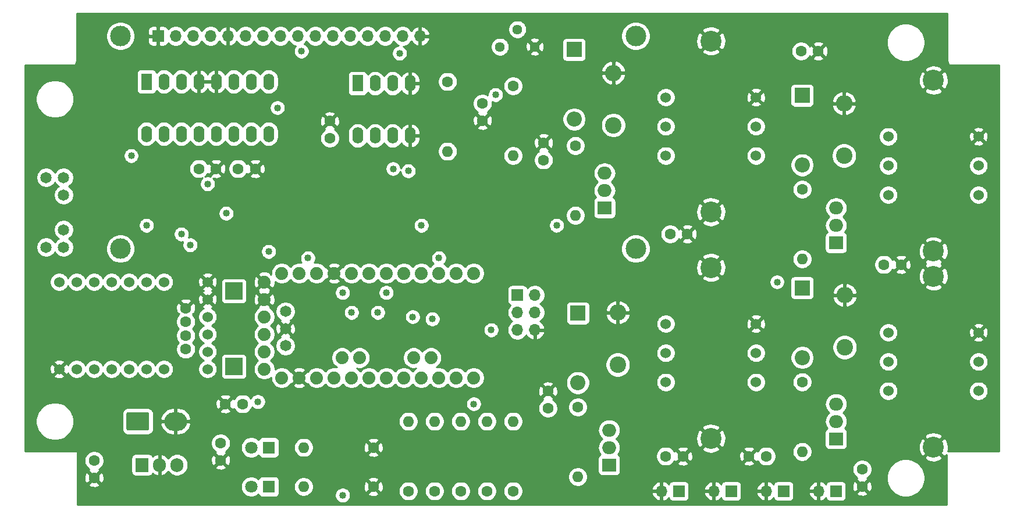
<source format=gbr>
%TF.GenerationSoftware,KiCad,Pcbnew,5.1.10-88a1d61d58~88~ubuntu18.04.1*%
%TF.CreationDate,2021-10-25T10:41:03-04:00*%
%TF.ProjectId,mctens,6d637465-6e73-42e6-9b69-6361645f7063,rev?*%
%TF.SameCoordinates,Original*%
%TF.FileFunction,Copper,L3,Inr*%
%TF.FilePolarity,Positive*%
%FSLAX46Y46*%
G04 Gerber Fmt 4.6, Leading zero omitted, Abs format (unit mm)*
G04 Created by KiCad (PCBNEW 5.1.10-88a1d61d58~88~ubuntu18.04.1) date 2021-10-25 10:41:03*
%MOMM*%
%LPD*%
G01*
G04 APERTURE LIST*
%TA.AperFunction,ComponentPad*%
%ADD10C,1.524000*%
%TD*%
%TA.AperFunction,ComponentPad*%
%ADD11C,3.048000*%
%TD*%
%TA.AperFunction,ComponentPad*%
%ADD12C,3.000000*%
%TD*%
%TA.AperFunction,ComponentPad*%
%ADD13R,1.700000X1.700000*%
%TD*%
%TA.AperFunction,ComponentPad*%
%ADD14O,1.700000X1.700000*%
%TD*%
%TA.AperFunction,ComponentPad*%
%ADD15C,1.651000*%
%TD*%
%TA.AperFunction,ComponentPad*%
%ADD16R,2.500000X2.500000*%
%TD*%
%TA.AperFunction,ComponentPad*%
%ADD17C,1.650000*%
%TD*%
%TA.AperFunction,ComponentPad*%
%ADD18C,1.600000*%
%TD*%
%TA.AperFunction,ComponentPad*%
%ADD19C,1.879600*%
%TD*%
%TA.AperFunction,ComponentPad*%
%ADD20O,2.400000X2.400000*%
%TD*%
%TA.AperFunction,ComponentPad*%
%ADD21C,2.400000*%
%TD*%
%TA.AperFunction,ComponentPad*%
%ADD22O,2.200000X2.200000*%
%TD*%
%TA.AperFunction,ComponentPad*%
%ADD23R,2.200000X2.200000*%
%TD*%
%TA.AperFunction,ComponentPad*%
%ADD24R,1.800000X1.800000*%
%TD*%
%TA.AperFunction,ComponentPad*%
%ADD25C,1.800000*%
%TD*%
%TA.AperFunction,ComponentPad*%
%ADD26O,3.300000X2.700000*%
%TD*%
%TA.AperFunction,ComponentPad*%
%ADD27O,2.000000X1.905000*%
%TD*%
%TA.AperFunction,ComponentPad*%
%ADD28R,2.000000X1.905000*%
%TD*%
%TA.AperFunction,ComponentPad*%
%ADD29O,1.600000X1.600000*%
%TD*%
%TA.AperFunction,ComponentPad*%
%ADD30C,1.440000*%
%TD*%
%TA.AperFunction,ComponentPad*%
%ADD31R,1.905000X2.000000*%
%TD*%
%TA.AperFunction,ComponentPad*%
%ADD32O,1.905000X2.000000*%
%TD*%
%TA.AperFunction,ComponentPad*%
%ADD33R,1.600000X2.400000*%
%TD*%
%TA.AperFunction,ComponentPad*%
%ADD34O,1.600000X2.400000*%
%TD*%
%TA.AperFunction,ViaPad*%
%ADD35C,1.016000*%
%TD*%
%TA.AperFunction,Conductor*%
%ADD36C,0.254000*%
%TD*%
%TA.AperFunction,Conductor*%
%ADD37C,0.100000*%
%TD*%
G04 APERTURE END LIST*
D10*
%TO.N,+12V*%
%TO.C,T1*%
X158750000Y-85725000D03*
%TO.N,N/C*%
X158750000Y-81470500D03*
%TO.N,Net-(D1-Pad2)*%
X158750000Y-77216000D03*
%TO.N,GND*%
X171881800Y-77216000D03*
%TO.N,N/C*%
X171881800Y-81470500D03*
%TO.N,Net-(J2-Pad1)*%
X171881800Y-85725000D03*
D11*
%TO.N,GND*%
X165328600Y-93929200D03*
X165328600Y-69011800D03*
%TD*%
D10*
%TO.N,+12V*%
%TO.C,T2*%
X126365000Y-84455000D03*
%TO.N,N/C*%
X126365000Y-80200500D03*
%TO.N,Net-(D2-Pad2)*%
X126365000Y-75946000D03*
%TO.N,GND*%
X139496800Y-75946000D03*
%TO.N,N/C*%
X139496800Y-80200500D03*
%TO.N,Net-(J3-Pad1)*%
X139496800Y-84455000D03*
D11*
%TO.N,GND*%
X132943600Y-92659200D03*
X132943600Y-67741800D03*
%TD*%
D10*
%TO.N,+12V*%
%TO.C,T3*%
X158750000Y-57150000D03*
%TO.N,N/C*%
X158750000Y-52895500D03*
%TO.N,Net-(D3-Pad2)*%
X158750000Y-48641000D03*
%TO.N,GND*%
X171881800Y-48641000D03*
%TO.N,N/C*%
X171881800Y-52895500D03*
%TO.N,Net-(J4-Pad1)*%
X171881800Y-57150000D03*
D11*
%TO.N,GND*%
X165328600Y-65354200D03*
X165328600Y-40436800D03*
%TD*%
D10*
%TO.N,+12V*%
%TO.C,T4*%
X126365000Y-51435000D03*
%TO.N,N/C*%
X126365000Y-47180500D03*
%TO.N,Net-(D4-Pad2)*%
X126365000Y-42926000D03*
%TO.N,GND*%
X139496800Y-42926000D03*
%TO.N,N/C*%
X139496800Y-47180500D03*
%TO.N,Net-(J5-Pad1)*%
X139496800Y-51435000D03*
D11*
%TO.N,GND*%
X132943600Y-59639200D03*
X132943600Y-34721800D03*
%TD*%
D12*
%TO.N,N/C*%
%TO.C,J6*%
X122000000Y-33995000D03*
X122000000Y-64995000D03*
X47000000Y-64995000D03*
X47000000Y-33995000D03*
D13*
%TO.N,GND*%
X52500000Y-33995000D03*
D14*
%TO.N,+3V3*%
X55040000Y-33995000D03*
%TO.N,Net-(J6-Pad3)*%
X57580000Y-33995000D03*
%TO.N,/LCD_RS*%
X60120000Y-33995000D03*
%TO.N,GND*%
X62660000Y-33995000D03*
%TO.N,/LCD_E*%
X65200000Y-33995000D03*
%TO.N,Net-(J6-Pad7)*%
X67740000Y-33995000D03*
%TO.N,Net-(J6-Pad8)*%
X70280000Y-33995000D03*
%TO.N,Net-(J6-Pad9)*%
X72820000Y-33995000D03*
%TO.N,Net-(J6-Pad10)*%
X75360000Y-33995000D03*
%TO.N,/LCD_D4*%
X77900000Y-33995000D03*
%TO.N,/LCD_D5*%
X80440000Y-33995000D03*
%TO.N,/LCD_D6*%
X82980000Y-33995000D03*
%TO.N,/LCD_D7*%
X85520000Y-33995000D03*
%TO.N,Net-(J6-Pad15)*%
X88060000Y-33995000D03*
%TO.N,GND*%
X90600000Y-33995000D03*
%TD*%
D15*
%TO.N,N/C*%
%TO.C,SW1*%
X36195000Y-54610000D03*
X38735000Y-54610000D03*
X36195000Y-64770000D03*
X38735000Y-64770000D03*
%TO.N,+12V*%
X38735000Y-57150000D03*
%TO.N,Net-(J1-Pad1)*%
X38735000Y-62230000D03*
%TD*%
D16*
%TO.N,N/C*%
%TO.C,SW2*%
X63515000Y-71160000D03*
X63515000Y-82160000D03*
D17*
%TO.N,/KNOB_B*%
X71015000Y-74160000D03*
%TO.N,/KNOB_A*%
X71015000Y-79160000D03*
%TO.N,GND*%
X71015000Y-76660000D03*
D18*
%TO.N,Net-(R15-Pad2)*%
X56515000Y-79660000D03*
%TO.N,Net-(R17-Pad2)*%
X56515000Y-77660000D03*
%TO.N,Net-(R16-Pad2)*%
X56515000Y-75660000D03*
%TO.N,GND*%
X56515000Y-73660000D03*
%TD*%
D19*
%TO.N,/DTR*%
%TO.C,U5*%
X67945000Y-82550000D03*
%TO.N,/TXO*%
X67945000Y-80010000D03*
%TO.N,/RXI*%
X67945000Y-77470000D03*
%TO.N,+3V3*%
X67945000Y-74930000D03*
%TO.N,GND*%
X67945000Y-72390000D03*
X67945000Y-69850000D03*
%TO.N,/KNOB_SW*%
X81788000Y-80899000D03*
%TO.N,/KNOB_R*%
X79248000Y-80899000D03*
%TO.N,/KNOB_B*%
X89662000Y-80899000D03*
%TO.N,/KNOB_A*%
X92202000Y-80899000D03*
%TO.N,Net-(U5-PadJP6_1)*%
X70485000Y-83820000D03*
%TO.N,GND*%
X73025000Y-83820000D03*
%TO.N,Net-(J7-Pad5)*%
X75565000Y-83820000D03*
%TO.N,Net-(U5-PadJP6_4)*%
X78105000Y-83820000D03*
%TO.N,/LCD_D7*%
X80645000Y-83820000D03*
%TO.N,/LCD_D6*%
X83185000Y-83820000D03*
%TO.N,/LCD_D4*%
X85725000Y-83820000D03*
%TO.N,/LCD_D5*%
X88265000Y-83820000D03*
%TO.N,Net-(J7-Pad3)*%
X90805000Y-83820000D03*
%TO.N,Net-(J7-Pad1)*%
X93345000Y-83820000D03*
%TO.N,Net-(J7-Pad4)*%
X95885000Y-83820000D03*
%TO.N,/DRV4*%
X98425000Y-83820000D03*
%TO.N,Net-(U4-Pad9)*%
X98425000Y-68580000D03*
%TO.N,/LCD_LIGHT*%
X95885000Y-68580000D03*
%TO.N,/KNOB_G*%
X93345000Y-68580000D03*
%TO.N,Net-(U4-Pad16)*%
X90805000Y-68580000D03*
%TO.N,Net-(U4-Pad1)*%
X88265000Y-68580000D03*
%TO.N,/LCD_RS*%
X85725000Y-68580000D03*
%TO.N,Net-(R1-Pad2)*%
X83185000Y-68580000D03*
%TO.N,/LCD_E*%
X80645000Y-68580000D03*
%TO.N,GND*%
X78105000Y-68580000D03*
%TO.N,Net-(U5-PadJP7_10)*%
X75565000Y-68580000D03*
%TO.N,Net-(U5-PadJP7_11)*%
X73025000Y-68580000D03*
%TO.N,Net-(U5-PadJP7_12)*%
X70485000Y-68580000D03*
%TD*%
D20*
%TO.N,GND*%
%TO.C,R4*%
X152400000Y-71755000D03*
D21*
%TO.N,Net-(Q1-Pad3)*%
X152400000Y-79375000D03*
%TD*%
D20*
%TO.N,GND*%
%TO.C,R5*%
X119380000Y-74295000D03*
D21*
%TO.N,Net-(Q2-Pad3)*%
X119380000Y-81915000D03*
%TD*%
D20*
%TO.N,GND*%
%TO.C,R8*%
X152309000Y-43815000D03*
D21*
%TO.N,Net-(Q3-Pad3)*%
X152309000Y-51435000D03*
%TD*%
D20*
%TO.N,GND*%
%TO.C,R9*%
X118745000Y-39370000D03*
D21*
%TO.N,Net-(Q4-Pad3)*%
X118745000Y-46990000D03*
%TD*%
D18*
%TO.N,+12V*%
%TO.C,C1*%
X43180000Y-95885000D03*
%TO.N,GND*%
X43180000Y-98385000D03*
%TD*%
%TO.N,+3V3*%
%TO.C,C2*%
X64770000Y-87630000D03*
%TO.N,GND*%
X62270000Y-87630000D03*
%TD*%
%TO.N,GND*%
%TO.C,C3*%
X99695000Y-46315000D03*
%TO.N,Net-(C3-Pad1)*%
X99695000Y-43815000D03*
%TD*%
%TO.N,+12V*%
%TO.C,C4*%
X77470000Y-48895000D03*
%TO.N,GND*%
X77470000Y-46395000D03*
%TD*%
%TO.N,GND*%
%TO.C,C5*%
X60920000Y-53340000D03*
%TO.N,+12V*%
X58420000Y-53340000D03*
%TD*%
%TO.N,+3V3*%
%TO.C,C6*%
X64135000Y-53340000D03*
%TO.N,GND*%
X66635000Y-53340000D03*
%TD*%
%TO.N,GND*%
%TO.C,C7*%
X138470000Y-95250000D03*
%TO.N,Net-(C7-Pad1)*%
X140970000Y-95250000D03*
%TD*%
%TO.N,GND*%
%TO.C,C8*%
X109220000Y-85765000D03*
%TO.N,Net-(C8-Pad1)*%
X109220000Y-88265000D03*
%TD*%
%TO.N,Net-(C9-Pad1)*%
%TO.C,C9*%
X146050000Y-36195000D03*
%TO.N,GND*%
X148550000Y-36195000D03*
%TD*%
%TO.N,Net-(C10-Pad1)*%
%TO.C,C10*%
X108585000Y-52070000D03*
%TO.N,GND*%
X108585000Y-49570000D03*
%TD*%
%TO.N,GND*%
%TO.C,C11*%
X61595000Y-95845000D03*
%TO.N,+3V3*%
X61595000Y-93345000D03*
%TD*%
D22*
%TO.N,Net-(D1-Pad2)*%
%TO.C,D1*%
X146213000Y-80867000D03*
D23*
%TO.N,+12V*%
X146213000Y-70707000D03*
%TD*%
%TO.N,+12V*%
%TO.C,D2*%
X113574000Y-74390000D03*
D22*
%TO.N,Net-(D2-Pad2)*%
X113574000Y-84550000D03*
%TD*%
%TO.N,Net-(D3-Pad2)*%
%TO.C,D3*%
X146213000Y-52800000D03*
D23*
%TO.N,+12V*%
X146213000Y-42640000D03*
%TD*%
%TO.N,+12V*%
%TO.C,D4*%
X113030000Y-35970000D03*
D22*
%TO.N,Net-(D4-Pad2)*%
X113030000Y-46130000D03*
%TD*%
D24*
%TO.N,Net-(D5-Pad1)*%
%TO.C,D5*%
X68580000Y-99695000D03*
D25*
%TO.N,+12V*%
X66040000Y-99695000D03*
%TD*%
%TO.N,+3V3*%
%TO.C,D6*%
X66040000Y-93980000D03*
D24*
%TO.N,Net-(D6-Pad1)*%
X68580000Y-93980000D03*
%TD*%
%TO.N,Net-(J1-Pad1)*%
%TO.C,J1*%
%TA.AperFunction,ComponentPad*%
G36*
G01*
X48130001Y-88820000D02*
X50929999Y-88820000D01*
G75*
G02*
X51180000Y-89070001I0J-250001D01*
G01*
X51180000Y-91269999D01*
G75*
G02*
X50929999Y-91520000I-250001J0D01*
G01*
X48130001Y-91520000D01*
G75*
G02*
X47880000Y-91269999I0J250001D01*
G01*
X47880000Y-89070001D01*
G75*
G02*
X48130001Y-88820000I250001J0D01*
G01*
G37*
%TD.AperFunction*%
D26*
%TO.N,GND*%
X55030000Y-90170000D03*
%TD*%
D13*
%TO.N,Net-(J2-Pad1)*%
%TO.C,J2*%
X151130000Y-100330000D03*
D14*
%TO.N,GND*%
X148590000Y-100330000D03*
%TD*%
D13*
%TO.N,Net-(J3-Pad1)*%
%TO.C,J3*%
X128270000Y-100330000D03*
D14*
%TO.N,GND*%
X125730000Y-100330000D03*
%TD*%
%TO.N,GND*%
%TO.C,J4*%
X140970000Y-100330000D03*
D13*
%TO.N,Net-(J4-Pad1)*%
X143510000Y-100330000D03*
%TD*%
D14*
%TO.N,GND*%
%TO.C,J5*%
X133350000Y-100330000D03*
D13*
%TO.N,Net-(J5-Pad1)*%
X135890000Y-100330000D03*
%TD*%
D27*
%TO.N,Net-(Q1-Pad3)*%
%TO.C,Q1*%
X151130000Y-87630000D03*
%TO.N,Net-(D1-Pad2)*%
X151130000Y-90170000D03*
D28*
%TO.N,Net-(C7-Pad1)*%
X151130000Y-92710000D03*
%TD*%
%TO.N,Net-(C8-Pad1)*%
%TO.C,Q2*%
X118110000Y-96520000D03*
D27*
%TO.N,Net-(D2-Pad2)*%
X118110000Y-93980000D03*
%TO.N,Net-(Q2-Pad3)*%
X118110000Y-91440000D03*
%TD*%
%TO.N,Net-(Q3-Pad3)*%
%TO.C,Q3*%
X151130000Y-59055000D03*
%TO.N,Net-(D3-Pad2)*%
X151130000Y-61595000D03*
D28*
%TO.N,Net-(C9-Pad1)*%
X151130000Y-64135000D03*
%TD*%
%TO.N,Net-(C10-Pad1)*%
%TO.C,Q4*%
X117475000Y-59055000D03*
D27*
%TO.N,Net-(D4-Pad2)*%
X117475000Y-56515000D03*
%TO.N,Net-(Q4-Pad3)*%
X117475000Y-53975000D03*
%TD*%
D18*
%TO.N,Net-(C3-Pad1)*%
%TO.C,R1*%
X94615000Y-40640000D03*
D29*
%TO.N,Net-(R1-Pad2)*%
X94615000Y-50800000D03*
%TD*%
D18*
%TO.N,Net-(C7-Pad1)*%
%TO.C,R2*%
X146213000Y-84423000D03*
D29*
%TO.N,Net-(R2-Pad2)*%
X146213000Y-94583000D03*
%TD*%
%TO.N,Net-(R3-Pad2)*%
%TO.C,R3*%
X113574000Y-98266000D03*
D18*
%TO.N,Net-(C8-Pad1)*%
X113574000Y-88106000D03*
%TD*%
%TO.N,Net-(C9-Pad1)*%
%TO.C,R6*%
X146213000Y-56356000D03*
D29*
%TO.N,Net-(R6-Pad2)*%
X146213000Y-66516000D03*
%TD*%
D18*
%TO.N,Net-(C10-Pad1)*%
%TO.C,R7*%
X113230000Y-49970000D03*
D29*
%TO.N,Net-(R7-Pad2)*%
X113230000Y-60130000D03*
%TD*%
%TO.N,Net-(D5-Pad1)*%
%TO.C,R10*%
X73660000Y-99695000D03*
D18*
%TO.N,GND*%
X83820000Y-99695000D03*
%TD*%
%TO.N,GND*%
%TO.C,R11*%
X83820000Y-93980000D03*
D29*
%TO.N,Net-(D6-Pad1)*%
X73660000Y-93980000D03*
%TD*%
%TO.N,/LCD_LIGHT*%
%TO.C,R12*%
X104140000Y-51435000D03*
D18*
%TO.N,Net-(J6-Pad15)*%
X104140000Y-41275000D03*
%TD*%
D29*
%TO.N,/KNOB_A*%
%TO.C,R13*%
X104140000Y-90170000D03*
D18*
%TO.N,+3V3*%
X104140000Y-100330000D03*
%TD*%
D29*
%TO.N,/KNOB_B*%
%TO.C,R14*%
X100330000Y-90170000D03*
D18*
%TO.N,+3V3*%
X100330000Y-100330000D03*
%TD*%
%TO.N,+3V3*%
%TO.C,R15*%
X88900000Y-100330000D03*
D29*
%TO.N,Net-(R15-Pad2)*%
X88900000Y-90170000D03*
%TD*%
%TO.N,Net-(R16-Pad2)*%
%TO.C,R16*%
X96520000Y-90170000D03*
D18*
%TO.N,/KNOB_R*%
X96520000Y-100330000D03*
%TD*%
%TO.N,/KNOB_G*%
%TO.C,R17*%
X92710000Y-100330000D03*
D29*
%TO.N,Net-(R17-Pad2)*%
X92710000Y-90170000D03*
%TD*%
D30*
%TO.N,+3V3*%
%TO.C,RV1*%
X102235000Y-35560000D03*
%TO.N,Net-(J6-Pad3)*%
X104775000Y-33020000D03*
%TO.N,GND*%
X107315000Y-35560000D03*
%TD*%
D31*
%TO.N,+12V*%
%TO.C,U2*%
X50165000Y-96520000D03*
D32*
%TO.N,GND*%
X52705000Y-96520000D03*
%TO.N,+3V3*%
X55245000Y-96520000D03*
%TD*%
D33*
%TO.N,Net-(U4-Pad1)*%
%TO.C,U4*%
X50800000Y-40640000D03*
D34*
%TO.N,Net-(U4-Pad9)*%
X68580000Y-48260000D03*
%TO.N,Net-(U3-Pad1)*%
X53340000Y-40640000D03*
X66040000Y-48260000D03*
%TO.N,Net-(R2-Pad2)*%
X55880000Y-40640000D03*
%TO.N,Net-(R7-Pad2)*%
X63500000Y-48260000D03*
%TO.N,GND*%
X58420000Y-40640000D03*
%TO.N,+3V3*%
X60960000Y-48260000D03*
%TO.N,GND*%
X60960000Y-40640000D03*
%TO.N,+12V*%
X58420000Y-48260000D03*
%TO.N,Net-(R3-Pad2)*%
X63500000Y-40640000D03*
%TO.N,Net-(R6-Pad2)*%
X55880000Y-48260000D03*
%TO.N,Net-(U3-Pad1)*%
X66040000Y-40640000D03*
X53340000Y-48260000D03*
%TO.N,/DRV4*%
X68580000Y-40640000D03*
%TO.N,Net-(U4-Pad16)*%
X50800000Y-48260000D03*
%TD*%
D33*
%TO.N,Net-(U3-Pad1)*%
%TO.C,U3*%
X81530000Y-40891000D03*
D34*
%TO.N,GND*%
X89150000Y-48511000D03*
%TO.N,Net-(U3-Pad1)*%
X84070000Y-40891000D03*
%TO.N,Net-(U3-Pad6)*%
X86610000Y-48511000D03*
%TO.N,Net-(C3-Pad1)*%
X86610000Y-40891000D03*
%TO.N,Net-(U3-Pad6)*%
X84070000Y-48511000D03*
%TO.N,GND*%
X89150000Y-40891000D03*
%TO.N,+12V*%
X81530000Y-48511000D03*
%TD*%
D10*
%TO.N,GND*%
%TO.C,U1*%
X59690000Y-69850000D03*
X59690000Y-72390000D03*
%TO.N,Net-(U1-PadC3)*%
X59690000Y-74930000D03*
%TO.N,/RXI*%
X59690000Y-77470000D03*
%TO.N,/TXO*%
X59690000Y-80010000D03*
%TO.N,/DTR*%
X59690000Y-82550000D03*
%TO.N,Net-(U1-PadA1)*%
X53340000Y-82550000D03*
%TO.N,Net-(U1-PadA2)*%
X50800000Y-82550000D03*
%TO.N,Net-(U1-PadA3)*%
X48260000Y-82550000D03*
%TO.N,Net-(U1-PadA4)*%
X45720000Y-82550000D03*
%TO.N,Net-(U1-PadA5)*%
X43180000Y-82550000D03*
%TO.N,Net-(U1-PadA6)*%
X40640000Y-82550000D03*
%TO.N,GND*%
X38100000Y-82550000D03*
%TO.N,Net-(U1-PadB1)*%
X53340000Y-69850000D03*
%TO.N,Net-(U1-PadB2)*%
X50800000Y-69850000D03*
%TO.N,Net-(U1-PadB3)*%
X48260000Y-69850000D03*
%TO.N,Net-(U1-PadB4)*%
X45720000Y-69850000D03*
%TO.N,Net-(U1-PadB5)*%
X43180000Y-69850000D03*
%TO.N,Net-(U1-PadB6)*%
X40640000Y-69850000D03*
%TO.N,Net-(U1-PadB7)*%
X38100000Y-69850000D03*
%TD*%
D13*
%TO.N,Net-(J7-Pad1)*%
%TO.C,J7*%
X104775000Y-71755000D03*
D14*
%TO.N,+3V3*%
X107315000Y-71755000D03*
%TO.N,Net-(J7-Pad3)*%
X104775000Y-74295000D03*
%TO.N,Net-(J7-Pad4)*%
X107315000Y-74295000D03*
%TO.N,Net-(J7-Pad5)*%
X104775000Y-76835000D03*
%TO.N,GND*%
X107315000Y-76835000D03*
%TD*%
D18*
%TO.N,GND*%
%TO.C,C12*%
X129500000Y-62865000D03*
%TO.N,+12V*%
X127000000Y-62865000D03*
%TD*%
%TO.N,+12V*%
%TO.C,C13*%
X126365000Y-95250000D03*
%TO.N,GND*%
X128865000Y-95250000D03*
%TD*%
%TO.N,+12V*%
%TO.C,C14*%
X158115000Y-67310000D03*
%TO.N,GND*%
X160615000Y-67310000D03*
%TD*%
%TO.N,GND*%
%TO.C,C15*%
X154940000Y-99655000D03*
%TO.N,+12V*%
X154940000Y-97155000D03*
%TD*%
D35*
%TO.N,+3V3*%
X101600000Y-42545000D03*
X69850000Y-44450000D03*
%TO.N,/LCD_RS*%
X86677500Y-53340000D03*
X59690000Y-55562500D03*
%TO.N,/LCD_E*%
X73342500Y-36195000D03*
X74295000Y-66357500D03*
%TO.N,/LCD_D4*%
X79349601Y-71412101D03*
X85699601Y-71412101D03*
%TO.N,/LCD_D5*%
X87630000Y-36512500D03*
%TO.N,/LCD_D7*%
X84455000Y-74295000D03*
X80645000Y-74295000D03*
%TO.N,Net-(R1-Pad2)*%
X93345000Y-66357500D03*
%TO.N,Net-(R2-Pad2)*%
X57150000Y-64452500D03*
X142557500Y-69850000D03*
%TO.N,Net-(R3-Pad2)*%
X62395190Y-59855190D03*
X110490000Y-61595000D03*
%TO.N,Net-(R6-Pad2)*%
X55880000Y-62865000D03*
%TO.N,/KNOB_A*%
X92392500Y-75247500D03*
%TO.N,/KNOB_B*%
X89535000Y-74930000D03*
%TO.N,/KNOB_R*%
X79349601Y-100939601D03*
%TO.N,Net-(U4-Pad1)*%
X48577500Y-51435000D03*
X88900000Y-53657500D03*
%TO.N,Net-(U4-Pad9)*%
X68580000Y-65405000D03*
%TO.N,/DRV4*%
X98425000Y-87630000D03*
X66992500Y-87312500D03*
%TO.N,Net-(U4-Pad16)*%
X50800000Y-61595000D03*
X90805000Y-61595000D03*
%TO.N,Net-(J7-Pad5)*%
X100965000Y-76835000D03*
%TD*%
D36*
%TO.N,GND*%
X167340001Y-37467571D02*
X167336807Y-37500000D01*
X167349550Y-37629383D01*
X167387290Y-37753793D01*
X167448575Y-37868450D01*
X167513000Y-37946952D01*
X167513000Y-38100000D01*
X167515440Y-38124776D01*
X167522667Y-38148601D01*
X167534403Y-38170557D01*
X167550197Y-38189803D01*
X167569443Y-38205597D01*
X167591399Y-38217333D01*
X167615224Y-38224560D01*
X167640000Y-38227000D01*
X174815500Y-38227000D01*
X174815500Y-94488000D01*
X167414233Y-94488000D01*
X167464134Y-94311287D01*
X167497642Y-93887324D01*
X167447794Y-93464970D01*
X167316508Y-93060456D01*
X167155358Y-92758964D01*
X166837340Y-92600065D01*
X165508205Y-93929200D01*
X166837340Y-95258335D01*
X167155358Y-95099436D01*
X167195500Y-95020717D01*
X167195500Y-102340000D01*
X40767000Y-102340000D01*
X40767000Y-99377702D01*
X42366903Y-99377702D01*
X42438486Y-99621671D01*
X42693996Y-99742571D01*
X42968184Y-99811300D01*
X43250512Y-99825217D01*
X43530130Y-99783787D01*
X43796292Y-99688603D01*
X43921514Y-99621671D01*
X43944357Y-99543816D01*
X64505000Y-99543816D01*
X64505000Y-99846184D01*
X64563989Y-100142743D01*
X64679701Y-100422095D01*
X64847688Y-100673505D01*
X65061495Y-100887312D01*
X65312905Y-101055299D01*
X65592257Y-101171011D01*
X65888816Y-101230000D01*
X66191184Y-101230000D01*
X66487743Y-101171011D01*
X66767095Y-101055299D01*
X67018505Y-100887312D01*
X67084944Y-100820873D01*
X67090498Y-100839180D01*
X67149463Y-100949494D01*
X67228815Y-101046185D01*
X67325506Y-101125537D01*
X67435820Y-101184502D01*
X67555518Y-101220812D01*
X67680000Y-101233072D01*
X69480000Y-101233072D01*
X69604482Y-101220812D01*
X69724180Y-101184502D01*
X69834494Y-101125537D01*
X69931185Y-101046185D01*
X70010537Y-100949494D01*
X70069502Y-100839180D01*
X70105812Y-100719482D01*
X70118072Y-100595000D01*
X70118072Y-99553665D01*
X72225000Y-99553665D01*
X72225000Y-99836335D01*
X72280147Y-100113574D01*
X72388320Y-100374727D01*
X72545363Y-100609759D01*
X72745241Y-100809637D01*
X72980273Y-100966680D01*
X73241426Y-101074853D01*
X73518665Y-101130000D01*
X73801335Y-101130000D01*
X74078574Y-101074853D01*
X74339727Y-100966680D01*
X74548735Y-100827025D01*
X78206601Y-100827025D01*
X78206601Y-101052177D01*
X78250526Y-101273002D01*
X78336688Y-101481014D01*
X78461775Y-101668221D01*
X78620981Y-101827427D01*
X78808188Y-101952514D01*
X79016200Y-102038676D01*
X79237025Y-102082601D01*
X79462177Y-102082601D01*
X79683002Y-102038676D01*
X79891014Y-101952514D01*
X80078221Y-101827427D01*
X80237427Y-101668221D01*
X80362514Y-101481014D01*
X80448676Y-101273002D01*
X80492601Y-101052177D01*
X80492601Y-100827025D01*
X80464888Y-100687702D01*
X83006903Y-100687702D01*
X83078486Y-100931671D01*
X83333996Y-101052571D01*
X83608184Y-101121300D01*
X83890512Y-101135217D01*
X84170130Y-101093787D01*
X84436292Y-100998603D01*
X84561514Y-100931671D01*
X84633097Y-100687702D01*
X83820000Y-99874605D01*
X83006903Y-100687702D01*
X80464888Y-100687702D01*
X80448676Y-100606200D01*
X80362514Y-100398188D01*
X80237427Y-100210981D01*
X80078221Y-100051775D01*
X79891014Y-99926688D01*
X79683002Y-99840526D01*
X79462177Y-99796601D01*
X79237025Y-99796601D01*
X79016200Y-99840526D01*
X78808188Y-99926688D01*
X78620981Y-100051775D01*
X78461775Y-100210981D01*
X78336688Y-100398188D01*
X78250526Y-100606200D01*
X78206601Y-100827025D01*
X74548735Y-100827025D01*
X74574759Y-100809637D01*
X74774637Y-100609759D01*
X74931680Y-100374727D01*
X75039853Y-100113574D01*
X75095000Y-99836335D01*
X75095000Y-99765512D01*
X82379783Y-99765512D01*
X82421213Y-100045130D01*
X82516397Y-100311292D01*
X82583329Y-100436514D01*
X82827298Y-100508097D01*
X83640395Y-99695000D01*
X83999605Y-99695000D01*
X84812702Y-100508097D01*
X85056671Y-100436514D01*
X85173946Y-100188665D01*
X87465000Y-100188665D01*
X87465000Y-100471335D01*
X87520147Y-100748574D01*
X87628320Y-101009727D01*
X87785363Y-101244759D01*
X87985241Y-101444637D01*
X88220273Y-101601680D01*
X88481426Y-101709853D01*
X88758665Y-101765000D01*
X89041335Y-101765000D01*
X89318574Y-101709853D01*
X89579727Y-101601680D01*
X89814759Y-101444637D01*
X90014637Y-101244759D01*
X90171680Y-101009727D01*
X90279853Y-100748574D01*
X90335000Y-100471335D01*
X90335000Y-100188665D01*
X91275000Y-100188665D01*
X91275000Y-100471335D01*
X91330147Y-100748574D01*
X91438320Y-101009727D01*
X91595363Y-101244759D01*
X91795241Y-101444637D01*
X92030273Y-101601680D01*
X92291426Y-101709853D01*
X92568665Y-101765000D01*
X92851335Y-101765000D01*
X93128574Y-101709853D01*
X93389727Y-101601680D01*
X93624759Y-101444637D01*
X93824637Y-101244759D01*
X93981680Y-101009727D01*
X94089853Y-100748574D01*
X94145000Y-100471335D01*
X94145000Y-100188665D01*
X95085000Y-100188665D01*
X95085000Y-100471335D01*
X95140147Y-100748574D01*
X95248320Y-101009727D01*
X95405363Y-101244759D01*
X95605241Y-101444637D01*
X95840273Y-101601680D01*
X96101426Y-101709853D01*
X96378665Y-101765000D01*
X96661335Y-101765000D01*
X96938574Y-101709853D01*
X97199727Y-101601680D01*
X97434759Y-101444637D01*
X97634637Y-101244759D01*
X97791680Y-101009727D01*
X97899853Y-100748574D01*
X97955000Y-100471335D01*
X97955000Y-100188665D01*
X98895000Y-100188665D01*
X98895000Y-100471335D01*
X98950147Y-100748574D01*
X99058320Y-101009727D01*
X99215363Y-101244759D01*
X99415241Y-101444637D01*
X99650273Y-101601680D01*
X99911426Y-101709853D01*
X100188665Y-101765000D01*
X100471335Y-101765000D01*
X100748574Y-101709853D01*
X101009727Y-101601680D01*
X101244759Y-101444637D01*
X101444637Y-101244759D01*
X101601680Y-101009727D01*
X101709853Y-100748574D01*
X101765000Y-100471335D01*
X101765000Y-100188665D01*
X102705000Y-100188665D01*
X102705000Y-100471335D01*
X102760147Y-100748574D01*
X102868320Y-101009727D01*
X103025363Y-101244759D01*
X103225241Y-101444637D01*
X103460273Y-101601680D01*
X103721426Y-101709853D01*
X103998665Y-101765000D01*
X104281335Y-101765000D01*
X104558574Y-101709853D01*
X104819727Y-101601680D01*
X105054759Y-101444637D01*
X105254637Y-101244759D01*
X105411680Y-101009727D01*
X105519853Y-100748574D01*
X105532122Y-100686891D01*
X124288519Y-100686891D01*
X124385843Y-100961252D01*
X124534822Y-101211355D01*
X124729731Y-101427588D01*
X124963080Y-101601641D01*
X125225901Y-101726825D01*
X125373110Y-101771476D01*
X125603000Y-101650155D01*
X125603000Y-100457000D01*
X124409186Y-100457000D01*
X124288519Y-100686891D01*
X105532122Y-100686891D01*
X105575000Y-100471335D01*
X105575000Y-100188665D01*
X105532123Y-99973109D01*
X124288519Y-99973109D01*
X124409186Y-100203000D01*
X125603000Y-100203000D01*
X125603000Y-99009845D01*
X125857000Y-99009845D01*
X125857000Y-100203000D01*
X125877000Y-100203000D01*
X125877000Y-100457000D01*
X125857000Y-100457000D01*
X125857000Y-101650155D01*
X126086890Y-101771476D01*
X126234099Y-101726825D01*
X126496920Y-101601641D01*
X126730269Y-101427588D01*
X126806034Y-101343534D01*
X126830498Y-101424180D01*
X126889463Y-101534494D01*
X126968815Y-101631185D01*
X127065506Y-101710537D01*
X127175820Y-101769502D01*
X127295518Y-101805812D01*
X127420000Y-101818072D01*
X129120000Y-101818072D01*
X129244482Y-101805812D01*
X129364180Y-101769502D01*
X129474494Y-101710537D01*
X129571185Y-101631185D01*
X129650537Y-101534494D01*
X129709502Y-101424180D01*
X129745812Y-101304482D01*
X129758072Y-101180000D01*
X129758072Y-100686891D01*
X131908519Y-100686891D01*
X132005843Y-100961252D01*
X132154822Y-101211355D01*
X132349731Y-101427588D01*
X132583080Y-101601641D01*
X132845901Y-101726825D01*
X132993110Y-101771476D01*
X133223000Y-101650155D01*
X133223000Y-100457000D01*
X132029186Y-100457000D01*
X131908519Y-100686891D01*
X129758072Y-100686891D01*
X129758072Y-99973109D01*
X131908519Y-99973109D01*
X132029186Y-100203000D01*
X133223000Y-100203000D01*
X133223000Y-99009845D01*
X133477000Y-99009845D01*
X133477000Y-100203000D01*
X133497000Y-100203000D01*
X133497000Y-100457000D01*
X133477000Y-100457000D01*
X133477000Y-101650155D01*
X133706890Y-101771476D01*
X133854099Y-101726825D01*
X134116920Y-101601641D01*
X134350269Y-101427588D01*
X134426034Y-101343534D01*
X134450498Y-101424180D01*
X134509463Y-101534494D01*
X134588815Y-101631185D01*
X134685506Y-101710537D01*
X134795820Y-101769502D01*
X134915518Y-101805812D01*
X135040000Y-101818072D01*
X136740000Y-101818072D01*
X136864482Y-101805812D01*
X136984180Y-101769502D01*
X137094494Y-101710537D01*
X137191185Y-101631185D01*
X137270537Y-101534494D01*
X137329502Y-101424180D01*
X137365812Y-101304482D01*
X137378072Y-101180000D01*
X137378072Y-100686891D01*
X139528519Y-100686891D01*
X139625843Y-100961252D01*
X139774822Y-101211355D01*
X139969731Y-101427588D01*
X140203080Y-101601641D01*
X140465901Y-101726825D01*
X140613110Y-101771476D01*
X140843000Y-101650155D01*
X140843000Y-100457000D01*
X139649186Y-100457000D01*
X139528519Y-100686891D01*
X137378072Y-100686891D01*
X137378072Y-99973109D01*
X139528519Y-99973109D01*
X139649186Y-100203000D01*
X140843000Y-100203000D01*
X140843000Y-99009845D01*
X141097000Y-99009845D01*
X141097000Y-100203000D01*
X141117000Y-100203000D01*
X141117000Y-100457000D01*
X141097000Y-100457000D01*
X141097000Y-101650155D01*
X141326890Y-101771476D01*
X141474099Y-101726825D01*
X141736920Y-101601641D01*
X141970269Y-101427588D01*
X142046034Y-101343534D01*
X142070498Y-101424180D01*
X142129463Y-101534494D01*
X142208815Y-101631185D01*
X142305506Y-101710537D01*
X142415820Y-101769502D01*
X142535518Y-101805812D01*
X142660000Y-101818072D01*
X144360000Y-101818072D01*
X144484482Y-101805812D01*
X144604180Y-101769502D01*
X144714494Y-101710537D01*
X144811185Y-101631185D01*
X144890537Y-101534494D01*
X144949502Y-101424180D01*
X144985812Y-101304482D01*
X144998072Y-101180000D01*
X144998072Y-100686891D01*
X147148519Y-100686891D01*
X147245843Y-100961252D01*
X147394822Y-101211355D01*
X147589731Y-101427588D01*
X147823080Y-101601641D01*
X148085901Y-101726825D01*
X148233110Y-101771476D01*
X148463000Y-101650155D01*
X148463000Y-100457000D01*
X147269186Y-100457000D01*
X147148519Y-100686891D01*
X144998072Y-100686891D01*
X144998072Y-99973109D01*
X147148519Y-99973109D01*
X147269186Y-100203000D01*
X148463000Y-100203000D01*
X148463000Y-99009845D01*
X148717000Y-99009845D01*
X148717000Y-100203000D01*
X148737000Y-100203000D01*
X148737000Y-100457000D01*
X148717000Y-100457000D01*
X148717000Y-101650155D01*
X148946890Y-101771476D01*
X149094099Y-101726825D01*
X149356920Y-101601641D01*
X149590269Y-101427588D01*
X149666034Y-101343534D01*
X149690498Y-101424180D01*
X149749463Y-101534494D01*
X149828815Y-101631185D01*
X149925506Y-101710537D01*
X150035820Y-101769502D01*
X150155518Y-101805812D01*
X150280000Y-101818072D01*
X151980000Y-101818072D01*
X152104482Y-101805812D01*
X152224180Y-101769502D01*
X152334494Y-101710537D01*
X152431185Y-101631185D01*
X152510537Y-101534494D01*
X152569502Y-101424180D01*
X152605812Y-101304482D01*
X152618072Y-101180000D01*
X152618072Y-100647702D01*
X154126903Y-100647702D01*
X154198486Y-100891671D01*
X154453996Y-101012571D01*
X154728184Y-101081300D01*
X155010512Y-101095217D01*
X155290130Y-101053787D01*
X155556292Y-100958603D01*
X155681514Y-100891671D01*
X155753097Y-100647702D01*
X154940000Y-99834605D01*
X154126903Y-100647702D01*
X152618072Y-100647702D01*
X152618072Y-99725512D01*
X153499783Y-99725512D01*
X153541213Y-100005130D01*
X153636397Y-100271292D01*
X153703329Y-100396514D01*
X153947298Y-100468097D01*
X154760395Y-99655000D01*
X155119605Y-99655000D01*
X155932702Y-100468097D01*
X156176671Y-100396514D01*
X156297571Y-100141004D01*
X156366300Y-99866816D01*
X156380217Y-99584488D01*
X156338787Y-99304870D01*
X156243603Y-99038708D01*
X156176671Y-98913486D01*
X155932702Y-98841903D01*
X155119605Y-99655000D01*
X154760395Y-99655000D01*
X153947298Y-98841903D01*
X153703329Y-98913486D01*
X153582429Y-99168996D01*
X153513700Y-99443184D01*
X153499783Y-99725512D01*
X152618072Y-99725512D01*
X152618072Y-99480000D01*
X152605812Y-99355518D01*
X152569502Y-99235820D01*
X152510537Y-99125506D01*
X152431185Y-99028815D01*
X152334494Y-98949463D01*
X152224180Y-98890498D01*
X152104482Y-98854188D01*
X151980000Y-98841928D01*
X150280000Y-98841928D01*
X150155518Y-98854188D01*
X150035820Y-98890498D01*
X149925506Y-98949463D01*
X149828815Y-99028815D01*
X149749463Y-99125506D01*
X149690498Y-99235820D01*
X149666034Y-99316466D01*
X149590269Y-99232412D01*
X149356920Y-99058359D01*
X149094099Y-98933175D01*
X148946890Y-98888524D01*
X148717000Y-99009845D01*
X148463000Y-99009845D01*
X148233110Y-98888524D01*
X148085901Y-98933175D01*
X147823080Y-99058359D01*
X147589731Y-99232412D01*
X147394822Y-99448645D01*
X147245843Y-99698748D01*
X147148519Y-99973109D01*
X144998072Y-99973109D01*
X144998072Y-99480000D01*
X144985812Y-99355518D01*
X144949502Y-99235820D01*
X144890537Y-99125506D01*
X144811185Y-99028815D01*
X144714494Y-98949463D01*
X144604180Y-98890498D01*
X144484482Y-98854188D01*
X144360000Y-98841928D01*
X142660000Y-98841928D01*
X142535518Y-98854188D01*
X142415820Y-98890498D01*
X142305506Y-98949463D01*
X142208815Y-99028815D01*
X142129463Y-99125506D01*
X142070498Y-99235820D01*
X142046034Y-99316466D01*
X141970269Y-99232412D01*
X141736920Y-99058359D01*
X141474099Y-98933175D01*
X141326890Y-98888524D01*
X141097000Y-99009845D01*
X140843000Y-99009845D01*
X140613110Y-98888524D01*
X140465901Y-98933175D01*
X140203080Y-99058359D01*
X139969731Y-99232412D01*
X139774822Y-99448645D01*
X139625843Y-99698748D01*
X139528519Y-99973109D01*
X137378072Y-99973109D01*
X137378072Y-99480000D01*
X137365812Y-99355518D01*
X137329502Y-99235820D01*
X137270537Y-99125506D01*
X137191185Y-99028815D01*
X137094494Y-98949463D01*
X136984180Y-98890498D01*
X136864482Y-98854188D01*
X136740000Y-98841928D01*
X135040000Y-98841928D01*
X134915518Y-98854188D01*
X134795820Y-98890498D01*
X134685506Y-98949463D01*
X134588815Y-99028815D01*
X134509463Y-99125506D01*
X134450498Y-99235820D01*
X134426034Y-99316466D01*
X134350269Y-99232412D01*
X134116920Y-99058359D01*
X133854099Y-98933175D01*
X133706890Y-98888524D01*
X133477000Y-99009845D01*
X133223000Y-99009845D01*
X132993110Y-98888524D01*
X132845901Y-98933175D01*
X132583080Y-99058359D01*
X132349731Y-99232412D01*
X132154822Y-99448645D01*
X132005843Y-99698748D01*
X131908519Y-99973109D01*
X129758072Y-99973109D01*
X129758072Y-99480000D01*
X129745812Y-99355518D01*
X129709502Y-99235820D01*
X129650537Y-99125506D01*
X129571185Y-99028815D01*
X129474494Y-98949463D01*
X129364180Y-98890498D01*
X129244482Y-98854188D01*
X129120000Y-98841928D01*
X127420000Y-98841928D01*
X127295518Y-98854188D01*
X127175820Y-98890498D01*
X127065506Y-98949463D01*
X126968815Y-99028815D01*
X126889463Y-99125506D01*
X126830498Y-99235820D01*
X126806034Y-99316466D01*
X126730269Y-99232412D01*
X126496920Y-99058359D01*
X126234099Y-98933175D01*
X126086890Y-98888524D01*
X125857000Y-99009845D01*
X125603000Y-99009845D01*
X125373110Y-98888524D01*
X125225901Y-98933175D01*
X124963080Y-99058359D01*
X124729731Y-99232412D01*
X124534822Y-99448645D01*
X124385843Y-99698748D01*
X124288519Y-99973109D01*
X105532123Y-99973109D01*
X105519853Y-99911426D01*
X105411680Y-99650273D01*
X105254637Y-99415241D01*
X105054759Y-99215363D01*
X104819727Y-99058320D01*
X104558574Y-98950147D01*
X104281335Y-98895000D01*
X103998665Y-98895000D01*
X103721426Y-98950147D01*
X103460273Y-99058320D01*
X103225241Y-99215363D01*
X103025363Y-99415241D01*
X102868320Y-99650273D01*
X102760147Y-99911426D01*
X102705000Y-100188665D01*
X101765000Y-100188665D01*
X101709853Y-99911426D01*
X101601680Y-99650273D01*
X101444637Y-99415241D01*
X101244759Y-99215363D01*
X101009727Y-99058320D01*
X100748574Y-98950147D01*
X100471335Y-98895000D01*
X100188665Y-98895000D01*
X99911426Y-98950147D01*
X99650273Y-99058320D01*
X99415241Y-99215363D01*
X99215363Y-99415241D01*
X99058320Y-99650273D01*
X98950147Y-99911426D01*
X98895000Y-100188665D01*
X97955000Y-100188665D01*
X97899853Y-99911426D01*
X97791680Y-99650273D01*
X97634637Y-99415241D01*
X97434759Y-99215363D01*
X97199727Y-99058320D01*
X96938574Y-98950147D01*
X96661335Y-98895000D01*
X96378665Y-98895000D01*
X96101426Y-98950147D01*
X95840273Y-99058320D01*
X95605241Y-99215363D01*
X95405363Y-99415241D01*
X95248320Y-99650273D01*
X95140147Y-99911426D01*
X95085000Y-100188665D01*
X94145000Y-100188665D01*
X94089853Y-99911426D01*
X93981680Y-99650273D01*
X93824637Y-99415241D01*
X93624759Y-99215363D01*
X93389727Y-99058320D01*
X93128574Y-98950147D01*
X92851335Y-98895000D01*
X92568665Y-98895000D01*
X92291426Y-98950147D01*
X92030273Y-99058320D01*
X91795241Y-99215363D01*
X91595363Y-99415241D01*
X91438320Y-99650273D01*
X91330147Y-99911426D01*
X91275000Y-100188665D01*
X90335000Y-100188665D01*
X90279853Y-99911426D01*
X90171680Y-99650273D01*
X90014637Y-99415241D01*
X89814759Y-99215363D01*
X89579727Y-99058320D01*
X89318574Y-98950147D01*
X89041335Y-98895000D01*
X88758665Y-98895000D01*
X88481426Y-98950147D01*
X88220273Y-99058320D01*
X87985241Y-99215363D01*
X87785363Y-99415241D01*
X87628320Y-99650273D01*
X87520147Y-99911426D01*
X87465000Y-100188665D01*
X85173946Y-100188665D01*
X85177571Y-100181004D01*
X85246300Y-99906816D01*
X85260217Y-99624488D01*
X85218787Y-99344870D01*
X85123603Y-99078708D01*
X85056671Y-98953486D01*
X84812702Y-98881903D01*
X83999605Y-99695000D01*
X83640395Y-99695000D01*
X82827298Y-98881903D01*
X82583329Y-98953486D01*
X82462429Y-99208996D01*
X82393700Y-99483184D01*
X82379783Y-99765512D01*
X75095000Y-99765512D01*
X75095000Y-99553665D01*
X75039853Y-99276426D01*
X74931680Y-99015273D01*
X74774637Y-98780241D01*
X74696694Y-98702298D01*
X83006903Y-98702298D01*
X83820000Y-99515395D01*
X84633097Y-98702298D01*
X84561514Y-98458329D01*
X84306004Y-98337429D01*
X84031816Y-98268700D01*
X83749488Y-98254783D01*
X83469870Y-98296213D01*
X83203708Y-98391397D01*
X83078486Y-98458329D01*
X83006903Y-98702298D01*
X74696694Y-98702298D01*
X74574759Y-98580363D01*
X74339727Y-98423320D01*
X74078574Y-98315147D01*
X73801335Y-98260000D01*
X73518665Y-98260000D01*
X73241426Y-98315147D01*
X72980273Y-98423320D01*
X72745241Y-98580363D01*
X72545363Y-98780241D01*
X72388320Y-99015273D01*
X72280147Y-99276426D01*
X72225000Y-99553665D01*
X70118072Y-99553665D01*
X70118072Y-98795000D01*
X70105812Y-98670518D01*
X70069502Y-98550820D01*
X70010537Y-98440506D01*
X69931185Y-98343815D01*
X69834494Y-98264463D01*
X69724180Y-98205498D01*
X69604482Y-98169188D01*
X69480000Y-98156928D01*
X67680000Y-98156928D01*
X67555518Y-98169188D01*
X67435820Y-98205498D01*
X67325506Y-98264463D01*
X67228815Y-98343815D01*
X67149463Y-98440506D01*
X67090498Y-98550820D01*
X67084944Y-98569127D01*
X67018505Y-98502688D01*
X66767095Y-98334701D01*
X66487743Y-98218989D01*
X66191184Y-98160000D01*
X65888816Y-98160000D01*
X65592257Y-98218989D01*
X65312905Y-98334701D01*
X65061495Y-98502688D01*
X64847688Y-98716495D01*
X64679701Y-98967905D01*
X64563989Y-99247257D01*
X64505000Y-99543816D01*
X43944357Y-99543816D01*
X43993097Y-99377702D01*
X43180000Y-98564605D01*
X42366903Y-99377702D01*
X40767000Y-99377702D01*
X40767000Y-98455512D01*
X41739783Y-98455512D01*
X41781213Y-98735130D01*
X41876397Y-99001292D01*
X41943329Y-99126514D01*
X42187298Y-99198097D01*
X43000395Y-98385000D01*
X43359605Y-98385000D01*
X44172702Y-99198097D01*
X44416671Y-99126514D01*
X44537571Y-98871004D01*
X44606300Y-98596816D01*
X44620217Y-98314488D01*
X44578787Y-98034870D01*
X44483603Y-97768708D01*
X44416671Y-97643486D01*
X44172702Y-97571903D01*
X43359605Y-98385000D01*
X43000395Y-98385000D01*
X42187298Y-97571903D01*
X41943329Y-97643486D01*
X41822429Y-97898996D01*
X41753700Y-98173184D01*
X41739783Y-98455512D01*
X40767000Y-98455512D01*
X40767000Y-95743665D01*
X41745000Y-95743665D01*
X41745000Y-96026335D01*
X41800147Y-96303574D01*
X41908320Y-96564727D01*
X42065363Y-96799759D01*
X42265241Y-96999637D01*
X42465869Y-97133692D01*
X42438486Y-97148329D01*
X42366903Y-97392298D01*
X43180000Y-98205395D01*
X43993097Y-97392298D01*
X43921514Y-97148329D01*
X43892659Y-97134676D01*
X44094759Y-96999637D01*
X44294637Y-96799759D01*
X44451680Y-96564727D01*
X44559853Y-96303574D01*
X44615000Y-96026335D01*
X44615000Y-95743665D01*
X44570510Y-95520000D01*
X48574428Y-95520000D01*
X48574428Y-97520000D01*
X48586688Y-97644482D01*
X48622998Y-97764180D01*
X48681963Y-97874494D01*
X48761315Y-97971185D01*
X48858006Y-98050537D01*
X48968320Y-98109502D01*
X49088018Y-98145812D01*
X49212500Y-98158072D01*
X51117500Y-98158072D01*
X51241982Y-98145812D01*
X51361680Y-98109502D01*
X51471994Y-98050537D01*
X51568685Y-97971185D01*
X51648037Y-97874494D01*
X51697059Y-97782781D01*
X51838077Y-97895969D01*
X52113906Y-98039571D01*
X52332020Y-98110563D01*
X52578000Y-97990594D01*
X52578000Y-96647000D01*
X52558000Y-96647000D01*
X52558000Y-96393000D01*
X52578000Y-96393000D01*
X52578000Y-95049406D01*
X52832000Y-95049406D01*
X52832000Y-96393000D01*
X52852000Y-96393000D01*
X52852000Y-96647000D01*
X52832000Y-96647000D01*
X52832000Y-97990594D01*
X53077980Y-98110563D01*
X53296094Y-98039571D01*
X53571923Y-97895969D01*
X53814437Y-97701315D01*
X53969837Y-97516101D01*
X54117037Y-97695463D01*
X54358766Y-97893845D01*
X54634552Y-98041255D01*
X54933797Y-98132030D01*
X55245000Y-98162681D01*
X55556204Y-98132030D01*
X55580483Y-98124665D01*
X112139000Y-98124665D01*
X112139000Y-98407335D01*
X112194147Y-98684574D01*
X112302320Y-98945727D01*
X112459363Y-99180759D01*
X112659241Y-99380637D01*
X112894273Y-99537680D01*
X113155426Y-99645853D01*
X113432665Y-99701000D01*
X113715335Y-99701000D01*
X113992574Y-99645853D01*
X114253727Y-99537680D01*
X114488759Y-99380637D01*
X114688637Y-99180759D01*
X114845680Y-98945727D01*
X114953853Y-98684574D01*
X115009000Y-98407335D01*
X115009000Y-98124665D01*
X114953853Y-97847426D01*
X114845680Y-97586273D01*
X114688637Y-97351241D01*
X114488759Y-97151363D01*
X114253727Y-96994320D01*
X113992574Y-96886147D01*
X113715335Y-96831000D01*
X113432665Y-96831000D01*
X113155426Y-96886147D01*
X112894273Y-96994320D01*
X112659241Y-97151363D01*
X112459363Y-97351241D01*
X112302320Y-97586273D01*
X112194147Y-97847426D01*
X112139000Y-98124665D01*
X55580483Y-98124665D01*
X55855449Y-98041255D01*
X56131235Y-97893845D01*
X56372963Y-97695463D01*
X56571345Y-97453734D01*
X56718755Y-97177948D01*
X56809530Y-96878703D01*
X56813568Y-96837702D01*
X60781903Y-96837702D01*
X60853486Y-97081671D01*
X61108996Y-97202571D01*
X61383184Y-97271300D01*
X61665512Y-97285217D01*
X61945130Y-97243787D01*
X62211292Y-97148603D01*
X62336514Y-97081671D01*
X62408097Y-96837702D01*
X61595000Y-96024605D01*
X60781903Y-96837702D01*
X56813568Y-96837702D01*
X56832500Y-96645485D01*
X56832500Y-96394514D01*
X56809530Y-96161296D01*
X56734973Y-95915512D01*
X60154783Y-95915512D01*
X60196213Y-96195130D01*
X60291397Y-96461292D01*
X60358329Y-96586514D01*
X60602298Y-96658097D01*
X61415395Y-95845000D01*
X61774605Y-95845000D01*
X62587702Y-96658097D01*
X62831671Y-96586514D01*
X62952571Y-96331004D01*
X63021300Y-96056816D01*
X63035217Y-95774488D01*
X62993787Y-95494870D01*
X62898603Y-95228708D01*
X62831671Y-95103486D01*
X62587702Y-95031903D01*
X61774605Y-95845000D01*
X61415395Y-95845000D01*
X60602298Y-95031903D01*
X60358329Y-95103486D01*
X60237429Y-95358996D01*
X60168700Y-95633184D01*
X60154783Y-95915512D01*
X56734973Y-95915512D01*
X56718755Y-95862051D01*
X56571345Y-95586265D01*
X56372963Y-95344537D01*
X56131234Y-95146155D01*
X55855448Y-94998745D01*
X55556203Y-94907970D01*
X55245000Y-94877319D01*
X54933796Y-94907970D01*
X54634551Y-94998745D01*
X54358765Y-95146155D01*
X54117037Y-95344537D01*
X53969838Y-95523900D01*
X53814437Y-95338685D01*
X53571923Y-95144031D01*
X53296094Y-95000429D01*
X53077980Y-94929437D01*
X52832000Y-95049406D01*
X52578000Y-95049406D01*
X52332020Y-94929437D01*
X52113906Y-95000429D01*
X51838077Y-95144031D01*
X51697059Y-95257219D01*
X51648037Y-95165506D01*
X51568685Y-95068815D01*
X51471994Y-94989463D01*
X51361680Y-94930498D01*
X51241982Y-94894188D01*
X51117500Y-94881928D01*
X49212500Y-94881928D01*
X49088018Y-94894188D01*
X48968320Y-94930498D01*
X48858006Y-94989463D01*
X48761315Y-95068815D01*
X48681963Y-95165506D01*
X48622998Y-95275820D01*
X48586688Y-95395518D01*
X48574428Y-95520000D01*
X44570510Y-95520000D01*
X44559853Y-95466426D01*
X44451680Y-95205273D01*
X44294637Y-94970241D01*
X44094759Y-94770363D01*
X43859727Y-94613320D01*
X43598574Y-94505147D01*
X43321335Y-94450000D01*
X43038665Y-94450000D01*
X42761426Y-94505147D01*
X42500273Y-94613320D01*
X42265241Y-94770363D01*
X42065363Y-94970241D01*
X41908320Y-95205273D01*
X41800147Y-95466426D01*
X41745000Y-95743665D01*
X40767000Y-95743665D01*
X40767000Y-94615000D01*
X40764560Y-94590224D01*
X40757333Y-94566399D01*
X40745597Y-94544443D01*
X40729803Y-94525197D01*
X40710557Y-94509403D01*
X40688601Y-94497667D01*
X40664776Y-94490440D01*
X40640000Y-94488000D01*
X33160000Y-94488000D01*
X33160000Y-93203665D01*
X60160000Y-93203665D01*
X60160000Y-93486335D01*
X60215147Y-93763574D01*
X60323320Y-94024727D01*
X60480363Y-94259759D01*
X60680241Y-94459637D01*
X60880869Y-94593692D01*
X60853486Y-94608329D01*
X60781903Y-94852298D01*
X61595000Y-95665395D01*
X62408097Y-94852298D01*
X62336514Y-94608329D01*
X62307659Y-94594676D01*
X62509759Y-94459637D01*
X62709637Y-94259759D01*
X62866680Y-94024727D01*
X62947828Y-93828816D01*
X64505000Y-93828816D01*
X64505000Y-94131184D01*
X64563989Y-94427743D01*
X64679701Y-94707095D01*
X64847688Y-94958505D01*
X65061495Y-95172312D01*
X65312905Y-95340299D01*
X65592257Y-95456011D01*
X65888816Y-95515000D01*
X66191184Y-95515000D01*
X66487743Y-95456011D01*
X66767095Y-95340299D01*
X67018505Y-95172312D01*
X67084944Y-95105873D01*
X67090498Y-95124180D01*
X67149463Y-95234494D01*
X67228815Y-95331185D01*
X67325506Y-95410537D01*
X67435820Y-95469502D01*
X67555518Y-95505812D01*
X67680000Y-95518072D01*
X69480000Y-95518072D01*
X69604482Y-95505812D01*
X69724180Y-95469502D01*
X69834494Y-95410537D01*
X69931185Y-95331185D01*
X70010537Y-95234494D01*
X70069502Y-95124180D01*
X70105812Y-95004482D01*
X70118072Y-94880000D01*
X70118072Y-93838665D01*
X72225000Y-93838665D01*
X72225000Y-94121335D01*
X72280147Y-94398574D01*
X72388320Y-94659727D01*
X72545363Y-94894759D01*
X72745241Y-95094637D01*
X72980273Y-95251680D01*
X73241426Y-95359853D01*
X73518665Y-95415000D01*
X73801335Y-95415000D01*
X74078574Y-95359853D01*
X74339727Y-95251680D01*
X74574759Y-95094637D01*
X74696694Y-94972702D01*
X83006903Y-94972702D01*
X83078486Y-95216671D01*
X83333996Y-95337571D01*
X83608184Y-95406300D01*
X83890512Y-95420217D01*
X84170130Y-95378787D01*
X84436292Y-95283603D01*
X84561514Y-95216671D01*
X84633097Y-94972702D01*
X83820000Y-94159605D01*
X83006903Y-94972702D01*
X74696694Y-94972702D01*
X74774637Y-94894759D01*
X74931680Y-94659727D01*
X75039853Y-94398574D01*
X75095000Y-94121335D01*
X75095000Y-94050512D01*
X82379783Y-94050512D01*
X82421213Y-94330130D01*
X82516397Y-94596292D01*
X82583329Y-94721514D01*
X82827298Y-94793097D01*
X83640395Y-93980000D01*
X83999605Y-93980000D01*
X84812702Y-94793097D01*
X85056671Y-94721514D01*
X85177571Y-94466004D01*
X85246300Y-94191816D01*
X85260217Y-93909488D01*
X85218787Y-93629870D01*
X85123603Y-93363708D01*
X85056671Y-93238486D01*
X84812702Y-93166903D01*
X83999605Y-93980000D01*
X83640395Y-93980000D01*
X82827298Y-93166903D01*
X82583329Y-93238486D01*
X82462429Y-93493996D01*
X82393700Y-93768184D01*
X82379783Y-94050512D01*
X75095000Y-94050512D01*
X75095000Y-93838665D01*
X75039853Y-93561426D01*
X74931680Y-93300273D01*
X74774637Y-93065241D01*
X74696694Y-92987298D01*
X83006903Y-92987298D01*
X83820000Y-93800395D01*
X84633097Y-92987298D01*
X84561514Y-92743329D01*
X84306004Y-92622429D01*
X84031816Y-92553700D01*
X83749488Y-92539783D01*
X83469870Y-92581213D01*
X83203708Y-92676397D01*
X83078486Y-92743329D01*
X83006903Y-92987298D01*
X74696694Y-92987298D01*
X74574759Y-92865363D01*
X74339727Y-92708320D01*
X74078574Y-92600147D01*
X73801335Y-92545000D01*
X73518665Y-92545000D01*
X73241426Y-92600147D01*
X72980273Y-92708320D01*
X72745241Y-92865363D01*
X72545363Y-93065241D01*
X72388320Y-93300273D01*
X72280147Y-93561426D01*
X72225000Y-93838665D01*
X70118072Y-93838665D01*
X70118072Y-93080000D01*
X70105812Y-92955518D01*
X70069502Y-92835820D01*
X70010537Y-92725506D01*
X69931185Y-92628815D01*
X69834494Y-92549463D01*
X69724180Y-92490498D01*
X69604482Y-92454188D01*
X69480000Y-92441928D01*
X67680000Y-92441928D01*
X67555518Y-92454188D01*
X67435820Y-92490498D01*
X67325506Y-92549463D01*
X67228815Y-92628815D01*
X67149463Y-92725506D01*
X67090498Y-92835820D01*
X67084944Y-92854127D01*
X67018505Y-92787688D01*
X66767095Y-92619701D01*
X66487743Y-92503989D01*
X66191184Y-92445000D01*
X65888816Y-92445000D01*
X65592257Y-92503989D01*
X65312905Y-92619701D01*
X65061495Y-92787688D01*
X64847688Y-93001495D01*
X64679701Y-93252905D01*
X64563989Y-93532257D01*
X64505000Y-93828816D01*
X62947828Y-93828816D01*
X62974853Y-93763574D01*
X63030000Y-93486335D01*
X63030000Y-93203665D01*
X62974853Y-92926426D01*
X62866680Y-92665273D01*
X62709637Y-92430241D01*
X62509759Y-92230363D01*
X62274727Y-92073320D01*
X62013574Y-91965147D01*
X61736335Y-91910000D01*
X61453665Y-91910000D01*
X61176426Y-91965147D01*
X60915273Y-92073320D01*
X60680241Y-92230363D01*
X60480363Y-92430241D01*
X60323320Y-92665273D01*
X60215147Y-92926426D01*
X60160000Y-93203665D01*
X33160000Y-93203665D01*
X33160000Y-89895701D01*
X34680000Y-89895701D01*
X34680000Y-90444299D01*
X34787026Y-90982354D01*
X34996965Y-91489192D01*
X35301750Y-91945334D01*
X35689666Y-92333250D01*
X36145808Y-92638035D01*
X36652646Y-92847974D01*
X37190701Y-92955000D01*
X37739299Y-92955000D01*
X38277354Y-92847974D01*
X38784192Y-92638035D01*
X39240334Y-92333250D01*
X39628250Y-91945334D01*
X39933035Y-91489192D01*
X40142974Y-90982354D01*
X40250000Y-90444299D01*
X40250000Y-89895701D01*
X40142974Y-89357646D01*
X40023828Y-89070001D01*
X47241928Y-89070001D01*
X47241928Y-91269999D01*
X47258992Y-91443253D01*
X47309529Y-91609850D01*
X47391595Y-91763386D01*
X47502039Y-91897961D01*
X47636614Y-92008405D01*
X47790150Y-92090471D01*
X47956747Y-92141008D01*
X48130001Y-92158072D01*
X50929999Y-92158072D01*
X51103253Y-92141008D01*
X51269850Y-92090471D01*
X51423386Y-92008405D01*
X51557961Y-91897961D01*
X51668405Y-91763386D01*
X51750471Y-91609850D01*
X51801008Y-91443253D01*
X51818072Y-91269999D01*
X51818072Y-90605323D01*
X52793323Y-90605323D01*
X52847499Y-90812295D01*
X53008976Y-91167211D01*
X53236591Y-91483805D01*
X53521597Y-91749910D01*
X53853041Y-91955300D01*
X54218186Y-92092082D01*
X54603000Y-92155000D01*
X54903000Y-92155000D01*
X54903000Y-90297000D01*
X55157000Y-90297000D01*
X55157000Y-92155000D01*
X55457000Y-92155000D01*
X55841814Y-92092082D01*
X56206959Y-91955300D01*
X56538403Y-91749910D01*
X56823409Y-91483805D01*
X57051024Y-91167211D01*
X57212501Y-90812295D01*
X57266677Y-90605323D01*
X57151829Y-90297000D01*
X55157000Y-90297000D01*
X54903000Y-90297000D01*
X52908171Y-90297000D01*
X52793323Y-90605323D01*
X51818072Y-90605323D01*
X51818072Y-89734677D01*
X52793323Y-89734677D01*
X52908171Y-90043000D01*
X54903000Y-90043000D01*
X54903000Y-88185000D01*
X55157000Y-88185000D01*
X55157000Y-90043000D01*
X57151829Y-90043000D01*
X57157168Y-90028665D01*
X87465000Y-90028665D01*
X87465000Y-90311335D01*
X87520147Y-90588574D01*
X87628320Y-90849727D01*
X87785363Y-91084759D01*
X87985241Y-91284637D01*
X88220273Y-91441680D01*
X88481426Y-91549853D01*
X88758665Y-91605000D01*
X89041335Y-91605000D01*
X89318574Y-91549853D01*
X89579727Y-91441680D01*
X89814759Y-91284637D01*
X90014637Y-91084759D01*
X90171680Y-90849727D01*
X90279853Y-90588574D01*
X90335000Y-90311335D01*
X90335000Y-90028665D01*
X91275000Y-90028665D01*
X91275000Y-90311335D01*
X91330147Y-90588574D01*
X91438320Y-90849727D01*
X91595363Y-91084759D01*
X91795241Y-91284637D01*
X92030273Y-91441680D01*
X92291426Y-91549853D01*
X92568665Y-91605000D01*
X92851335Y-91605000D01*
X93128574Y-91549853D01*
X93389727Y-91441680D01*
X93624759Y-91284637D01*
X93824637Y-91084759D01*
X93981680Y-90849727D01*
X94089853Y-90588574D01*
X94145000Y-90311335D01*
X94145000Y-90028665D01*
X95085000Y-90028665D01*
X95085000Y-90311335D01*
X95140147Y-90588574D01*
X95248320Y-90849727D01*
X95405363Y-91084759D01*
X95605241Y-91284637D01*
X95840273Y-91441680D01*
X96101426Y-91549853D01*
X96378665Y-91605000D01*
X96661335Y-91605000D01*
X96938574Y-91549853D01*
X97199727Y-91441680D01*
X97434759Y-91284637D01*
X97634637Y-91084759D01*
X97791680Y-90849727D01*
X97899853Y-90588574D01*
X97955000Y-90311335D01*
X97955000Y-90028665D01*
X98895000Y-90028665D01*
X98895000Y-90311335D01*
X98950147Y-90588574D01*
X99058320Y-90849727D01*
X99215363Y-91084759D01*
X99415241Y-91284637D01*
X99650273Y-91441680D01*
X99911426Y-91549853D01*
X100188665Y-91605000D01*
X100471335Y-91605000D01*
X100748574Y-91549853D01*
X101009727Y-91441680D01*
X101244759Y-91284637D01*
X101444637Y-91084759D01*
X101601680Y-90849727D01*
X101709853Y-90588574D01*
X101765000Y-90311335D01*
X101765000Y-90028665D01*
X102705000Y-90028665D01*
X102705000Y-90311335D01*
X102760147Y-90588574D01*
X102868320Y-90849727D01*
X103025363Y-91084759D01*
X103225241Y-91284637D01*
X103460273Y-91441680D01*
X103721426Y-91549853D01*
X103998665Y-91605000D01*
X104281335Y-91605000D01*
X104558574Y-91549853D01*
X104819727Y-91441680D01*
X104822241Y-91440000D01*
X116467319Y-91440000D01*
X116497970Y-91751204D01*
X116588745Y-92050449D01*
X116736155Y-92326235D01*
X116934537Y-92567963D01*
X117107609Y-92710000D01*
X116934537Y-92852037D01*
X116736155Y-93093765D01*
X116588745Y-93369551D01*
X116497970Y-93668796D01*
X116467319Y-93980000D01*
X116497970Y-94291204D01*
X116588745Y-94590449D01*
X116736155Y-94866235D01*
X116839446Y-94992095D01*
X116755506Y-95036963D01*
X116658815Y-95116315D01*
X116579463Y-95213006D01*
X116520498Y-95323320D01*
X116484188Y-95443018D01*
X116471928Y-95567500D01*
X116471928Y-97472500D01*
X116484188Y-97596982D01*
X116520498Y-97716680D01*
X116579463Y-97826994D01*
X116658815Y-97923685D01*
X116755506Y-98003037D01*
X116865820Y-98062002D01*
X116985518Y-98098312D01*
X117110000Y-98110572D01*
X119110000Y-98110572D01*
X119234482Y-98098312D01*
X119354180Y-98062002D01*
X119464494Y-98003037D01*
X119561185Y-97923685D01*
X119640537Y-97826994D01*
X119699502Y-97716680D01*
X119735812Y-97596982D01*
X119748072Y-97472500D01*
X119748072Y-97013665D01*
X153505000Y-97013665D01*
X153505000Y-97296335D01*
X153560147Y-97573574D01*
X153668320Y-97834727D01*
X153825363Y-98069759D01*
X154025241Y-98269637D01*
X154225869Y-98403692D01*
X154198486Y-98418329D01*
X154126903Y-98662298D01*
X154940000Y-99475395D01*
X155753097Y-98662298D01*
X155681514Y-98418329D01*
X155652659Y-98404676D01*
X155854759Y-98269637D01*
X155973695Y-98150701D01*
X158505000Y-98150701D01*
X158505000Y-98699299D01*
X158612026Y-99237354D01*
X158821965Y-99744192D01*
X159126750Y-100200334D01*
X159514666Y-100588250D01*
X159970808Y-100893035D01*
X160477646Y-101102974D01*
X161015701Y-101210000D01*
X161564299Y-101210000D01*
X162102354Y-101102974D01*
X162609192Y-100893035D01*
X163065334Y-100588250D01*
X163453250Y-100200334D01*
X163758035Y-99744192D01*
X163967974Y-99237354D01*
X164075000Y-98699299D01*
X164075000Y-98150701D01*
X163967974Y-97612646D01*
X163758035Y-97105808D01*
X163453250Y-96649666D01*
X163065334Y-96261750D01*
X162609192Y-95956965D01*
X162102354Y-95747026D01*
X161564299Y-95640000D01*
X161015701Y-95640000D01*
X160477646Y-95747026D01*
X159970808Y-95956965D01*
X159514666Y-96261750D01*
X159126750Y-96649666D01*
X158821965Y-97105808D01*
X158612026Y-97612646D01*
X158505000Y-98150701D01*
X155973695Y-98150701D01*
X156054637Y-98069759D01*
X156211680Y-97834727D01*
X156319853Y-97573574D01*
X156375000Y-97296335D01*
X156375000Y-97013665D01*
X156319853Y-96736426D01*
X156211680Y-96475273D01*
X156054637Y-96240241D01*
X155854759Y-96040363D01*
X155619727Y-95883320D01*
X155358574Y-95775147D01*
X155081335Y-95720000D01*
X154798665Y-95720000D01*
X154521426Y-95775147D01*
X154260273Y-95883320D01*
X154025241Y-96040363D01*
X153825363Y-96240241D01*
X153668320Y-96475273D01*
X153560147Y-96736426D01*
X153505000Y-97013665D01*
X119748072Y-97013665D01*
X119748072Y-95567500D01*
X119735812Y-95443018D01*
X119699502Y-95323320D01*
X119640537Y-95213006D01*
X119561185Y-95116315D01*
X119551864Y-95108665D01*
X124930000Y-95108665D01*
X124930000Y-95391335D01*
X124985147Y-95668574D01*
X125093320Y-95929727D01*
X125250363Y-96164759D01*
X125450241Y-96364637D01*
X125685273Y-96521680D01*
X125946426Y-96629853D01*
X126223665Y-96685000D01*
X126506335Y-96685000D01*
X126783574Y-96629853D01*
X127044727Y-96521680D01*
X127279759Y-96364637D01*
X127401694Y-96242702D01*
X128051903Y-96242702D01*
X128123486Y-96486671D01*
X128378996Y-96607571D01*
X128653184Y-96676300D01*
X128935512Y-96690217D01*
X129215130Y-96648787D01*
X129481292Y-96553603D01*
X129606514Y-96486671D01*
X129678097Y-96242702D01*
X137656903Y-96242702D01*
X137728486Y-96486671D01*
X137983996Y-96607571D01*
X138258184Y-96676300D01*
X138540512Y-96690217D01*
X138820130Y-96648787D01*
X139086292Y-96553603D01*
X139211514Y-96486671D01*
X139283097Y-96242702D01*
X138470000Y-95429605D01*
X137656903Y-96242702D01*
X129678097Y-96242702D01*
X128865000Y-95429605D01*
X128051903Y-96242702D01*
X127401694Y-96242702D01*
X127479637Y-96164759D01*
X127613692Y-95964131D01*
X127628329Y-95991514D01*
X127872298Y-96063097D01*
X128685395Y-95250000D01*
X129044605Y-95250000D01*
X129857702Y-96063097D01*
X130101671Y-95991514D01*
X130222571Y-95736004D01*
X130291300Y-95461816D01*
X130298265Y-95320512D01*
X137029783Y-95320512D01*
X137071213Y-95600130D01*
X137166397Y-95866292D01*
X137233329Y-95991514D01*
X137477298Y-96063097D01*
X138290395Y-95250000D01*
X138649605Y-95250000D01*
X139462702Y-96063097D01*
X139706671Y-95991514D01*
X139720324Y-95962659D01*
X139855363Y-96164759D01*
X140055241Y-96364637D01*
X140290273Y-96521680D01*
X140551426Y-96629853D01*
X140828665Y-96685000D01*
X141111335Y-96685000D01*
X141388574Y-96629853D01*
X141649727Y-96521680D01*
X141884759Y-96364637D01*
X142084637Y-96164759D01*
X142241680Y-95929727D01*
X142349853Y-95668574D01*
X142405000Y-95391335D01*
X142405000Y-95108665D01*
X142349853Y-94831426D01*
X142241680Y-94570273D01*
X142155748Y-94441665D01*
X144778000Y-94441665D01*
X144778000Y-94724335D01*
X144833147Y-95001574D01*
X144941320Y-95262727D01*
X145098363Y-95497759D01*
X145298241Y-95697637D01*
X145533273Y-95854680D01*
X145794426Y-95962853D01*
X146071665Y-96018000D01*
X146354335Y-96018000D01*
X146631574Y-95962853D01*
X146892727Y-95854680D01*
X147127759Y-95697637D01*
X147327637Y-95497759D01*
X147367606Y-95437940D01*
X163999465Y-95437940D01*
X164158364Y-95755958D01*
X164537232Y-95949159D01*
X164946513Y-96064734D01*
X165370476Y-96098242D01*
X165792830Y-96048394D01*
X166197344Y-95917108D01*
X166498836Y-95755958D01*
X166657735Y-95437940D01*
X165328600Y-94108805D01*
X163999465Y-95437940D01*
X147367606Y-95437940D01*
X147484680Y-95262727D01*
X147592853Y-95001574D01*
X147648000Y-94724335D01*
X147648000Y-94441665D01*
X147592853Y-94164426D01*
X147484680Y-93903273D01*
X147327637Y-93668241D01*
X147127759Y-93468363D01*
X146892727Y-93311320D01*
X146631574Y-93203147D01*
X146354335Y-93148000D01*
X146071665Y-93148000D01*
X145794426Y-93203147D01*
X145533273Y-93311320D01*
X145298241Y-93468363D01*
X145098363Y-93668241D01*
X144941320Y-93903273D01*
X144833147Y-94164426D01*
X144778000Y-94441665D01*
X142155748Y-94441665D01*
X142084637Y-94335241D01*
X141884759Y-94135363D01*
X141649727Y-93978320D01*
X141388574Y-93870147D01*
X141111335Y-93815000D01*
X140828665Y-93815000D01*
X140551426Y-93870147D01*
X140290273Y-93978320D01*
X140055241Y-94135363D01*
X139855363Y-94335241D01*
X139721308Y-94535869D01*
X139706671Y-94508486D01*
X139462702Y-94436903D01*
X138649605Y-95250000D01*
X138290395Y-95250000D01*
X137477298Y-94436903D01*
X137233329Y-94508486D01*
X137112429Y-94763996D01*
X137043700Y-95038184D01*
X137029783Y-95320512D01*
X130298265Y-95320512D01*
X130305217Y-95179488D01*
X130263787Y-94899870D01*
X130168603Y-94633708D01*
X130101671Y-94508486D01*
X129857702Y-94436903D01*
X129044605Y-95250000D01*
X128685395Y-95250000D01*
X127872298Y-94436903D01*
X127628329Y-94508486D01*
X127614676Y-94537341D01*
X127479637Y-94335241D01*
X127401694Y-94257298D01*
X128051903Y-94257298D01*
X128865000Y-95070395D01*
X129678097Y-94257298D01*
X129651879Y-94167940D01*
X131614465Y-94167940D01*
X131773364Y-94485958D01*
X132152232Y-94679159D01*
X132561513Y-94794734D01*
X132985476Y-94828242D01*
X133407830Y-94778394D01*
X133812344Y-94647108D01*
X134113836Y-94485958D01*
X134228086Y-94257298D01*
X137656903Y-94257298D01*
X138470000Y-95070395D01*
X139283097Y-94257298D01*
X139211514Y-94013329D01*
X138956004Y-93892429D01*
X138681816Y-93823700D01*
X138399488Y-93809783D01*
X138119870Y-93851213D01*
X137853708Y-93946397D01*
X137728486Y-94013329D01*
X137656903Y-94257298D01*
X134228086Y-94257298D01*
X134272735Y-94167940D01*
X132943600Y-92838805D01*
X131614465Y-94167940D01*
X129651879Y-94167940D01*
X129606514Y-94013329D01*
X129351004Y-93892429D01*
X129076816Y-93823700D01*
X128794488Y-93809783D01*
X128514870Y-93851213D01*
X128248708Y-93946397D01*
X128123486Y-94013329D01*
X128051903Y-94257298D01*
X127401694Y-94257298D01*
X127279759Y-94135363D01*
X127044727Y-93978320D01*
X126783574Y-93870147D01*
X126506335Y-93815000D01*
X126223665Y-93815000D01*
X125946426Y-93870147D01*
X125685273Y-93978320D01*
X125450241Y-94135363D01*
X125250363Y-94335241D01*
X125093320Y-94570273D01*
X124985147Y-94831426D01*
X124930000Y-95108665D01*
X119551864Y-95108665D01*
X119464494Y-95036963D01*
X119380554Y-94992095D01*
X119483845Y-94866235D01*
X119631255Y-94590449D01*
X119722030Y-94291204D01*
X119752681Y-93980000D01*
X119722030Y-93668796D01*
X119631255Y-93369551D01*
X119483845Y-93093765D01*
X119285463Y-92852037D01*
X119112391Y-92710000D01*
X119123264Y-92701076D01*
X130774558Y-92701076D01*
X130824406Y-93123430D01*
X130955692Y-93527944D01*
X131116842Y-93829436D01*
X131434860Y-93988335D01*
X132763995Y-92659200D01*
X133123205Y-92659200D01*
X134452340Y-93988335D01*
X134770358Y-93829436D01*
X134963559Y-93450568D01*
X135079134Y-93041287D01*
X135112642Y-92617324D01*
X135062794Y-92194970D01*
X134931508Y-91790456D01*
X134770358Y-91488964D01*
X134452340Y-91330065D01*
X133123205Y-92659200D01*
X132763995Y-92659200D01*
X131434860Y-91330065D01*
X131116842Y-91488964D01*
X130923641Y-91867832D01*
X130808066Y-92277113D01*
X130774558Y-92701076D01*
X119123264Y-92701076D01*
X119285463Y-92567963D01*
X119483845Y-92326235D01*
X119631255Y-92050449D01*
X119722030Y-91751204D01*
X119752681Y-91440000D01*
X119724164Y-91150460D01*
X131614465Y-91150460D01*
X132943600Y-92479595D01*
X134272735Y-91150460D01*
X134113836Y-90832442D01*
X133734968Y-90639241D01*
X133325687Y-90523666D01*
X132901724Y-90490158D01*
X132479370Y-90540006D01*
X132074856Y-90671292D01*
X131773364Y-90832442D01*
X131614465Y-91150460D01*
X119724164Y-91150460D01*
X119722030Y-91128796D01*
X119631255Y-90829551D01*
X119483845Y-90553765D01*
X119285463Y-90312037D01*
X119043735Y-90113655D01*
X118767949Y-89966245D01*
X118468704Y-89875470D01*
X118235486Y-89852500D01*
X117984514Y-89852500D01*
X117751296Y-89875470D01*
X117452051Y-89966245D01*
X117176265Y-90113655D01*
X116934537Y-90312037D01*
X116736155Y-90553765D01*
X116588745Y-90829551D01*
X116497970Y-91128796D01*
X116467319Y-91440000D01*
X104822241Y-91440000D01*
X105054759Y-91284637D01*
X105254637Y-91084759D01*
X105411680Y-90849727D01*
X105519853Y-90588574D01*
X105575000Y-90311335D01*
X105575000Y-90028665D01*
X105519853Y-89751426D01*
X105411680Y-89490273D01*
X105254637Y-89255241D01*
X105054759Y-89055363D01*
X104819727Y-88898320D01*
X104558574Y-88790147D01*
X104281335Y-88735000D01*
X103998665Y-88735000D01*
X103721426Y-88790147D01*
X103460273Y-88898320D01*
X103225241Y-89055363D01*
X103025363Y-89255241D01*
X102868320Y-89490273D01*
X102760147Y-89751426D01*
X102705000Y-90028665D01*
X101765000Y-90028665D01*
X101709853Y-89751426D01*
X101601680Y-89490273D01*
X101444637Y-89255241D01*
X101244759Y-89055363D01*
X101009727Y-88898320D01*
X100748574Y-88790147D01*
X100471335Y-88735000D01*
X100188665Y-88735000D01*
X99911426Y-88790147D01*
X99650273Y-88898320D01*
X99415241Y-89055363D01*
X99215363Y-89255241D01*
X99058320Y-89490273D01*
X98950147Y-89751426D01*
X98895000Y-90028665D01*
X97955000Y-90028665D01*
X97899853Y-89751426D01*
X97791680Y-89490273D01*
X97634637Y-89255241D01*
X97434759Y-89055363D01*
X97199727Y-88898320D01*
X96938574Y-88790147D01*
X96661335Y-88735000D01*
X96378665Y-88735000D01*
X96101426Y-88790147D01*
X95840273Y-88898320D01*
X95605241Y-89055363D01*
X95405363Y-89255241D01*
X95248320Y-89490273D01*
X95140147Y-89751426D01*
X95085000Y-90028665D01*
X94145000Y-90028665D01*
X94089853Y-89751426D01*
X93981680Y-89490273D01*
X93824637Y-89255241D01*
X93624759Y-89055363D01*
X93389727Y-88898320D01*
X93128574Y-88790147D01*
X92851335Y-88735000D01*
X92568665Y-88735000D01*
X92291426Y-88790147D01*
X92030273Y-88898320D01*
X91795241Y-89055363D01*
X91595363Y-89255241D01*
X91438320Y-89490273D01*
X91330147Y-89751426D01*
X91275000Y-90028665D01*
X90335000Y-90028665D01*
X90279853Y-89751426D01*
X90171680Y-89490273D01*
X90014637Y-89255241D01*
X89814759Y-89055363D01*
X89579727Y-88898320D01*
X89318574Y-88790147D01*
X89041335Y-88735000D01*
X88758665Y-88735000D01*
X88481426Y-88790147D01*
X88220273Y-88898320D01*
X87985241Y-89055363D01*
X87785363Y-89255241D01*
X87628320Y-89490273D01*
X87520147Y-89751426D01*
X87465000Y-90028665D01*
X57157168Y-90028665D01*
X57266677Y-89734677D01*
X57212501Y-89527705D01*
X57051024Y-89172789D01*
X56823409Y-88856195D01*
X56573332Y-88622702D01*
X61456903Y-88622702D01*
X61528486Y-88866671D01*
X61783996Y-88987571D01*
X62058184Y-89056300D01*
X62340512Y-89070217D01*
X62620130Y-89028787D01*
X62886292Y-88933603D01*
X63011514Y-88866671D01*
X63083097Y-88622702D01*
X62270000Y-87809605D01*
X61456903Y-88622702D01*
X56573332Y-88622702D01*
X56538403Y-88590090D01*
X56206959Y-88384700D01*
X55841814Y-88247918D01*
X55457000Y-88185000D01*
X55157000Y-88185000D01*
X54903000Y-88185000D01*
X54603000Y-88185000D01*
X54218186Y-88247918D01*
X53853041Y-88384700D01*
X53521597Y-88590090D01*
X53236591Y-88856195D01*
X53008976Y-89172789D01*
X52847499Y-89527705D01*
X52793323Y-89734677D01*
X51818072Y-89734677D01*
X51818072Y-89070001D01*
X51801008Y-88896747D01*
X51750471Y-88730150D01*
X51668405Y-88576614D01*
X51557961Y-88442039D01*
X51423386Y-88331595D01*
X51269850Y-88249529D01*
X51103253Y-88198992D01*
X50929999Y-88181928D01*
X48130001Y-88181928D01*
X47956747Y-88198992D01*
X47790150Y-88249529D01*
X47636614Y-88331595D01*
X47502039Y-88442039D01*
X47391595Y-88576614D01*
X47309529Y-88730150D01*
X47258992Y-88896747D01*
X47241928Y-89070001D01*
X40023828Y-89070001D01*
X39933035Y-88850808D01*
X39628250Y-88394666D01*
X39240334Y-88006750D01*
X38784192Y-87701965D01*
X38780685Y-87700512D01*
X60829783Y-87700512D01*
X60871213Y-87980130D01*
X60966397Y-88246292D01*
X61033329Y-88371514D01*
X61277298Y-88443097D01*
X62090395Y-87630000D01*
X62449605Y-87630000D01*
X63262702Y-88443097D01*
X63506671Y-88371514D01*
X63520324Y-88342659D01*
X63655363Y-88544759D01*
X63855241Y-88744637D01*
X64090273Y-88901680D01*
X64351426Y-89009853D01*
X64628665Y-89065000D01*
X64911335Y-89065000D01*
X65188574Y-89009853D01*
X65449727Y-88901680D01*
X65684759Y-88744637D01*
X65884637Y-88544759D01*
X66041680Y-88309727D01*
X66138804Y-88075250D01*
X66263880Y-88200326D01*
X66451087Y-88325413D01*
X66659099Y-88411575D01*
X66879924Y-88455500D01*
X67105076Y-88455500D01*
X67325901Y-88411575D01*
X67533913Y-88325413D01*
X67721120Y-88200326D01*
X67880326Y-88041120D01*
X68005413Y-87853913D01*
X68091575Y-87645901D01*
X68117130Y-87517424D01*
X97282000Y-87517424D01*
X97282000Y-87742576D01*
X97325925Y-87963401D01*
X97412087Y-88171413D01*
X97537174Y-88358620D01*
X97696380Y-88517826D01*
X97883587Y-88642913D01*
X98091599Y-88729075D01*
X98312424Y-88773000D01*
X98537576Y-88773000D01*
X98758401Y-88729075D01*
X98966413Y-88642913D01*
X99153620Y-88517826D01*
X99312826Y-88358620D01*
X99437913Y-88171413D01*
X99457691Y-88123665D01*
X107785000Y-88123665D01*
X107785000Y-88406335D01*
X107840147Y-88683574D01*
X107948320Y-88944727D01*
X108105363Y-89179759D01*
X108305241Y-89379637D01*
X108540273Y-89536680D01*
X108801426Y-89644853D01*
X109078665Y-89700000D01*
X109361335Y-89700000D01*
X109638574Y-89644853D01*
X109899727Y-89536680D01*
X110134759Y-89379637D01*
X110334637Y-89179759D01*
X110491680Y-88944727D01*
X110599853Y-88683574D01*
X110655000Y-88406335D01*
X110655000Y-88123665D01*
X110623373Y-87964665D01*
X112139000Y-87964665D01*
X112139000Y-88247335D01*
X112194147Y-88524574D01*
X112302320Y-88785727D01*
X112459363Y-89020759D01*
X112659241Y-89220637D01*
X112894273Y-89377680D01*
X113155426Y-89485853D01*
X113432665Y-89541000D01*
X113715335Y-89541000D01*
X113992574Y-89485853D01*
X114253727Y-89377680D01*
X114488759Y-89220637D01*
X114688637Y-89020759D01*
X114845680Y-88785727D01*
X114953853Y-88524574D01*
X115009000Y-88247335D01*
X115009000Y-87964665D01*
X114953853Y-87687426D01*
X114930067Y-87630000D01*
X149487319Y-87630000D01*
X149517970Y-87941204D01*
X149608745Y-88240449D01*
X149756155Y-88516235D01*
X149954537Y-88757963D01*
X150127609Y-88900000D01*
X149954537Y-89042037D01*
X149756155Y-89283765D01*
X149608745Y-89559551D01*
X149517970Y-89858796D01*
X149487319Y-90170000D01*
X149517970Y-90481204D01*
X149608745Y-90780449D01*
X149756155Y-91056235D01*
X149859446Y-91182095D01*
X149775506Y-91226963D01*
X149678815Y-91306315D01*
X149599463Y-91403006D01*
X149540498Y-91513320D01*
X149504188Y-91633018D01*
X149491928Y-91757500D01*
X149491928Y-93662500D01*
X149504188Y-93786982D01*
X149540498Y-93906680D01*
X149599463Y-94016994D01*
X149678815Y-94113685D01*
X149775506Y-94193037D01*
X149885820Y-94252002D01*
X150005518Y-94288312D01*
X150130000Y-94300572D01*
X152130000Y-94300572D01*
X152254482Y-94288312D01*
X152374180Y-94252002D01*
X152484494Y-94193037D01*
X152581185Y-94113685D01*
X152660537Y-94016994D01*
X152685081Y-93971076D01*
X163159558Y-93971076D01*
X163209406Y-94393430D01*
X163340692Y-94797944D01*
X163501842Y-95099436D01*
X163819860Y-95258335D01*
X165148995Y-93929200D01*
X163819860Y-92600065D01*
X163501842Y-92758964D01*
X163308641Y-93137832D01*
X163193066Y-93547113D01*
X163159558Y-93971076D01*
X152685081Y-93971076D01*
X152719502Y-93906680D01*
X152755812Y-93786982D01*
X152768072Y-93662500D01*
X152768072Y-92420460D01*
X163999465Y-92420460D01*
X165328600Y-93749595D01*
X166657735Y-92420460D01*
X166498836Y-92102442D01*
X166119968Y-91909241D01*
X165710687Y-91793666D01*
X165286724Y-91760158D01*
X164864370Y-91810006D01*
X164459856Y-91941292D01*
X164158364Y-92102442D01*
X163999465Y-92420460D01*
X152768072Y-92420460D01*
X152768072Y-91757500D01*
X152755812Y-91633018D01*
X152719502Y-91513320D01*
X152660537Y-91403006D01*
X152581185Y-91306315D01*
X152484494Y-91226963D01*
X152400554Y-91182095D01*
X152503845Y-91056235D01*
X152651255Y-90780449D01*
X152742030Y-90481204D01*
X152772681Y-90170000D01*
X152742030Y-89858796D01*
X152651255Y-89559551D01*
X152503845Y-89283765D01*
X152305463Y-89042037D01*
X152132391Y-88900000D01*
X152305463Y-88757963D01*
X152503845Y-88516235D01*
X152651255Y-88240449D01*
X152742030Y-87941204D01*
X152772681Y-87630000D01*
X152742030Y-87318796D01*
X152651255Y-87019551D01*
X152503845Y-86743765D01*
X152305463Y-86502037D01*
X152063735Y-86303655D01*
X151787949Y-86156245D01*
X151488704Y-86065470D01*
X151255486Y-86042500D01*
X151004514Y-86042500D01*
X150771296Y-86065470D01*
X150472051Y-86156245D01*
X150196265Y-86303655D01*
X149954537Y-86502037D01*
X149756155Y-86743765D01*
X149608745Y-87019551D01*
X149517970Y-87318796D01*
X149487319Y-87630000D01*
X114930067Y-87630000D01*
X114845680Y-87426273D01*
X114688637Y-87191241D01*
X114488759Y-86991363D01*
X114253727Y-86834320D01*
X113992574Y-86726147D01*
X113715335Y-86671000D01*
X113432665Y-86671000D01*
X113155426Y-86726147D01*
X112894273Y-86834320D01*
X112659241Y-86991363D01*
X112459363Y-87191241D01*
X112302320Y-87426273D01*
X112194147Y-87687426D01*
X112139000Y-87964665D01*
X110623373Y-87964665D01*
X110599853Y-87846426D01*
X110491680Y-87585273D01*
X110334637Y-87350241D01*
X110134759Y-87150363D01*
X109934131Y-87016308D01*
X109961514Y-87001671D01*
X110033097Y-86757702D01*
X109220000Y-85944605D01*
X108406903Y-86757702D01*
X108478486Y-87001671D01*
X108507341Y-87015324D01*
X108305241Y-87150363D01*
X108105363Y-87350241D01*
X107948320Y-87585273D01*
X107840147Y-87846426D01*
X107785000Y-88123665D01*
X99457691Y-88123665D01*
X99524075Y-87963401D01*
X99568000Y-87742576D01*
X99568000Y-87517424D01*
X99524075Y-87296599D01*
X99437913Y-87088587D01*
X99312826Y-86901380D01*
X99153620Y-86742174D01*
X98966413Y-86617087D01*
X98758401Y-86530925D01*
X98537576Y-86487000D01*
X98312424Y-86487000D01*
X98091599Y-86530925D01*
X97883587Y-86617087D01*
X97696380Y-86742174D01*
X97537174Y-86901380D01*
X97412087Y-87088587D01*
X97325925Y-87296599D01*
X97282000Y-87517424D01*
X68117130Y-87517424D01*
X68135500Y-87425076D01*
X68135500Y-87199924D01*
X68091575Y-86979099D01*
X68005413Y-86771087D01*
X67880326Y-86583880D01*
X67721120Y-86424674D01*
X67533913Y-86299587D01*
X67325901Y-86213425D01*
X67105076Y-86169500D01*
X66879924Y-86169500D01*
X66659099Y-86213425D01*
X66451087Y-86299587D01*
X66263880Y-86424674D01*
X66104674Y-86583880D01*
X65979587Y-86771087D01*
X65957531Y-86824335D01*
X65884637Y-86715241D01*
X65684759Y-86515363D01*
X65449727Y-86358320D01*
X65188574Y-86250147D01*
X64911335Y-86195000D01*
X64628665Y-86195000D01*
X64351426Y-86250147D01*
X64090273Y-86358320D01*
X63855241Y-86515363D01*
X63655363Y-86715241D01*
X63521308Y-86915869D01*
X63506671Y-86888486D01*
X63262702Y-86816903D01*
X62449605Y-87630000D01*
X62090395Y-87630000D01*
X61277298Y-86816903D01*
X61033329Y-86888486D01*
X60912429Y-87143996D01*
X60843700Y-87418184D01*
X60829783Y-87700512D01*
X38780685Y-87700512D01*
X38277354Y-87492026D01*
X37739299Y-87385000D01*
X37190701Y-87385000D01*
X36652646Y-87492026D01*
X36145808Y-87701965D01*
X35689666Y-88006750D01*
X35301750Y-88394666D01*
X34996965Y-88850808D01*
X34787026Y-89357646D01*
X34680000Y-89895701D01*
X33160000Y-89895701D01*
X33160000Y-86637298D01*
X61456903Y-86637298D01*
X62270000Y-87450395D01*
X63083097Y-86637298D01*
X63011514Y-86393329D01*
X62756004Y-86272429D01*
X62481816Y-86203700D01*
X62199488Y-86189783D01*
X61919870Y-86231213D01*
X61653708Y-86326397D01*
X61528486Y-86393329D01*
X61456903Y-86637298D01*
X33160000Y-86637298D01*
X33160000Y-85835512D01*
X107779783Y-85835512D01*
X107821213Y-86115130D01*
X107916397Y-86381292D01*
X107983329Y-86506514D01*
X108227298Y-86578097D01*
X109040395Y-85765000D01*
X109399605Y-85765000D01*
X110212702Y-86578097D01*
X110456671Y-86506514D01*
X110577571Y-86251004D01*
X110646300Y-85976816D01*
X110660217Y-85694488D01*
X110618787Y-85414870D01*
X110523603Y-85148708D01*
X110456671Y-85023486D01*
X110212702Y-84951903D01*
X109399605Y-85765000D01*
X109040395Y-85765000D01*
X108227298Y-84951903D01*
X107983329Y-85023486D01*
X107862429Y-85278996D01*
X107793700Y-85553184D01*
X107779783Y-85835512D01*
X33160000Y-85835512D01*
X33160000Y-83515565D01*
X37314040Y-83515565D01*
X37381020Y-83755656D01*
X37630048Y-83872756D01*
X37897135Y-83939023D01*
X38172017Y-83951910D01*
X38444133Y-83910922D01*
X38703023Y-83817636D01*
X38818980Y-83755656D01*
X38885960Y-83515565D01*
X38100000Y-82729605D01*
X37314040Y-83515565D01*
X33160000Y-83515565D01*
X33160000Y-82622017D01*
X36698090Y-82622017D01*
X36739078Y-82894133D01*
X36832364Y-83153023D01*
X36894344Y-83268980D01*
X37134435Y-83335960D01*
X37920395Y-82550000D01*
X38279605Y-82550000D01*
X39065565Y-83335960D01*
X39305656Y-83268980D01*
X39369485Y-83133240D01*
X39401995Y-83211727D01*
X39554880Y-83440535D01*
X39749465Y-83635120D01*
X39978273Y-83788005D01*
X40232510Y-83893314D01*
X40502408Y-83947000D01*
X40777592Y-83947000D01*
X41047490Y-83893314D01*
X41301727Y-83788005D01*
X41530535Y-83635120D01*
X41725120Y-83440535D01*
X41878005Y-83211727D01*
X41910000Y-83134485D01*
X41941995Y-83211727D01*
X42094880Y-83440535D01*
X42289465Y-83635120D01*
X42518273Y-83788005D01*
X42772510Y-83893314D01*
X43042408Y-83947000D01*
X43317592Y-83947000D01*
X43587490Y-83893314D01*
X43841727Y-83788005D01*
X44070535Y-83635120D01*
X44265120Y-83440535D01*
X44418005Y-83211727D01*
X44450000Y-83134485D01*
X44481995Y-83211727D01*
X44634880Y-83440535D01*
X44829465Y-83635120D01*
X45058273Y-83788005D01*
X45312510Y-83893314D01*
X45582408Y-83947000D01*
X45857592Y-83947000D01*
X46127490Y-83893314D01*
X46381727Y-83788005D01*
X46610535Y-83635120D01*
X46805120Y-83440535D01*
X46958005Y-83211727D01*
X46990000Y-83134485D01*
X47021995Y-83211727D01*
X47174880Y-83440535D01*
X47369465Y-83635120D01*
X47598273Y-83788005D01*
X47852510Y-83893314D01*
X48122408Y-83947000D01*
X48397592Y-83947000D01*
X48667490Y-83893314D01*
X48921727Y-83788005D01*
X49150535Y-83635120D01*
X49345120Y-83440535D01*
X49498005Y-83211727D01*
X49530000Y-83134485D01*
X49561995Y-83211727D01*
X49714880Y-83440535D01*
X49909465Y-83635120D01*
X50138273Y-83788005D01*
X50392510Y-83893314D01*
X50662408Y-83947000D01*
X50937592Y-83947000D01*
X51207490Y-83893314D01*
X51461727Y-83788005D01*
X51690535Y-83635120D01*
X51885120Y-83440535D01*
X52038005Y-83211727D01*
X52070000Y-83134485D01*
X52101995Y-83211727D01*
X52254880Y-83440535D01*
X52449465Y-83635120D01*
X52678273Y-83788005D01*
X52932510Y-83893314D01*
X53202408Y-83947000D01*
X53477592Y-83947000D01*
X53747490Y-83893314D01*
X54001727Y-83788005D01*
X54230535Y-83635120D01*
X54425120Y-83440535D01*
X54578005Y-83211727D01*
X54683314Y-82957490D01*
X54737000Y-82687592D01*
X54737000Y-82412408D01*
X54683314Y-82142510D01*
X54578005Y-81888273D01*
X54425120Y-81659465D01*
X54230535Y-81464880D01*
X54001727Y-81311995D01*
X53747490Y-81206686D01*
X53477592Y-81153000D01*
X53202408Y-81153000D01*
X52932510Y-81206686D01*
X52678273Y-81311995D01*
X52449465Y-81464880D01*
X52254880Y-81659465D01*
X52101995Y-81888273D01*
X52070000Y-81965515D01*
X52038005Y-81888273D01*
X51885120Y-81659465D01*
X51690535Y-81464880D01*
X51461727Y-81311995D01*
X51207490Y-81206686D01*
X50937592Y-81153000D01*
X50662408Y-81153000D01*
X50392510Y-81206686D01*
X50138273Y-81311995D01*
X49909465Y-81464880D01*
X49714880Y-81659465D01*
X49561995Y-81888273D01*
X49530000Y-81965515D01*
X49498005Y-81888273D01*
X49345120Y-81659465D01*
X49150535Y-81464880D01*
X48921727Y-81311995D01*
X48667490Y-81206686D01*
X48397592Y-81153000D01*
X48122408Y-81153000D01*
X47852510Y-81206686D01*
X47598273Y-81311995D01*
X47369465Y-81464880D01*
X47174880Y-81659465D01*
X47021995Y-81888273D01*
X46990000Y-81965515D01*
X46958005Y-81888273D01*
X46805120Y-81659465D01*
X46610535Y-81464880D01*
X46381727Y-81311995D01*
X46127490Y-81206686D01*
X45857592Y-81153000D01*
X45582408Y-81153000D01*
X45312510Y-81206686D01*
X45058273Y-81311995D01*
X44829465Y-81464880D01*
X44634880Y-81659465D01*
X44481995Y-81888273D01*
X44450000Y-81965515D01*
X44418005Y-81888273D01*
X44265120Y-81659465D01*
X44070535Y-81464880D01*
X43841727Y-81311995D01*
X43587490Y-81206686D01*
X43317592Y-81153000D01*
X43042408Y-81153000D01*
X42772510Y-81206686D01*
X42518273Y-81311995D01*
X42289465Y-81464880D01*
X42094880Y-81659465D01*
X41941995Y-81888273D01*
X41910000Y-81965515D01*
X41878005Y-81888273D01*
X41725120Y-81659465D01*
X41530535Y-81464880D01*
X41301727Y-81311995D01*
X41047490Y-81206686D01*
X40777592Y-81153000D01*
X40502408Y-81153000D01*
X40232510Y-81206686D01*
X39978273Y-81311995D01*
X39749465Y-81464880D01*
X39554880Y-81659465D01*
X39401995Y-81888273D01*
X39372308Y-81959943D01*
X39367636Y-81946977D01*
X39305656Y-81831020D01*
X39065565Y-81764040D01*
X38279605Y-82550000D01*
X37920395Y-82550000D01*
X37134435Y-81764040D01*
X36894344Y-81831020D01*
X36777244Y-82080048D01*
X36710977Y-82347135D01*
X36698090Y-82622017D01*
X33160000Y-82622017D01*
X33160000Y-81584435D01*
X37314040Y-81584435D01*
X38100000Y-82370395D01*
X38885960Y-81584435D01*
X38818980Y-81344344D01*
X38569952Y-81227244D01*
X38302865Y-81160977D01*
X38027983Y-81148090D01*
X37755867Y-81189078D01*
X37496977Y-81282364D01*
X37381020Y-81344344D01*
X37314040Y-81584435D01*
X33160000Y-81584435D01*
X33160000Y-73730512D01*
X55074783Y-73730512D01*
X55116213Y-74010130D01*
X55211397Y-74276292D01*
X55278329Y-74401514D01*
X55522296Y-74473097D01*
X55406023Y-74589370D01*
X55481129Y-74664476D01*
X55400363Y-74745241D01*
X55243320Y-74980273D01*
X55135147Y-75241426D01*
X55080000Y-75518665D01*
X55080000Y-75801335D01*
X55135147Y-76078574D01*
X55243320Y-76339727D01*
X55400363Y-76574759D01*
X55485604Y-76660000D01*
X55400363Y-76745241D01*
X55243320Y-76980273D01*
X55135147Y-77241426D01*
X55080000Y-77518665D01*
X55080000Y-77801335D01*
X55135147Y-78078574D01*
X55243320Y-78339727D01*
X55400363Y-78574759D01*
X55485604Y-78660000D01*
X55400363Y-78745241D01*
X55243320Y-78980273D01*
X55135147Y-79241426D01*
X55080000Y-79518665D01*
X55080000Y-79801335D01*
X55135147Y-80078574D01*
X55243320Y-80339727D01*
X55400363Y-80574759D01*
X55600241Y-80774637D01*
X55835273Y-80931680D01*
X56096426Y-81039853D01*
X56373665Y-81095000D01*
X56656335Y-81095000D01*
X56933574Y-81039853D01*
X57194727Y-80931680D01*
X57429759Y-80774637D01*
X57629637Y-80574759D01*
X57786680Y-80339727D01*
X57894853Y-80078574D01*
X57950000Y-79801335D01*
X57950000Y-79518665D01*
X57894853Y-79241426D01*
X57786680Y-78980273D01*
X57629637Y-78745241D01*
X57544396Y-78660000D01*
X57629637Y-78574759D01*
X57786680Y-78339727D01*
X57894853Y-78078574D01*
X57950000Y-77801335D01*
X57950000Y-77518665D01*
X57894853Y-77241426D01*
X57786680Y-76980273D01*
X57629637Y-76745241D01*
X57544396Y-76660000D01*
X57629637Y-76574759D01*
X57786680Y-76339727D01*
X57894853Y-76078574D01*
X57950000Y-75801335D01*
X57950000Y-75518665D01*
X57894853Y-75241426D01*
X57786680Y-74980273D01*
X57661153Y-74792408D01*
X58293000Y-74792408D01*
X58293000Y-75067592D01*
X58346686Y-75337490D01*
X58451995Y-75591727D01*
X58604880Y-75820535D01*
X58799465Y-76015120D01*
X59028273Y-76168005D01*
X59105515Y-76200000D01*
X59028273Y-76231995D01*
X58799465Y-76384880D01*
X58604880Y-76579465D01*
X58451995Y-76808273D01*
X58346686Y-77062510D01*
X58293000Y-77332408D01*
X58293000Y-77607592D01*
X58346686Y-77877490D01*
X58451995Y-78131727D01*
X58604880Y-78360535D01*
X58799465Y-78555120D01*
X59028273Y-78708005D01*
X59105515Y-78740000D01*
X59028273Y-78771995D01*
X58799465Y-78924880D01*
X58604880Y-79119465D01*
X58451995Y-79348273D01*
X58346686Y-79602510D01*
X58293000Y-79872408D01*
X58293000Y-80147592D01*
X58346686Y-80417490D01*
X58451995Y-80671727D01*
X58604880Y-80900535D01*
X58799465Y-81095120D01*
X59028273Y-81248005D01*
X59105515Y-81280000D01*
X59028273Y-81311995D01*
X58799465Y-81464880D01*
X58604880Y-81659465D01*
X58451995Y-81888273D01*
X58346686Y-82142510D01*
X58293000Y-82412408D01*
X58293000Y-82687592D01*
X58346686Y-82957490D01*
X58451995Y-83211727D01*
X58604880Y-83440535D01*
X58799465Y-83635120D01*
X59028273Y-83788005D01*
X59282510Y-83893314D01*
X59552408Y-83947000D01*
X59827592Y-83947000D01*
X60097490Y-83893314D01*
X60351727Y-83788005D01*
X60580535Y-83635120D01*
X60775120Y-83440535D01*
X60928005Y-83211727D01*
X61033314Y-82957490D01*
X61087000Y-82687592D01*
X61087000Y-82412408D01*
X61033314Y-82142510D01*
X60928005Y-81888273D01*
X60775120Y-81659465D01*
X60580535Y-81464880D01*
X60351727Y-81311995D01*
X60274485Y-81280000D01*
X60351727Y-81248005D01*
X60580535Y-81095120D01*
X60765655Y-80910000D01*
X61626928Y-80910000D01*
X61626928Y-83410000D01*
X61639188Y-83534482D01*
X61675498Y-83654180D01*
X61734463Y-83764494D01*
X61813815Y-83861185D01*
X61910506Y-83940537D01*
X62020820Y-83999502D01*
X62140518Y-84035812D01*
X62265000Y-84048072D01*
X64765000Y-84048072D01*
X64889482Y-84035812D01*
X65009180Y-83999502D01*
X65119494Y-83940537D01*
X65216185Y-83861185D01*
X65295537Y-83764494D01*
X65354502Y-83654180D01*
X65390812Y-83534482D01*
X65403072Y-83410000D01*
X65403072Y-80910000D01*
X65390812Y-80785518D01*
X65354502Y-80665820D01*
X65295537Y-80555506D01*
X65216185Y-80458815D01*
X65119494Y-80379463D01*
X65009180Y-80320498D01*
X64889482Y-80284188D01*
X64765000Y-80271928D01*
X62265000Y-80271928D01*
X62140518Y-80284188D01*
X62020820Y-80320498D01*
X61910506Y-80379463D01*
X61813815Y-80458815D01*
X61734463Y-80555506D01*
X61675498Y-80665820D01*
X61639188Y-80785518D01*
X61626928Y-80910000D01*
X60765655Y-80910000D01*
X60775120Y-80900535D01*
X60928005Y-80671727D01*
X61033314Y-80417490D01*
X61087000Y-80147592D01*
X61087000Y-79872408D01*
X61033314Y-79602510D01*
X60928005Y-79348273D01*
X60775120Y-79119465D01*
X60580535Y-78924880D01*
X60351727Y-78771995D01*
X60274485Y-78740000D01*
X60351727Y-78708005D01*
X60580535Y-78555120D01*
X60775120Y-78360535D01*
X60928005Y-78131727D01*
X61033314Y-77877490D01*
X61087000Y-77607592D01*
X61087000Y-77332408D01*
X61033314Y-77062510D01*
X60928005Y-76808273D01*
X60775120Y-76579465D01*
X60580535Y-76384880D01*
X60351727Y-76231995D01*
X60274485Y-76200000D01*
X60351727Y-76168005D01*
X60580535Y-76015120D01*
X60775120Y-75820535D01*
X60928005Y-75591727D01*
X61033314Y-75337490D01*
X61087000Y-75067592D01*
X61087000Y-74792408D01*
X61083517Y-74774896D01*
X66370200Y-74774896D01*
X66370200Y-75085104D01*
X66430718Y-75389352D01*
X66549430Y-75675948D01*
X66721773Y-75933877D01*
X66941123Y-76153227D01*
X67011124Y-76200000D01*
X66941123Y-76246773D01*
X66721773Y-76466123D01*
X66549430Y-76724052D01*
X66430718Y-77010648D01*
X66370200Y-77314896D01*
X66370200Y-77625104D01*
X66430718Y-77929352D01*
X66549430Y-78215948D01*
X66721773Y-78473877D01*
X66941123Y-78693227D01*
X67011124Y-78740000D01*
X66941123Y-78786773D01*
X66721773Y-79006123D01*
X66549430Y-79264052D01*
X66430718Y-79550648D01*
X66370200Y-79854896D01*
X66370200Y-80165104D01*
X66430718Y-80469352D01*
X66549430Y-80755948D01*
X66721773Y-81013877D01*
X66941123Y-81233227D01*
X67011124Y-81280000D01*
X66941123Y-81326773D01*
X66721773Y-81546123D01*
X66549430Y-81804052D01*
X66430718Y-82090648D01*
X66370200Y-82394896D01*
X66370200Y-82705104D01*
X66430718Y-83009352D01*
X66549430Y-83295948D01*
X66721773Y-83553877D01*
X66941123Y-83773227D01*
X67199052Y-83945570D01*
X67485648Y-84064282D01*
X67789896Y-84124800D01*
X68100104Y-84124800D01*
X68404352Y-84064282D01*
X68690948Y-83945570D01*
X68910200Y-83799070D01*
X68910200Y-83975104D01*
X68970718Y-84279352D01*
X69089430Y-84565948D01*
X69261773Y-84823877D01*
X69481123Y-85043227D01*
X69739052Y-85215570D01*
X70025648Y-85334282D01*
X70329896Y-85394800D01*
X70640104Y-85394800D01*
X70944352Y-85334282D01*
X71230948Y-85215570D01*
X71488877Y-85043227D01*
X71619628Y-84912476D01*
X72112129Y-84912476D01*
X72200623Y-85170723D01*
X72479976Y-85305597D01*
X72780275Y-85383381D01*
X73089977Y-85401084D01*
X73397184Y-85358027D01*
X73690086Y-85255865D01*
X73849377Y-85170723D01*
X73937871Y-84912476D01*
X73025000Y-83999605D01*
X72112129Y-84912476D01*
X71619628Y-84912476D01*
X71708227Y-84823877D01*
X71799495Y-84687286D01*
X71932524Y-84732871D01*
X72845395Y-83820000D01*
X73204605Y-83820000D01*
X74117476Y-84732871D01*
X74250505Y-84687286D01*
X74341773Y-84823877D01*
X74561123Y-85043227D01*
X74819052Y-85215570D01*
X75105648Y-85334282D01*
X75409896Y-85394800D01*
X75720104Y-85394800D01*
X76024352Y-85334282D01*
X76310948Y-85215570D01*
X76568877Y-85043227D01*
X76788227Y-84823877D01*
X76835000Y-84753876D01*
X76881773Y-84823877D01*
X77101123Y-85043227D01*
X77359052Y-85215570D01*
X77645648Y-85334282D01*
X77949896Y-85394800D01*
X78260104Y-85394800D01*
X78564352Y-85334282D01*
X78850948Y-85215570D01*
X79108877Y-85043227D01*
X79328227Y-84823877D01*
X79375000Y-84753876D01*
X79421773Y-84823877D01*
X79641123Y-85043227D01*
X79899052Y-85215570D01*
X80185648Y-85334282D01*
X80489896Y-85394800D01*
X80800104Y-85394800D01*
X81104352Y-85334282D01*
X81390948Y-85215570D01*
X81648877Y-85043227D01*
X81868227Y-84823877D01*
X81915000Y-84753876D01*
X81961773Y-84823877D01*
X82181123Y-85043227D01*
X82439052Y-85215570D01*
X82725648Y-85334282D01*
X83029896Y-85394800D01*
X83340104Y-85394800D01*
X83644352Y-85334282D01*
X83930948Y-85215570D01*
X84188877Y-85043227D01*
X84408227Y-84823877D01*
X84455000Y-84753876D01*
X84501773Y-84823877D01*
X84721123Y-85043227D01*
X84979052Y-85215570D01*
X85265648Y-85334282D01*
X85569896Y-85394800D01*
X85880104Y-85394800D01*
X86184352Y-85334282D01*
X86470948Y-85215570D01*
X86728877Y-85043227D01*
X86948227Y-84823877D01*
X86995000Y-84753876D01*
X87041773Y-84823877D01*
X87261123Y-85043227D01*
X87519052Y-85215570D01*
X87805648Y-85334282D01*
X88109896Y-85394800D01*
X88420104Y-85394800D01*
X88724352Y-85334282D01*
X89010948Y-85215570D01*
X89268877Y-85043227D01*
X89488227Y-84823877D01*
X89535000Y-84753876D01*
X89581773Y-84823877D01*
X89801123Y-85043227D01*
X90059052Y-85215570D01*
X90345648Y-85334282D01*
X90649896Y-85394800D01*
X90960104Y-85394800D01*
X91264352Y-85334282D01*
X91550948Y-85215570D01*
X91808877Y-85043227D01*
X92028227Y-84823877D01*
X92075000Y-84753876D01*
X92121773Y-84823877D01*
X92341123Y-85043227D01*
X92599052Y-85215570D01*
X92885648Y-85334282D01*
X93189896Y-85394800D01*
X93500104Y-85394800D01*
X93804352Y-85334282D01*
X94090948Y-85215570D01*
X94348877Y-85043227D01*
X94568227Y-84823877D01*
X94615000Y-84753876D01*
X94661773Y-84823877D01*
X94881123Y-85043227D01*
X95139052Y-85215570D01*
X95425648Y-85334282D01*
X95729896Y-85394800D01*
X96040104Y-85394800D01*
X96344352Y-85334282D01*
X96630948Y-85215570D01*
X96888877Y-85043227D01*
X97108227Y-84823877D01*
X97155000Y-84753876D01*
X97201773Y-84823877D01*
X97421123Y-85043227D01*
X97679052Y-85215570D01*
X97965648Y-85334282D01*
X98269896Y-85394800D01*
X98580104Y-85394800D01*
X98884352Y-85334282D01*
X99170948Y-85215570D01*
X99428877Y-85043227D01*
X99648227Y-84823877D01*
X99682691Y-84772298D01*
X108406903Y-84772298D01*
X109220000Y-85585395D01*
X110033097Y-84772298D01*
X109961514Y-84528329D01*
X109706004Y-84407429D01*
X109593056Y-84379117D01*
X111839000Y-84379117D01*
X111839000Y-84720883D01*
X111905675Y-85056081D01*
X112036463Y-85371831D01*
X112226337Y-85655998D01*
X112468002Y-85897663D01*
X112752169Y-86087537D01*
X113067919Y-86218325D01*
X113403117Y-86285000D01*
X113744883Y-86285000D01*
X114080081Y-86218325D01*
X114395831Y-86087537D01*
X114679998Y-85897663D01*
X114921663Y-85655998D01*
X115111537Y-85371831D01*
X115242325Y-85056081D01*
X115309000Y-84720883D01*
X115309000Y-84379117D01*
X115296726Y-84317408D01*
X124968000Y-84317408D01*
X124968000Y-84592592D01*
X125021686Y-84862490D01*
X125126995Y-85116727D01*
X125279880Y-85345535D01*
X125474465Y-85540120D01*
X125703273Y-85693005D01*
X125957510Y-85798314D01*
X126227408Y-85852000D01*
X126502592Y-85852000D01*
X126772490Y-85798314D01*
X127026727Y-85693005D01*
X127255535Y-85540120D01*
X127450120Y-85345535D01*
X127603005Y-85116727D01*
X127708314Y-84862490D01*
X127762000Y-84592592D01*
X127762000Y-84317408D01*
X138099800Y-84317408D01*
X138099800Y-84592592D01*
X138153486Y-84862490D01*
X138258795Y-85116727D01*
X138411680Y-85345535D01*
X138606265Y-85540120D01*
X138835073Y-85693005D01*
X139089310Y-85798314D01*
X139359208Y-85852000D01*
X139634392Y-85852000D01*
X139904290Y-85798314D01*
X140158527Y-85693005D01*
X140387335Y-85540120D01*
X140581920Y-85345535D01*
X140734805Y-85116727D01*
X140840114Y-84862490D01*
X140893800Y-84592592D01*
X140893800Y-84317408D01*
X140886691Y-84281665D01*
X144778000Y-84281665D01*
X144778000Y-84564335D01*
X144833147Y-84841574D01*
X144941320Y-85102727D01*
X145098363Y-85337759D01*
X145298241Y-85537637D01*
X145533273Y-85694680D01*
X145794426Y-85802853D01*
X146071665Y-85858000D01*
X146354335Y-85858000D01*
X146631574Y-85802853D01*
X146892727Y-85694680D01*
X147053271Y-85587408D01*
X157353000Y-85587408D01*
X157353000Y-85862592D01*
X157406686Y-86132490D01*
X157511995Y-86386727D01*
X157664880Y-86615535D01*
X157859465Y-86810120D01*
X158088273Y-86963005D01*
X158342510Y-87068314D01*
X158612408Y-87122000D01*
X158887592Y-87122000D01*
X159157490Y-87068314D01*
X159411727Y-86963005D01*
X159640535Y-86810120D01*
X159835120Y-86615535D01*
X159988005Y-86386727D01*
X160093314Y-86132490D01*
X160147000Y-85862592D01*
X160147000Y-85587408D01*
X170484800Y-85587408D01*
X170484800Y-85862592D01*
X170538486Y-86132490D01*
X170643795Y-86386727D01*
X170796680Y-86615535D01*
X170991265Y-86810120D01*
X171220073Y-86963005D01*
X171474310Y-87068314D01*
X171744208Y-87122000D01*
X172019392Y-87122000D01*
X172289290Y-87068314D01*
X172543527Y-86963005D01*
X172772335Y-86810120D01*
X172966920Y-86615535D01*
X173119805Y-86386727D01*
X173225114Y-86132490D01*
X173278800Y-85862592D01*
X173278800Y-85587408D01*
X173225114Y-85317510D01*
X173119805Y-85063273D01*
X172966920Y-84834465D01*
X172772335Y-84639880D01*
X172543527Y-84486995D01*
X172289290Y-84381686D01*
X172019392Y-84328000D01*
X171744208Y-84328000D01*
X171474310Y-84381686D01*
X171220073Y-84486995D01*
X170991265Y-84639880D01*
X170796680Y-84834465D01*
X170643795Y-85063273D01*
X170538486Y-85317510D01*
X170484800Y-85587408D01*
X160147000Y-85587408D01*
X160093314Y-85317510D01*
X159988005Y-85063273D01*
X159835120Y-84834465D01*
X159640535Y-84639880D01*
X159411727Y-84486995D01*
X159157490Y-84381686D01*
X158887592Y-84328000D01*
X158612408Y-84328000D01*
X158342510Y-84381686D01*
X158088273Y-84486995D01*
X157859465Y-84639880D01*
X157664880Y-84834465D01*
X157511995Y-85063273D01*
X157406686Y-85317510D01*
X157353000Y-85587408D01*
X147053271Y-85587408D01*
X147127759Y-85537637D01*
X147327637Y-85337759D01*
X147484680Y-85102727D01*
X147592853Y-84841574D01*
X147648000Y-84564335D01*
X147648000Y-84281665D01*
X147592853Y-84004426D01*
X147484680Y-83743273D01*
X147327637Y-83508241D01*
X147127759Y-83308363D01*
X146892727Y-83151320D01*
X146631574Y-83043147D01*
X146354335Y-82988000D01*
X146071665Y-82988000D01*
X145794426Y-83043147D01*
X145533273Y-83151320D01*
X145298241Y-83308363D01*
X145098363Y-83508241D01*
X144941320Y-83743273D01*
X144833147Y-84004426D01*
X144778000Y-84281665D01*
X140886691Y-84281665D01*
X140840114Y-84047510D01*
X140734805Y-83793273D01*
X140581920Y-83564465D01*
X140387335Y-83369880D01*
X140158527Y-83216995D01*
X139904290Y-83111686D01*
X139634392Y-83058000D01*
X139359208Y-83058000D01*
X139089310Y-83111686D01*
X138835073Y-83216995D01*
X138606265Y-83369880D01*
X138411680Y-83564465D01*
X138258795Y-83793273D01*
X138153486Y-84047510D01*
X138099800Y-84317408D01*
X127762000Y-84317408D01*
X127708314Y-84047510D01*
X127603005Y-83793273D01*
X127450120Y-83564465D01*
X127255535Y-83369880D01*
X127026727Y-83216995D01*
X126772490Y-83111686D01*
X126502592Y-83058000D01*
X126227408Y-83058000D01*
X125957510Y-83111686D01*
X125703273Y-83216995D01*
X125474465Y-83369880D01*
X125279880Y-83564465D01*
X125126995Y-83793273D01*
X125021686Y-84047510D01*
X124968000Y-84317408D01*
X115296726Y-84317408D01*
X115242325Y-84043919D01*
X115111537Y-83728169D01*
X114921663Y-83444002D01*
X114679998Y-83202337D01*
X114395831Y-83012463D01*
X114080081Y-82881675D01*
X113744883Y-82815000D01*
X113403117Y-82815000D01*
X113067919Y-82881675D01*
X112752169Y-83012463D01*
X112468002Y-83202337D01*
X112226337Y-83444002D01*
X112036463Y-83728169D01*
X111905675Y-84043919D01*
X111839000Y-84379117D01*
X109593056Y-84379117D01*
X109431816Y-84338700D01*
X109149488Y-84324783D01*
X108869870Y-84366213D01*
X108603708Y-84461397D01*
X108478486Y-84528329D01*
X108406903Y-84772298D01*
X99682691Y-84772298D01*
X99820570Y-84565948D01*
X99939282Y-84279352D01*
X99999800Y-83975104D01*
X99999800Y-83664896D01*
X99939282Y-83360648D01*
X99820570Y-83074052D01*
X99648227Y-82816123D01*
X99428877Y-82596773D01*
X99170948Y-82424430D01*
X98884352Y-82305718D01*
X98580104Y-82245200D01*
X98269896Y-82245200D01*
X97965648Y-82305718D01*
X97679052Y-82424430D01*
X97421123Y-82596773D01*
X97201773Y-82816123D01*
X97155000Y-82886124D01*
X97108227Y-82816123D01*
X96888877Y-82596773D01*
X96630948Y-82424430D01*
X96344352Y-82305718D01*
X96040104Y-82245200D01*
X95729896Y-82245200D01*
X95425648Y-82305718D01*
X95139052Y-82424430D01*
X94881123Y-82596773D01*
X94661773Y-82816123D01*
X94615000Y-82886124D01*
X94568227Y-82816123D01*
X94348877Y-82596773D01*
X94090948Y-82424430D01*
X93804352Y-82305718D01*
X93500104Y-82245200D01*
X93189896Y-82245200D01*
X92950599Y-82292799D01*
X93205877Y-82122227D01*
X93425227Y-81902877D01*
X93537888Y-81734268D01*
X117545000Y-81734268D01*
X117545000Y-82095732D01*
X117615518Y-82450250D01*
X117753844Y-82784199D01*
X117954662Y-83084744D01*
X118210256Y-83340338D01*
X118510801Y-83541156D01*
X118844750Y-83679482D01*
X119199268Y-83750000D01*
X119560732Y-83750000D01*
X119915250Y-83679482D01*
X120249199Y-83541156D01*
X120549744Y-83340338D01*
X120805338Y-83084744D01*
X121006156Y-82784199D01*
X121144482Y-82450250D01*
X121215000Y-82095732D01*
X121215000Y-81734268D01*
X121144482Y-81379750D01*
X121006156Y-81045801D01*
X120805338Y-80745256D01*
X120549744Y-80489662D01*
X120249199Y-80288844D01*
X119915250Y-80150518D01*
X119560732Y-80080000D01*
X119199268Y-80080000D01*
X118844750Y-80150518D01*
X118510801Y-80288844D01*
X118210256Y-80489662D01*
X117954662Y-80745256D01*
X117753844Y-81045801D01*
X117615518Y-81379750D01*
X117545000Y-81734268D01*
X93537888Y-81734268D01*
X93597570Y-81644948D01*
X93716282Y-81358352D01*
X93776800Y-81054104D01*
X93776800Y-80743896D01*
X93716282Y-80439648D01*
X93597570Y-80153052D01*
X93537338Y-80062908D01*
X124968000Y-80062908D01*
X124968000Y-80338092D01*
X125021686Y-80607990D01*
X125126995Y-80862227D01*
X125279880Y-81091035D01*
X125474465Y-81285620D01*
X125703273Y-81438505D01*
X125957510Y-81543814D01*
X126227408Y-81597500D01*
X126502592Y-81597500D01*
X126772490Y-81543814D01*
X127026727Y-81438505D01*
X127255535Y-81285620D01*
X127450120Y-81091035D01*
X127603005Y-80862227D01*
X127708314Y-80607990D01*
X127762000Y-80338092D01*
X127762000Y-80062908D01*
X138099800Y-80062908D01*
X138099800Y-80338092D01*
X138153486Y-80607990D01*
X138258795Y-80862227D01*
X138411680Y-81091035D01*
X138606265Y-81285620D01*
X138835073Y-81438505D01*
X139089310Y-81543814D01*
X139359208Y-81597500D01*
X139634392Y-81597500D01*
X139904290Y-81543814D01*
X140158527Y-81438505D01*
X140387335Y-81285620D01*
X140581920Y-81091035D01*
X140734805Y-80862227D01*
X140803610Y-80696117D01*
X144478000Y-80696117D01*
X144478000Y-81037883D01*
X144544675Y-81373081D01*
X144675463Y-81688831D01*
X144865337Y-81972998D01*
X145107002Y-82214663D01*
X145391169Y-82404537D01*
X145706919Y-82535325D01*
X146042117Y-82602000D01*
X146383883Y-82602000D01*
X146719081Y-82535325D01*
X147034831Y-82404537D01*
X147318998Y-82214663D01*
X147560663Y-81972998D01*
X147750537Y-81688831D01*
X147881325Y-81373081D01*
X147889315Y-81332908D01*
X157353000Y-81332908D01*
X157353000Y-81608092D01*
X157406686Y-81877990D01*
X157511995Y-82132227D01*
X157664880Y-82361035D01*
X157859465Y-82555620D01*
X158088273Y-82708505D01*
X158342510Y-82813814D01*
X158612408Y-82867500D01*
X158887592Y-82867500D01*
X159157490Y-82813814D01*
X159411727Y-82708505D01*
X159640535Y-82555620D01*
X159835120Y-82361035D01*
X159988005Y-82132227D01*
X160093314Y-81877990D01*
X160147000Y-81608092D01*
X160147000Y-81332908D01*
X170484800Y-81332908D01*
X170484800Y-81608092D01*
X170538486Y-81877990D01*
X170643795Y-82132227D01*
X170796680Y-82361035D01*
X170991265Y-82555620D01*
X171220073Y-82708505D01*
X171474310Y-82813814D01*
X171744208Y-82867500D01*
X172019392Y-82867500D01*
X172289290Y-82813814D01*
X172543527Y-82708505D01*
X172772335Y-82555620D01*
X172966920Y-82361035D01*
X173119805Y-82132227D01*
X173225114Y-81877990D01*
X173278800Y-81608092D01*
X173278800Y-81332908D01*
X173225114Y-81063010D01*
X173119805Y-80808773D01*
X172966920Y-80579965D01*
X172772335Y-80385380D01*
X172543527Y-80232495D01*
X172289290Y-80127186D01*
X172019392Y-80073500D01*
X171744208Y-80073500D01*
X171474310Y-80127186D01*
X171220073Y-80232495D01*
X170991265Y-80385380D01*
X170796680Y-80579965D01*
X170643795Y-80808773D01*
X170538486Y-81063010D01*
X170484800Y-81332908D01*
X160147000Y-81332908D01*
X160093314Y-81063010D01*
X159988005Y-80808773D01*
X159835120Y-80579965D01*
X159640535Y-80385380D01*
X159411727Y-80232495D01*
X159157490Y-80127186D01*
X158887592Y-80073500D01*
X158612408Y-80073500D01*
X158342510Y-80127186D01*
X158088273Y-80232495D01*
X157859465Y-80385380D01*
X157664880Y-80579965D01*
X157511995Y-80808773D01*
X157406686Y-81063010D01*
X157353000Y-81332908D01*
X147889315Y-81332908D01*
X147948000Y-81037883D01*
X147948000Y-80696117D01*
X147881325Y-80360919D01*
X147750537Y-80045169D01*
X147560663Y-79761002D01*
X147318998Y-79519337D01*
X147034831Y-79329463D01*
X146719081Y-79198675D01*
X146696926Y-79194268D01*
X150565000Y-79194268D01*
X150565000Y-79555732D01*
X150635518Y-79910250D01*
X150773844Y-80244199D01*
X150974662Y-80544744D01*
X151230256Y-80800338D01*
X151530801Y-81001156D01*
X151864750Y-81139482D01*
X152219268Y-81210000D01*
X152580732Y-81210000D01*
X152935250Y-81139482D01*
X153269199Y-81001156D01*
X153569744Y-80800338D01*
X153825338Y-80544744D01*
X154026156Y-80244199D01*
X154164482Y-79910250D01*
X154235000Y-79555732D01*
X154235000Y-79194268D01*
X154164482Y-78839750D01*
X154026156Y-78505801D01*
X153825338Y-78205256D01*
X153569744Y-77949662D01*
X153269199Y-77748844D01*
X152935250Y-77610518D01*
X152580732Y-77540000D01*
X152219268Y-77540000D01*
X151864750Y-77610518D01*
X151530801Y-77748844D01*
X151230256Y-77949662D01*
X150974662Y-78205256D01*
X150773844Y-78505801D01*
X150635518Y-78839750D01*
X150565000Y-79194268D01*
X146696926Y-79194268D01*
X146383883Y-79132000D01*
X146042117Y-79132000D01*
X145706919Y-79198675D01*
X145391169Y-79329463D01*
X145107002Y-79519337D01*
X144865337Y-79761002D01*
X144675463Y-80045169D01*
X144544675Y-80360919D01*
X144478000Y-80696117D01*
X140803610Y-80696117D01*
X140840114Y-80607990D01*
X140893800Y-80338092D01*
X140893800Y-80062908D01*
X140840114Y-79793010D01*
X140734805Y-79538773D01*
X140581920Y-79309965D01*
X140387335Y-79115380D01*
X140158527Y-78962495D01*
X139904290Y-78857186D01*
X139634392Y-78803500D01*
X139359208Y-78803500D01*
X139089310Y-78857186D01*
X138835073Y-78962495D01*
X138606265Y-79115380D01*
X138411680Y-79309965D01*
X138258795Y-79538773D01*
X138153486Y-79793010D01*
X138099800Y-80062908D01*
X127762000Y-80062908D01*
X127708314Y-79793010D01*
X127603005Y-79538773D01*
X127450120Y-79309965D01*
X127255535Y-79115380D01*
X127026727Y-78962495D01*
X126772490Y-78857186D01*
X126502592Y-78803500D01*
X126227408Y-78803500D01*
X125957510Y-78857186D01*
X125703273Y-78962495D01*
X125474465Y-79115380D01*
X125279880Y-79309965D01*
X125126995Y-79538773D01*
X125021686Y-79793010D01*
X124968000Y-80062908D01*
X93537338Y-80062908D01*
X93425227Y-79895123D01*
X93205877Y-79675773D01*
X92947948Y-79503430D01*
X92661352Y-79384718D01*
X92357104Y-79324200D01*
X92046896Y-79324200D01*
X91742648Y-79384718D01*
X91456052Y-79503430D01*
X91198123Y-79675773D01*
X90978773Y-79895123D01*
X90932000Y-79965124D01*
X90885227Y-79895123D01*
X90665877Y-79675773D01*
X90407948Y-79503430D01*
X90121352Y-79384718D01*
X89817104Y-79324200D01*
X89506896Y-79324200D01*
X89202648Y-79384718D01*
X88916052Y-79503430D01*
X88658123Y-79675773D01*
X88438773Y-79895123D01*
X88266430Y-80153052D01*
X88147718Y-80439648D01*
X88087200Y-80743896D01*
X88087200Y-81054104D01*
X88147718Y-81358352D01*
X88266430Y-81644948D01*
X88438773Y-81902877D01*
X88658123Y-82122227D01*
X88916052Y-82294570D01*
X89202648Y-82413282D01*
X89506896Y-82473800D01*
X89817104Y-82473800D01*
X90056401Y-82426201D01*
X89801123Y-82596773D01*
X89581773Y-82816123D01*
X89535000Y-82886124D01*
X89488227Y-82816123D01*
X89268877Y-82596773D01*
X89010948Y-82424430D01*
X88724352Y-82305718D01*
X88420104Y-82245200D01*
X88109896Y-82245200D01*
X87805648Y-82305718D01*
X87519052Y-82424430D01*
X87261123Y-82596773D01*
X87041773Y-82816123D01*
X86995000Y-82886124D01*
X86948227Y-82816123D01*
X86728877Y-82596773D01*
X86470948Y-82424430D01*
X86184352Y-82305718D01*
X85880104Y-82245200D01*
X85569896Y-82245200D01*
X85265648Y-82305718D01*
X84979052Y-82424430D01*
X84721123Y-82596773D01*
X84501773Y-82816123D01*
X84455000Y-82886124D01*
X84408227Y-82816123D01*
X84188877Y-82596773D01*
X83930948Y-82424430D01*
X83644352Y-82305718D01*
X83340104Y-82245200D01*
X83029896Y-82245200D01*
X82725648Y-82305718D01*
X82439052Y-82424430D01*
X82181123Y-82596773D01*
X81961773Y-82816123D01*
X81915000Y-82886124D01*
X81868227Y-82816123D01*
X81648877Y-82596773D01*
X81393599Y-82426201D01*
X81632896Y-82473800D01*
X81943104Y-82473800D01*
X82247352Y-82413282D01*
X82533948Y-82294570D01*
X82791877Y-82122227D01*
X83011227Y-81902877D01*
X83183570Y-81644948D01*
X83302282Y-81358352D01*
X83362800Y-81054104D01*
X83362800Y-80743896D01*
X83302282Y-80439648D01*
X83183570Y-80153052D01*
X83011227Y-79895123D01*
X82791877Y-79675773D01*
X82533948Y-79503430D01*
X82247352Y-79384718D01*
X81943104Y-79324200D01*
X81632896Y-79324200D01*
X81328648Y-79384718D01*
X81042052Y-79503430D01*
X80784123Y-79675773D01*
X80564773Y-79895123D01*
X80518000Y-79965124D01*
X80471227Y-79895123D01*
X80251877Y-79675773D01*
X79993948Y-79503430D01*
X79707352Y-79384718D01*
X79403104Y-79324200D01*
X79092896Y-79324200D01*
X78788648Y-79384718D01*
X78502052Y-79503430D01*
X78244123Y-79675773D01*
X78024773Y-79895123D01*
X77852430Y-80153052D01*
X77733718Y-80439648D01*
X77673200Y-80743896D01*
X77673200Y-81054104D01*
X77733718Y-81358352D01*
X77852430Y-81644948D01*
X78024773Y-81902877D01*
X78244123Y-82122227D01*
X78499401Y-82292799D01*
X78260104Y-82245200D01*
X77949896Y-82245200D01*
X77645648Y-82305718D01*
X77359052Y-82424430D01*
X77101123Y-82596773D01*
X76881773Y-82816123D01*
X76835000Y-82886124D01*
X76788227Y-82816123D01*
X76568877Y-82596773D01*
X76310948Y-82424430D01*
X76024352Y-82305718D01*
X75720104Y-82245200D01*
X75409896Y-82245200D01*
X75105648Y-82305718D01*
X74819052Y-82424430D01*
X74561123Y-82596773D01*
X74341773Y-82816123D01*
X74250505Y-82952714D01*
X74117476Y-82907129D01*
X73204605Y-83820000D01*
X72845395Y-83820000D01*
X71932524Y-82907129D01*
X71799495Y-82952714D01*
X71708227Y-82816123D01*
X71619628Y-82727524D01*
X72112129Y-82727524D01*
X73025000Y-83640395D01*
X73937871Y-82727524D01*
X73849377Y-82469277D01*
X73570024Y-82334403D01*
X73269725Y-82256619D01*
X72960023Y-82238916D01*
X72652816Y-82281973D01*
X72359914Y-82384135D01*
X72200623Y-82469277D01*
X72112129Y-82727524D01*
X71619628Y-82727524D01*
X71488877Y-82596773D01*
X71230948Y-82424430D01*
X70944352Y-82305718D01*
X70640104Y-82245200D01*
X70329896Y-82245200D01*
X70025648Y-82305718D01*
X69739052Y-82424430D01*
X69519800Y-82570930D01*
X69519800Y-82394896D01*
X69459282Y-82090648D01*
X69340570Y-81804052D01*
X69168227Y-81546123D01*
X68948877Y-81326773D01*
X68878876Y-81280000D01*
X68948877Y-81233227D01*
X69168227Y-81013877D01*
X69340570Y-80755948D01*
X69459282Y-80469352D01*
X69519800Y-80165104D01*
X69519800Y-79854896D01*
X69459282Y-79550648D01*
X69340570Y-79264052D01*
X69174963Y-79016203D01*
X69555000Y-79016203D01*
X69555000Y-79303797D01*
X69611107Y-79585866D01*
X69721165Y-79851569D01*
X69880944Y-80090696D01*
X70084304Y-80294056D01*
X70323431Y-80453835D01*
X70589134Y-80563893D01*
X70871203Y-80620000D01*
X71158797Y-80620000D01*
X71440866Y-80563893D01*
X71706569Y-80453835D01*
X71945696Y-80294056D01*
X72149056Y-80090696D01*
X72308835Y-79851569D01*
X72418893Y-79585866D01*
X72475000Y-79303797D01*
X72475000Y-79016203D01*
X72418893Y-78734134D01*
X72308835Y-78468431D01*
X72149056Y-78229304D01*
X71945696Y-78025944D01*
X71773258Y-77910725D01*
X71845946Y-77670551D01*
X71015000Y-76839605D01*
X70184054Y-77670551D01*
X70256742Y-77910725D01*
X70084304Y-78025944D01*
X69880944Y-78229304D01*
X69721165Y-78468431D01*
X69611107Y-78734134D01*
X69555000Y-79016203D01*
X69174963Y-79016203D01*
X69168227Y-79006123D01*
X68948877Y-78786773D01*
X68878876Y-78740000D01*
X68948877Y-78693227D01*
X69168227Y-78473877D01*
X69340570Y-78215948D01*
X69459282Y-77929352D01*
X69519800Y-77625104D01*
X69519800Y-77314896D01*
X69459282Y-77010648D01*
X69342836Y-76729521D01*
X69549583Y-76729521D01*
X69591303Y-77014074D01*
X69687735Y-77285020D01*
X69757927Y-77416337D01*
X70004449Y-77490946D01*
X70835395Y-76660000D01*
X71194605Y-76660000D01*
X72025551Y-77490946D01*
X72272073Y-77416337D01*
X72395473Y-77156561D01*
X72465823Y-76877703D01*
X72473712Y-76722424D01*
X99822000Y-76722424D01*
X99822000Y-76947576D01*
X99865925Y-77168401D01*
X99952087Y-77376413D01*
X100077174Y-77563620D01*
X100236380Y-77722826D01*
X100423587Y-77847913D01*
X100631599Y-77934075D01*
X100852424Y-77978000D01*
X101077576Y-77978000D01*
X101298401Y-77934075D01*
X101506413Y-77847913D01*
X101693620Y-77722826D01*
X101852826Y-77563620D01*
X101977913Y-77376413D01*
X102064075Y-77168401D01*
X102108000Y-76947576D01*
X102108000Y-76722424D01*
X102064075Y-76501599D01*
X101977913Y-76293587D01*
X101852826Y-76106380D01*
X101693620Y-75947174D01*
X101506413Y-75822087D01*
X101298401Y-75735925D01*
X101077576Y-75692000D01*
X100852424Y-75692000D01*
X100631599Y-75735925D01*
X100423587Y-75822087D01*
X100236380Y-75947174D01*
X100077174Y-76106380D01*
X99952087Y-76293587D01*
X99865925Y-76501599D01*
X99822000Y-76722424D01*
X72473712Y-76722424D01*
X72480417Y-76590479D01*
X72438697Y-76305926D01*
X72342265Y-76034980D01*
X72272073Y-75903663D01*
X72025551Y-75829054D01*
X71194605Y-76660000D01*
X70835395Y-76660000D01*
X70004449Y-75829054D01*
X69757927Y-75903663D01*
X69634527Y-76163439D01*
X69564177Y-76442297D01*
X69549583Y-76729521D01*
X69342836Y-76729521D01*
X69340570Y-76724052D01*
X69168227Y-76466123D01*
X68948877Y-76246773D01*
X68878876Y-76200000D01*
X68948877Y-76153227D01*
X69168227Y-75933877D01*
X69340570Y-75675948D01*
X69459282Y-75389352D01*
X69519800Y-75085104D01*
X69519800Y-74774896D01*
X69459282Y-74470648D01*
X69340570Y-74184052D01*
X69228417Y-74016203D01*
X69555000Y-74016203D01*
X69555000Y-74303797D01*
X69611107Y-74585866D01*
X69721165Y-74851569D01*
X69880944Y-75090696D01*
X70084304Y-75294056D01*
X70256742Y-75409275D01*
X70184054Y-75649449D01*
X71015000Y-76480395D01*
X71845946Y-75649449D01*
X71773258Y-75409275D01*
X71945696Y-75294056D01*
X72149056Y-75090696D01*
X72308835Y-74851569D01*
X72418893Y-74585866D01*
X72475000Y-74303797D01*
X72475000Y-74182424D01*
X79502000Y-74182424D01*
X79502000Y-74407576D01*
X79545925Y-74628401D01*
X79632087Y-74836413D01*
X79757174Y-75023620D01*
X79916380Y-75182826D01*
X80103587Y-75307913D01*
X80311599Y-75394075D01*
X80532424Y-75438000D01*
X80757576Y-75438000D01*
X80978401Y-75394075D01*
X81186413Y-75307913D01*
X81373620Y-75182826D01*
X81532826Y-75023620D01*
X81657913Y-74836413D01*
X81744075Y-74628401D01*
X81788000Y-74407576D01*
X81788000Y-74182424D01*
X83312000Y-74182424D01*
X83312000Y-74407576D01*
X83355925Y-74628401D01*
X83442087Y-74836413D01*
X83567174Y-75023620D01*
X83726380Y-75182826D01*
X83913587Y-75307913D01*
X84121599Y-75394075D01*
X84342424Y-75438000D01*
X84567576Y-75438000D01*
X84788401Y-75394075D01*
X84996413Y-75307913D01*
X85183620Y-75182826D01*
X85342826Y-75023620D01*
X85467913Y-74836413D01*
X85475778Y-74817424D01*
X88392000Y-74817424D01*
X88392000Y-75042576D01*
X88435925Y-75263401D01*
X88522087Y-75471413D01*
X88647174Y-75658620D01*
X88806380Y-75817826D01*
X88993587Y-75942913D01*
X89201599Y-76029075D01*
X89422424Y-76073000D01*
X89647576Y-76073000D01*
X89868401Y-76029075D01*
X90076413Y-75942913D01*
X90263620Y-75817826D01*
X90422826Y-75658620D01*
X90547913Y-75471413D01*
X90634075Y-75263401D01*
X90659630Y-75134924D01*
X91249500Y-75134924D01*
X91249500Y-75360076D01*
X91293425Y-75580901D01*
X91379587Y-75788913D01*
X91504674Y-75976120D01*
X91663880Y-76135326D01*
X91851087Y-76260413D01*
X92059099Y-76346575D01*
X92279924Y-76390500D01*
X92505076Y-76390500D01*
X92725901Y-76346575D01*
X92933913Y-76260413D01*
X93121120Y-76135326D01*
X93280326Y-75976120D01*
X93405413Y-75788913D01*
X93491575Y-75580901D01*
X93535500Y-75360076D01*
X93535500Y-75134924D01*
X93491575Y-74914099D01*
X93405413Y-74706087D01*
X93280326Y-74518880D01*
X93121120Y-74359674D01*
X92933913Y-74234587D01*
X92725901Y-74148425D01*
X92505076Y-74104500D01*
X92279924Y-74104500D01*
X92059099Y-74148425D01*
X91851087Y-74234587D01*
X91663880Y-74359674D01*
X91504674Y-74518880D01*
X91379587Y-74706087D01*
X91293425Y-74914099D01*
X91249500Y-75134924D01*
X90659630Y-75134924D01*
X90678000Y-75042576D01*
X90678000Y-74817424D01*
X90634075Y-74596599D01*
X90547913Y-74388587D01*
X90422826Y-74201380D01*
X90263620Y-74042174D01*
X90076413Y-73917087D01*
X89868401Y-73830925D01*
X89647576Y-73787000D01*
X89422424Y-73787000D01*
X89201599Y-73830925D01*
X88993587Y-73917087D01*
X88806380Y-74042174D01*
X88647174Y-74201380D01*
X88522087Y-74388587D01*
X88435925Y-74596599D01*
X88392000Y-74817424D01*
X85475778Y-74817424D01*
X85554075Y-74628401D01*
X85598000Y-74407576D01*
X85598000Y-74182424D01*
X85554075Y-73961599D01*
X85467913Y-73753587D01*
X85342826Y-73566380D01*
X85183620Y-73407174D01*
X84996413Y-73282087D01*
X84788401Y-73195925D01*
X84567576Y-73152000D01*
X84342424Y-73152000D01*
X84121599Y-73195925D01*
X83913587Y-73282087D01*
X83726380Y-73407174D01*
X83567174Y-73566380D01*
X83442087Y-73753587D01*
X83355925Y-73961599D01*
X83312000Y-74182424D01*
X81788000Y-74182424D01*
X81744075Y-73961599D01*
X81657913Y-73753587D01*
X81532826Y-73566380D01*
X81373620Y-73407174D01*
X81186413Y-73282087D01*
X80978401Y-73195925D01*
X80757576Y-73152000D01*
X80532424Y-73152000D01*
X80311599Y-73195925D01*
X80103587Y-73282087D01*
X79916380Y-73407174D01*
X79757174Y-73566380D01*
X79632087Y-73753587D01*
X79545925Y-73961599D01*
X79502000Y-74182424D01*
X72475000Y-74182424D01*
X72475000Y-74016203D01*
X72418893Y-73734134D01*
X72308835Y-73468431D01*
X72149056Y-73229304D01*
X71945696Y-73025944D01*
X71706569Y-72866165D01*
X71440866Y-72756107D01*
X71158797Y-72700000D01*
X70871203Y-72700000D01*
X70589134Y-72756107D01*
X70323431Y-72866165D01*
X70084304Y-73025944D01*
X69880944Y-73229304D01*
X69721165Y-73468431D01*
X69611107Y-73734134D01*
X69555000Y-74016203D01*
X69228417Y-74016203D01*
X69168227Y-73926123D01*
X68948877Y-73706773D01*
X68812286Y-73615505D01*
X68857871Y-73482476D01*
X67945000Y-72569605D01*
X67032129Y-73482476D01*
X67077714Y-73615505D01*
X66941123Y-73706773D01*
X66721773Y-73926123D01*
X66549430Y-74184052D01*
X66430718Y-74470648D01*
X66370200Y-74774896D01*
X61083517Y-74774896D01*
X61033314Y-74522510D01*
X60928005Y-74268273D01*
X60775120Y-74039465D01*
X60580535Y-73844880D01*
X60351727Y-73691995D01*
X60280057Y-73662308D01*
X60293023Y-73657636D01*
X60408980Y-73595656D01*
X60475960Y-73355565D01*
X59690000Y-72569605D01*
X58904040Y-73355565D01*
X58971020Y-73595656D01*
X59106760Y-73659485D01*
X59028273Y-73691995D01*
X58799465Y-73844880D01*
X58604880Y-74039465D01*
X58451995Y-74268273D01*
X58346686Y-74522510D01*
X58293000Y-74792408D01*
X57661153Y-74792408D01*
X57629637Y-74745241D01*
X57548872Y-74664476D01*
X57623977Y-74589370D01*
X57507704Y-74473097D01*
X57751671Y-74401514D01*
X57872571Y-74146004D01*
X57941300Y-73871816D01*
X57955217Y-73589488D01*
X57913787Y-73309870D01*
X57818603Y-73043708D01*
X57751671Y-72918486D01*
X57507702Y-72846903D01*
X56694605Y-73660000D01*
X56708748Y-73674143D01*
X56529143Y-73853748D01*
X56515000Y-73839605D01*
X56500858Y-73853748D01*
X56321253Y-73674143D01*
X56335395Y-73660000D01*
X55522298Y-72846903D01*
X55278329Y-72918486D01*
X55157429Y-73173996D01*
X55088700Y-73448184D01*
X55074783Y-73730512D01*
X33160000Y-73730512D01*
X33160000Y-72667298D01*
X55701903Y-72667298D01*
X56515000Y-73480395D01*
X57328097Y-72667298D01*
X57267866Y-72462017D01*
X58288090Y-72462017D01*
X58329078Y-72734133D01*
X58422364Y-72993023D01*
X58484344Y-73108980D01*
X58724435Y-73175960D01*
X59510395Y-72390000D01*
X59869605Y-72390000D01*
X60655565Y-73175960D01*
X60895656Y-73108980D01*
X61012756Y-72859952D01*
X61079023Y-72592865D01*
X61091910Y-72317983D01*
X61050922Y-72045867D01*
X60957636Y-71786977D01*
X60895656Y-71671020D01*
X60655565Y-71604040D01*
X59869605Y-72390000D01*
X59510395Y-72390000D01*
X58724435Y-71604040D01*
X58484344Y-71671020D01*
X58367244Y-71920048D01*
X58300977Y-72187135D01*
X58288090Y-72462017D01*
X57267866Y-72462017D01*
X57256514Y-72423329D01*
X57001004Y-72302429D01*
X56726816Y-72233700D01*
X56444488Y-72219783D01*
X56164870Y-72261213D01*
X55898708Y-72356397D01*
X55773486Y-72423329D01*
X55701903Y-72667298D01*
X33160000Y-72667298D01*
X33160000Y-69712408D01*
X36703000Y-69712408D01*
X36703000Y-69987592D01*
X36756686Y-70257490D01*
X36861995Y-70511727D01*
X37014880Y-70740535D01*
X37209465Y-70935120D01*
X37438273Y-71088005D01*
X37692510Y-71193314D01*
X37962408Y-71247000D01*
X38237592Y-71247000D01*
X38507490Y-71193314D01*
X38761727Y-71088005D01*
X38990535Y-70935120D01*
X39185120Y-70740535D01*
X39338005Y-70511727D01*
X39370000Y-70434485D01*
X39401995Y-70511727D01*
X39554880Y-70740535D01*
X39749465Y-70935120D01*
X39978273Y-71088005D01*
X40232510Y-71193314D01*
X40502408Y-71247000D01*
X40777592Y-71247000D01*
X41047490Y-71193314D01*
X41301727Y-71088005D01*
X41530535Y-70935120D01*
X41725120Y-70740535D01*
X41878005Y-70511727D01*
X41910000Y-70434485D01*
X41941995Y-70511727D01*
X42094880Y-70740535D01*
X42289465Y-70935120D01*
X42518273Y-71088005D01*
X42772510Y-71193314D01*
X43042408Y-71247000D01*
X43317592Y-71247000D01*
X43587490Y-71193314D01*
X43841727Y-71088005D01*
X44070535Y-70935120D01*
X44265120Y-70740535D01*
X44418005Y-70511727D01*
X44450000Y-70434485D01*
X44481995Y-70511727D01*
X44634880Y-70740535D01*
X44829465Y-70935120D01*
X45058273Y-71088005D01*
X45312510Y-71193314D01*
X45582408Y-71247000D01*
X45857592Y-71247000D01*
X46127490Y-71193314D01*
X46381727Y-71088005D01*
X46610535Y-70935120D01*
X46805120Y-70740535D01*
X46958005Y-70511727D01*
X46990000Y-70434485D01*
X47021995Y-70511727D01*
X47174880Y-70740535D01*
X47369465Y-70935120D01*
X47598273Y-71088005D01*
X47852510Y-71193314D01*
X48122408Y-71247000D01*
X48397592Y-71247000D01*
X48667490Y-71193314D01*
X48921727Y-71088005D01*
X49150535Y-70935120D01*
X49345120Y-70740535D01*
X49498005Y-70511727D01*
X49530000Y-70434485D01*
X49561995Y-70511727D01*
X49714880Y-70740535D01*
X49909465Y-70935120D01*
X50138273Y-71088005D01*
X50392510Y-71193314D01*
X50662408Y-71247000D01*
X50937592Y-71247000D01*
X51207490Y-71193314D01*
X51461727Y-71088005D01*
X51690535Y-70935120D01*
X51885120Y-70740535D01*
X52038005Y-70511727D01*
X52070000Y-70434485D01*
X52101995Y-70511727D01*
X52254880Y-70740535D01*
X52449465Y-70935120D01*
X52678273Y-71088005D01*
X52932510Y-71193314D01*
X53202408Y-71247000D01*
X53477592Y-71247000D01*
X53747490Y-71193314D01*
X54001727Y-71088005D01*
X54230535Y-70935120D01*
X54350090Y-70815565D01*
X58904040Y-70815565D01*
X58971020Y-71055656D01*
X59101644Y-71117079D01*
X59086977Y-71122364D01*
X58971020Y-71184344D01*
X58904040Y-71424435D01*
X59690000Y-72210395D01*
X60475960Y-71424435D01*
X60408980Y-71184344D01*
X60278356Y-71122921D01*
X60293023Y-71117636D01*
X60408980Y-71055656D01*
X60475960Y-70815565D01*
X59690000Y-70029605D01*
X58904040Y-70815565D01*
X54350090Y-70815565D01*
X54425120Y-70740535D01*
X54578005Y-70511727D01*
X54683314Y-70257490D01*
X54737000Y-69987592D01*
X54737000Y-69922017D01*
X58288090Y-69922017D01*
X58329078Y-70194133D01*
X58422364Y-70453023D01*
X58484344Y-70568980D01*
X58724435Y-70635960D01*
X59510395Y-69850000D01*
X59869605Y-69850000D01*
X60655565Y-70635960D01*
X60895656Y-70568980D01*
X61012756Y-70319952D01*
X61079023Y-70052865D01*
X61085720Y-69910000D01*
X61626928Y-69910000D01*
X61626928Y-72410000D01*
X61639188Y-72534482D01*
X61675498Y-72654180D01*
X61734463Y-72764494D01*
X61813815Y-72861185D01*
X61910506Y-72940537D01*
X62020820Y-72999502D01*
X62140518Y-73035812D01*
X62265000Y-73048072D01*
X64765000Y-73048072D01*
X64889482Y-73035812D01*
X65009180Y-72999502D01*
X65119494Y-72940537D01*
X65216185Y-72861185D01*
X65295537Y-72764494D01*
X65354502Y-72654180D01*
X65390812Y-72534482D01*
X65398642Y-72454977D01*
X66363916Y-72454977D01*
X66406973Y-72762184D01*
X66509135Y-73055086D01*
X66594277Y-73214377D01*
X66852524Y-73302871D01*
X67765395Y-72390000D01*
X68124605Y-72390000D01*
X69037476Y-73302871D01*
X69295723Y-73214377D01*
X69430597Y-72935024D01*
X69508381Y-72634725D01*
X69526084Y-72325023D01*
X69483027Y-72017816D01*
X69380865Y-71724914D01*
X69295723Y-71565623D01*
X69037476Y-71477129D01*
X68124605Y-72390000D01*
X67765395Y-72390000D01*
X66852524Y-71477129D01*
X66594277Y-71565623D01*
X66459403Y-71844976D01*
X66381619Y-72145275D01*
X66363916Y-72454977D01*
X65398642Y-72454977D01*
X65403072Y-72410000D01*
X65403072Y-70942476D01*
X67032129Y-70942476D01*
X67092961Y-71120000D01*
X67032129Y-71297524D01*
X67945000Y-72210395D01*
X68855870Y-71299525D01*
X78206601Y-71299525D01*
X78206601Y-71524677D01*
X78250526Y-71745502D01*
X78336688Y-71953514D01*
X78461775Y-72140721D01*
X78620981Y-72299927D01*
X78808188Y-72425014D01*
X79016200Y-72511176D01*
X79237025Y-72555101D01*
X79462177Y-72555101D01*
X79683002Y-72511176D01*
X79891014Y-72425014D01*
X80078221Y-72299927D01*
X80237427Y-72140721D01*
X80362514Y-71953514D01*
X80448676Y-71745502D01*
X80492601Y-71524677D01*
X80492601Y-71299525D01*
X84556601Y-71299525D01*
X84556601Y-71524677D01*
X84600526Y-71745502D01*
X84686688Y-71953514D01*
X84811775Y-72140721D01*
X84970981Y-72299927D01*
X85158188Y-72425014D01*
X85366200Y-72511176D01*
X85587025Y-72555101D01*
X85812177Y-72555101D01*
X86033002Y-72511176D01*
X86241014Y-72425014D01*
X86428221Y-72299927D01*
X86587427Y-72140721D01*
X86712514Y-71953514D01*
X86798676Y-71745502D01*
X86842601Y-71524677D01*
X86842601Y-71299525D01*
X86798676Y-71078700D01*
X86726727Y-70905000D01*
X103286928Y-70905000D01*
X103286928Y-72605000D01*
X103299188Y-72729482D01*
X103335498Y-72849180D01*
X103394463Y-72959494D01*
X103473815Y-73056185D01*
X103570506Y-73135537D01*
X103680820Y-73194502D01*
X103753380Y-73216513D01*
X103621525Y-73348368D01*
X103459010Y-73591589D01*
X103347068Y-73861842D01*
X103290000Y-74148740D01*
X103290000Y-74441260D01*
X103347068Y-74728158D01*
X103459010Y-74998411D01*
X103621525Y-75241632D01*
X103828368Y-75448475D01*
X104002760Y-75565000D01*
X103828368Y-75681525D01*
X103621525Y-75888368D01*
X103459010Y-76131589D01*
X103347068Y-76401842D01*
X103290000Y-76688740D01*
X103290000Y-76981260D01*
X103347068Y-77268158D01*
X103459010Y-77538411D01*
X103621525Y-77781632D01*
X103828368Y-77988475D01*
X104071589Y-78150990D01*
X104341842Y-78262932D01*
X104628740Y-78320000D01*
X104921260Y-78320000D01*
X105208158Y-78262932D01*
X105478411Y-78150990D01*
X105721632Y-77988475D01*
X105928475Y-77781632D01*
X106046100Y-77605594D01*
X106217412Y-77835269D01*
X106433645Y-78030178D01*
X106683748Y-78179157D01*
X106958109Y-78276481D01*
X107188000Y-78155814D01*
X107188000Y-76962000D01*
X107442000Y-76962000D01*
X107442000Y-78155814D01*
X107671891Y-78276481D01*
X107946252Y-78179157D01*
X108196355Y-78030178D01*
X108412588Y-77835269D01*
X108586641Y-77601920D01*
X108711825Y-77339099D01*
X108756476Y-77191890D01*
X108635155Y-76962000D01*
X107442000Y-76962000D01*
X107188000Y-76962000D01*
X107168000Y-76962000D01*
X107168000Y-76708000D01*
X107188000Y-76708000D01*
X107188000Y-76688000D01*
X107442000Y-76688000D01*
X107442000Y-76708000D01*
X108635155Y-76708000D01*
X108756476Y-76478110D01*
X108711825Y-76330901D01*
X108586641Y-76068080D01*
X108412588Y-75834731D01*
X108196355Y-75639822D01*
X108079466Y-75570195D01*
X108261632Y-75448475D01*
X108468475Y-75241632D01*
X108630990Y-74998411D01*
X108742932Y-74728158D01*
X108800000Y-74441260D01*
X108800000Y-74148740D01*
X108742932Y-73861842D01*
X108630990Y-73591589D01*
X108468475Y-73348368D01*
X108410107Y-73290000D01*
X111835928Y-73290000D01*
X111835928Y-75490000D01*
X111848188Y-75614482D01*
X111884498Y-75734180D01*
X111943463Y-75844494D01*
X112022815Y-75941185D01*
X112119506Y-76020537D01*
X112229820Y-76079502D01*
X112349518Y-76115812D01*
X112474000Y-76128072D01*
X114674000Y-76128072D01*
X114798482Y-76115812D01*
X114918180Y-76079502D01*
X115028494Y-76020537D01*
X115125185Y-75941185D01*
X115204537Y-75844494D01*
X115263502Y-75734180D01*
X115299812Y-75614482D01*
X115312072Y-75490000D01*
X115312072Y-74706806D01*
X117591801Y-74706806D01*
X117706500Y-75047754D01*
X117885511Y-75359774D01*
X118121954Y-75630875D01*
X118406743Y-75850639D01*
X118728934Y-76010621D01*
X118968195Y-76083195D01*
X119253000Y-75966432D01*
X119253000Y-74422000D01*
X119507000Y-74422000D01*
X119507000Y-75966432D01*
X119791805Y-76083195D01*
X120031066Y-76010621D01*
X120353257Y-75850639D01*
X120407983Y-75808408D01*
X124968000Y-75808408D01*
X124968000Y-76083592D01*
X125021686Y-76353490D01*
X125126995Y-76607727D01*
X125279880Y-76836535D01*
X125474465Y-77031120D01*
X125703273Y-77184005D01*
X125957510Y-77289314D01*
X126227408Y-77343000D01*
X126502592Y-77343000D01*
X126772490Y-77289314D01*
X127026727Y-77184005D01*
X127255535Y-77031120D01*
X127375090Y-76911565D01*
X138710840Y-76911565D01*
X138777820Y-77151656D01*
X139026848Y-77268756D01*
X139293935Y-77335023D01*
X139568817Y-77347910D01*
X139840933Y-77306922D01*
X140099823Y-77213636D01*
X140215780Y-77151656D01*
X140236214Y-77078408D01*
X157353000Y-77078408D01*
X157353000Y-77353592D01*
X157406686Y-77623490D01*
X157511995Y-77877727D01*
X157664880Y-78106535D01*
X157859465Y-78301120D01*
X158088273Y-78454005D01*
X158342510Y-78559314D01*
X158612408Y-78613000D01*
X158887592Y-78613000D01*
X159157490Y-78559314D01*
X159411727Y-78454005D01*
X159640535Y-78301120D01*
X159760090Y-78181565D01*
X171095840Y-78181565D01*
X171162820Y-78421656D01*
X171411848Y-78538756D01*
X171678935Y-78605023D01*
X171953817Y-78617910D01*
X172225933Y-78576922D01*
X172484823Y-78483636D01*
X172600780Y-78421656D01*
X172667760Y-78181565D01*
X171881800Y-77395605D01*
X171095840Y-78181565D01*
X159760090Y-78181565D01*
X159835120Y-78106535D01*
X159988005Y-77877727D01*
X160093314Y-77623490D01*
X160147000Y-77353592D01*
X160147000Y-77288017D01*
X170479890Y-77288017D01*
X170520878Y-77560133D01*
X170614164Y-77819023D01*
X170676144Y-77934980D01*
X170916235Y-78001960D01*
X171702195Y-77216000D01*
X172061405Y-77216000D01*
X172847365Y-78001960D01*
X173087456Y-77934980D01*
X173204556Y-77685952D01*
X173270823Y-77418865D01*
X173283710Y-77143983D01*
X173242722Y-76871867D01*
X173149436Y-76612977D01*
X173087456Y-76497020D01*
X172847365Y-76430040D01*
X172061405Y-77216000D01*
X171702195Y-77216000D01*
X170916235Y-76430040D01*
X170676144Y-76497020D01*
X170559044Y-76746048D01*
X170492777Y-77013135D01*
X170479890Y-77288017D01*
X160147000Y-77288017D01*
X160147000Y-77078408D01*
X160093314Y-76808510D01*
X159988005Y-76554273D01*
X159835120Y-76325465D01*
X159760090Y-76250435D01*
X171095840Y-76250435D01*
X171881800Y-77036395D01*
X172667760Y-76250435D01*
X172600780Y-76010344D01*
X172351752Y-75893244D01*
X172084665Y-75826977D01*
X171809783Y-75814090D01*
X171537667Y-75855078D01*
X171278777Y-75948364D01*
X171162820Y-76010344D01*
X171095840Y-76250435D01*
X159760090Y-76250435D01*
X159640535Y-76130880D01*
X159411727Y-75977995D01*
X159157490Y-75872686D01*
X158887592Y-75819000D01*
X158612408Y-75819000D01*
X158342510Y-75872686D01*
X158088273Y-75977995D01*
X157859465Y-76130880D01*
X157664880Y-76325465D01*
X157511995Y-76554273D01*
X157406686Y-76808510D01*
X157353000Y-77078408D01*
X140236214Y-77078408D01*
X140282760Y-76911565D01*
X139496800Y-76125605D01*
X138710840Y-76911565D01*
X127375090Y-76911565D01*
X127450120Y-76836535D01*
X127603005Y-76607727D01*
X127708314Y-76353490D01*
X127762000Y-76083592D01*
X127762000Y-76018017D01*
X138094890Y-76018017D01*
X138135878Y-76290133D01*
X138229164Y-76549023D01*
X138291144Y-76664980D01*
X138531235Y-76731960D01*
X139317195Y-75946000D01*
X139676405Y-75946000D01*
X140462365Y-76731960D01*
X140702456Y-76664980D01*
X140819556Y-76415952D01*
X140885823Y-76148865D01*
X140898710Y-75873983D01*
X140857722Y-75601867D01*
X140764436Y-75342977D01*
X140702456Y-75227020D01*
X140462365Y-75160040D01*
X139676405Y-75946000D01*
X139317195Y-75946000D01*
X138531235Y-75160040D01*
X138291144Y-75227020D01*
X138174044Y-75476048D01*
X138107777Y-75743135D01*
X138094890Y-76018017D01*
X127762000Y-76018017D01*
X127762000Y-75808408D01*
X127708314Y-75538510D01*
X127603005Y-75284273D01*
X127450120Y-75055465D01*
X127375090Y-74980435D01*
X138710840Y-74980435D01*
X139496800Y-75766395D01*
X140282760Y-74980435D01*
X140215780Y-74740344D01*
X139966752Y-74623244D01*
X139699665Y-74556977D01*
X139424783Y-74544090D01*
X139152667Y-74585078D01*
X138893777Y-74678364D01*
X138777820Y-74740344D01*
X138710840Y-74980435D01*
X127375090Y-74980435D01*
X127255535Y-74860880D01*
X127026727Y-74707995D01*
X126772490Y-74602686D01*
X126502592Y-74549000D01*
X126227408Y-74549000D01*
X125957510Y-74602686D01*
X125703273Y-74707995D01*
X125474465Y-74860880D01*
X125279880Y-75055465D01*
X125126995Y-75284273D01*
X125021686Y-75538510D01*
X124968000Y-75808408D01*
X120407983Y-75808408D01*
X120638046Y-75630875D01*
X120874489Y-75359774D01*
X121053500Y-75047754D01*
X121168199Y-74706806D01*
X121051854Y-74422000D01*
X119507000Y-74422000D01*
X119253000Y-74422000D01*
X117708146Y-74422000D01*
X117591801Y-74706806D01*
X115312072Y-74706806D01*
X115312072Y-73883194D01*
X117591801Y-73883194D01*
X117708146Y-74168000D01*
X119253000Y-74168000D01*
X119253000Y-72623568D01*
X119507000Y-72623568D01*
X119507000Y-74168000D01*
X121051854Y-74168000D01*
X121168199Y-73883194D01*
X121053500Y-73542246D01*
X120874489Y-73230226D01*
X120638046Y-72959125D01*
X120353257Y-72739361D01*
X120031066Y-72579379D01*
X119791805Y-72506805D01*
X119507000Y-72623568D01*
X119253000Y-72623568D01*
X118968195Y-72506805D01*
X118728934Y-72579379D01*
X118406743Y-72739361D01*
X118121954Y-72959125D01*
X117885511Y-73230226D01*
X117706500Y-73542246D01*
X117591801Y-73883194D01*
X115312072Y-73883194D01*
X115312072Y-73290000D01*
X115299812Y-73165518D01*
X115263502Y-73045820D01*
X115204537Y-72935506D01*
X115125185Y-72838815D01*
X115028494Y-72759463D01*
X114918180Y-72700498D01*
X114798482Y-72664188D01*
X114674000Y-72651928D01*
X112474000Y-72651928D01*
X112349518Y-72664188D01*
X112229820Y-72700498D01*
X112119506Y-72759463D01*
X112022815Y-72838815D01*
X111943463Y-72935506D01*
X111884498Y-73045820D01*
X111848188Y-73165518D01*
X111835928Y-73290000D01*
X108410107Y-73290000D01*
X108261632Y-73141525D01*
X108087240Y-73025000D01*
X108261632Y-72908475D01*
X108468475Y-72701632D01*
X108630990Y-72458411D01*
X108742932Y-72188158D01*
X108800000Y-71901260D01*
X108800000Y-71608740D01*
X108742932Y-71321842D01*
X108630990Y-71051589D01*
X108468475Y-70808368D01*
X108261632Y-70601525D01*
X108018411Y-70439010D01*
X107748158Y-70327068D01*
X107461260Y-70270000D01*
X107168740Y-70270000D01*
X106881842Y-70327068D01*
X106611589Y-70439010D01*
X106368368Y-70601525D01*
X106236513Y-70733380D01*
X106214502Y-70660820D01*
X106155537Y-70550506D01*
X106076185Y-70453815D01*
X105979494Y-70374463D01*
X105869180Y-70315498D01*
X105749482Y-70279188D01*
X105625000Y-70266928D01*
X103925000Y-70266928D01*
X103800518Y-70279188D01*
X103680820Y-70315498D01*
X103570506Y-70374463D01*
X103473815Y-70453815D01*
X103394463Y-70550506D01*
X103335498Y-70660820D01*
X103299188Y-70780518D01*
X103286928Y-70905000D01*
X86726727Y-70905000D01*
X86712514Y-70870688D01*
X86587427Y-70683481D01*
X86428221Y-70524275D01*
X86241014Y-70399188D01*
X86033002Y-70313026D01*
X85812177Y-70269101D01*
X85587025Y-70269101D01*
X85366200Y-70313026D01*
X85158188Y-70399188D01*
X84970981Y-70524275D01*
X84811775Y-70683481D01*
X84686688Y-70870688D01*
X84600526Y-71078700D01*
X84556601Y-71299525D01*
X80492601Y-71299525D01*
X80448676Y-71078700D01*
X80362514Y-70870688D01*
X80237427Y-70683481D01*
X80078221Y-70524275D01*
X79891014Y-70399188D01*
X79683002Y-70313026D01*
X79462177Y-70269101D01*
X79237025Y-70269101D01*
X79016200Y-70313026D01*
X78808188Y-70399188D01*
X78620981Y-70524275D01*
X78461775Y-70683481D01*
X78336688Y-70870688D01*
X78250526Y-71078700D01*
X78206601Y-71299525D01*
X68855870Y-71299525D01*
X68857871Y-71297524D01*
X68797039Y-71120000D01*
X68857871Y-70942476D01*
X67945000Y-70029605D01*
X67032129Y-70942476D01*
X65403072Y-70942476D01*
X65403072Y-69914977D01*
X66363916Y-69914977D01*
X66406973Y-70222184D01*
X66509135Y-70515086D01*
X66594277Y-70674377D01*
X66852524Y-70762871D01*
X67765395Y-69850000D01*
X66852524Y-68937129D01*
X66594277Y-69025623D01*
X66459403Y-69304976D01*
X66381619Y-69605275D01*
X66363916Y-69914977D01*
X65403072Y-69914977D01*
X65403072Y-69910000D01*
X65390812Y-69785518D01*
X65354502Y-69665820D01*
X65295537Y-69555506D01*
X65216185Y-69458815D01*
X65119494Y-69379463D01*
X65009180Y-69320498D01*
X64889482Y-69284188D01*
X64765000Y-69271928D01*
X62265000Y-69271928D01*
X62140518Y-69284188D01*
X62020820Y-69320498D01*
X61910506Y-69379463D01*
X61813815Y-69458815D01*
X61734463Y-69555506D01*
X61675498Y-69665820D01*
X61639188Y-69785518D01*
X61626928Y-69910000D01*
X61085720Y-69910000D01*
X61091910Y-69777983D01*
X61050922Y-69505867D01*
X60957636Y-69246977D01*
X60895656Y-69131020D01*
X60655565Y-69064040D01*
X59869605Y-69850000D01*
X59510395Y-69850000D01*
X58724435Y-69064040D01*
X58484344Y-69131020D01*
X58367244Y-69380048D01*
X58300977Y-69647135D01*
X58288090Y-69922017D01*
X54737000Y-69922017D01*
X54737000Y-69712408D01*
X54683314Y-69442510D01*
X54578005Y-69188273D01*
X54425120Y-68959465D01*
X54350090Y-68884435D01*
X58904040Y-68884435D01*
X59690000Y-69670395D01*
X60475960Y-68884435D01*
X60440555Y-68757524D01*
X67032129Y-68757524D01*
X67945000Y-69670395D01*
X67959143Y-69656253D01*
X68138748Y-69835858D01*
X68124605Y-69850000D01*
X69037476Y-70762871D01*
X69295723Y-70674377D01*
X69430597Y-70395024D01*
X69508381Y-70094725D01*
X69523428Y-69831494D01*
X69739052Y-69975570D01*
X70025648Y-70094282D01*
X70329896Y-70154800D01*
X70640104Y-70154800D01*
X70944352Y-70094282D01*
X71230948Y-69975570D01*
X71488877Y-69803227D01*
X71708227Y-69583877D01*
X71755000Y-69513876D01*
X71801773Y-69583877D01*
X72021123Y-69803227D01*
X72279052Y-69975570D01*
X72565648Y-70094282D01*
X72869896Y-70154800D01*
X73180104Y-70154800D01*
X73484352Y-70094282D01*
X73770948Y-69975570D01*
X74028877Y-69803227D01*
X74248227Y-69583877D01*
X74295000Y-69513876D01*
X74341773Y-69583877D01*
X74561123Y-69803227D01*
X74819052Y-69975570D01*
X75105648Y-70094282D01*
X75409896Y-70154800D01*
X75720104Y-70154800D01*
X76024352Y-70094282D01*
X76310948Y-69975570D01*
X76568877Y-69803227D01*
X76699628Y-69672476D01*
X77192129Y-69672476D01*
X77280623Y-69930723D01*
X77559976Y-70065597D01*
X77860275Y-70143381D01*
X78169977Y-70161084D01*
X78477184Y-70118027D01*
X78770086Y-70015865D01*
X78929377Y-69930723D01*
X79017871Y-69672476D01*
X78105000Y-68759605D01*
X77192129Y-69672476D01*
X76699628Y-69672476D01*
X76788227Y-69583877D01*
X76879495Y-69447286D01*
X77012524Y-69492871D01*
X77925395Y-68580000D01*
X78284605Y-68580000D01*
X79197476Y-69492871D01*
X79330505Y-69447286D01*
X79421773Y-69583877D01*
X79641123Y-69803227D01*
X79899052Y-69975570D01*
X80185648Y-70094282D01*
X80489896Y-70154800D01*
X80800104Y-70154800D01*
X81104352Y-70094282D01*
X81390948Y-69975570D01*
X81648877Y-69803227D01*
X81868227Y-69583877D01*
X81915000Y-69513876D01*
X81961773Y-69583877D01*
X82181123Y-69803227D01*
X82439052Y-69975570D01*
X82725648Y-70094282D01*
X83029896Y-70154800D01*
X83340104Y-70154800D01*
X83644352Y-70094282D01*
X83930948Y-69975570D01*
X84188877Y-69803227D01*
X84408227Y-69583877D01*
X84455000Y-69513876D01*
X84501773Y-69583877D01*
X84721123Y-69803227D01*
X84979052Y-69975570D01*
X85265648Y-70094282D01*
X85569896Y-70154800D01*
X85880104Y-70154800D01*
X86184352Y-70094282D01*
X86470948Y-69975570D01*
X86728877Y-69803227D01*
X86948227Y-69583877D01*
X86995000Y-69513876D01*
X87041773Y-69583877D01*
X87261123Y-69803227D01*
X87519052Y-69975570D01*
X87805648Y-70094282D01*
X88109896Y-70154800D01*
X88420104Y-70154800D01*
X88724352Y-70094282D01*
X89010948Y-69975570D01*
X89268877Y-69803227D01*
X89488227Y-69583877D01*
X89535000Y-69513876D01*
X89581773Y-69583877D01*
X89801123Y-69803227D01*
X90059052Y-69975570D01*
X90345648Y-70094282D01*
X90649896Y-70154800D01*
X90960104Y-70154800D01*
X91264352Y-70094282D01*
X91550948Y-69975570D01*
X91808877Y-69803227D01*
X92028227Y-69583877D01*
X92075000Y-69513876D01*
X92121773Y-69583877D01*
X92341123Y-69803227D01*
X92599052Y-69975570D01*
X92885648Y-70094282D01*
X93189896Y-70154800D01*
X93500104Y-70154800D01*
X93804352Y-70094282D01*
X94090948Y-69975570D01*
X94348877Y-69803227D01*
X94568227Y-69583877D01*
X94615000Y-69513876D01*
X94661773Y-69583877D01*
X94881123Y-69803227D01*
X95139052Y-69975570D01*
X95425648Y-70094282D01*
X95729896Y-70154800D01*
X96040104Y-70154800D01*
X96344352Y-70094282D01*
X96630948Y-69975570D01*
X96888877Y-69803227D01*
X97108227Y-69583877D01*
X97155000Y-69513876D01*
X97201773Y-69583877D01*
X97421123Y-69803227D01*
X97679052Y-69975570D01*
X97965648Y-70094282D01*
X98269896Y-70154800D01*
X98580104Y-70154800D01*
X98884352Y-70094282D01*
X99170948Y-69975570D01*
X99428877Y-69803227D01*
X99648227Y-69583877D01*
X99820570Y-69325948D01*
X99851805Y-69250540D01*
X131614465Y-69250540D01*
X131773364Y-69568558D01*
X132152232Y-69761759D01*
X132561513Y-69877334D01*
X132985476Y-69910842D01*
X133407830Y-69860994D01*
X133788569Y-69737424D01*
X141414500Y-69737424D01*
X141414500Y-69962576D01*
X141458425Y-70183401D01*
X141544587Y-70391413D01*
X141669674Y-70578620D01*
X141828880Y-70737826D01*
X142016087Y-70862913D01*
X142224099Y-70949075D01*
X142444924Y-70993000D01*
X142670076Y-70993000D01*
X142890901Y-70949075D01*
X143098913Y-70862913D01*
X143286120Y-70737826D01*
X143445326Y-70578620D01*
X143570413Y-70391413D01*
X143656575Y-70183401D01*
X143700500Y-69962576D01*
X143700500Y-69737424D01*
X143674557Y-69607000D01*
X144474928Y-69607000D01*
X144474928Y-71807000D01*
X144487188Y-71931482D01*
X144523498Y-72051180D01*
X144582463Y-72161494D01*
X144661815Y-72258185D01*
X144758506Y-72337537D01*
X144868820Y-72396502D01*
X144988518Y-72432812D01*
X145113000Y-72445072D01*
X147313000Y-72445072D01*
X147437482Y-72432812D01*
X147557180Y-72396502D01*
X147667494Y-72337537D01*
X147764185Y-72258185D01*
X147839177Y-72166806D01*
X150611801Y-72166806D01*
X150726500Y-72507754D01*
X150905511Y-72819774D01*
X151141954Y-73090875D01*
X151426743Y-73310639D01*
X151748934Y-73470621D01*
X151988195Y-73543195D01*
X152273000Y-73426432D01*
X152273000Y-71882000D01*
X152527000Y-71882000D01*
X152527000Y-73426432D01*
X152811805Y-73543195D01*
X153051066Y-73470621D01*
X153373257Y-73310639D01*
X153658046Y-73090875D01*
X153894489Y-72819774D01*
X154073500Y-72507754D01*
X154188199Y-72166806D01*
X154071854Y-71882000D01*
X152527000Y-71882000D01*
X152273000Y-71882000D01*
X150728146Y-71882000D01*
X150611801Y-72166806D01*
X147839177Y-72166806D01*
X147843537Y-72161494D01*
X147902502Y-72051180D01*
X147938812Y-71931482D01*
X147951072Y-71807000D01*
X147951072Y-71343194D01*
X150611801Y-71343194D01*
X150728146Y-71628000D01*
X152273000Y-71628000D01*
X152273000Y-70083568D01*
X152527000Y-70083568D01*
X152527000Y-71628000D01*
X154071854Y-71628000D01*
X154188199Y-71343194D01*
X154073500Y-71002246D01*
X153894489Y-70690226D01*
X153746496Y-70520540D01*
X163999465Y-70520540D01*
X164158364Y-70838558D01*
X164537232Y-71031759D01*
X164946513Y-71147334D01*
X165370476Y-71180842D01*
X165792830Y-71130994D01*
X166197344Y-70999708D01*
X166498836Y-70838558D01*
X166657735Y-70520540D01*
X165328600Y-69191405D01*
X163999465Y-70520540D01*
X153746496Y-70520540D01*
X153658046Y-70419125D01*
X153373257Y-70199361D01*
X153051066Y-70039379D01*
X152811805Y-69966805D01*
X152527000Y-70083568D01*
X152273000Y-70083568D01*
X151988195Y-69966805D01*
X151748934Y-70039379D01*
X151426743Y-70199361D01*
X151141954Y-70419125D01*
X150905511Y-70690226D01*
X150726500Y-71002246D01*
X150611801Y-71343194D01*
X147951072Y-71343194D01*
X147951072Y-69607000D01*
X147938812Y-69482518D01*
X147902502Y-69362820D01*
X147843537Y-69252506D01*
X147764185Y-69155815D01*
X147667494Y-69076463D01*
X147624864Y-69053676D01*
X163159558Y-69053676D01*
X163209406Y-69476030D01*
X163340692Y-69880544D01*
X163501842Y-70182036D01*
X163819860Y-70340935D01*
X165148995Y-69011800D01*
X165508205Y-69011800D01*
X166837340Y-70340935D01*
X167155358Y-70182036D01*
X167348559Y-69803168D01*
X167464134Y-69393887D01*
X167497642Y-68969924D01*
X167447794Y-68547570D01*
X167316508Y-68143056D01*
X167155358Y-67841564D01*
X166837340Y-67682665D01*
X165508205Y-69011800D01*
X165148995Y-69011800D01*
X163819860Y-67682665D01*
X163501842Y-67841564D01*
X163308641Y-68220432D01*
X163193066Y-68629713D01*
X163159558Y-69053676D01*
X147624864Y-69053676D01*
X147557180Y-69017498D01*
X147437482Y-68981188D01*
X147313000Y-68968928D01*
X145113000Y-68968928D01*
X144988518Y-68981188D01*
X144868820Y-69017498D01*
X144758506Y-69076463D01*
X144661815Y-69155815D01*
X144582463Y-69252506D01*
X144523498Y-69362820D01*
X144487188Y-69482518D01*
X144474928Y-69607000D01*
X143674557Y-69607000D01*
X143656575Y-69516599D01*
X143570413Y-69308587D01*
X143445326Y-69121380D01*
X143286120Y-68962174D01*
X143098913Y-68837087D01*
X142890901Y-68750925D01*
X142670076Y-68707000D01*
X142444924Y-68707000D01*
X142224099Y-68750925D01*
X142016087Y-68837087D01*
X141828880Y-68962174D01*
X141669674Y-69121380D01*
X141544587Y-69308587D01*
X141458425Y-69516599D01*
X141414500Y-69737424D01*
X133788569Y-69737424D01*
X133812344Y-69729708D01*
X134113836Y-69568558D01*
X134272735Y-69250540D01*
X132943600Y-67921405D01*
X131614465Y-69250540D01*
X99851805Y-69250540D01*
X99939282Y-69039352D01*
X99999800Y-68735104D01*
X99999800Y-68424896D01*
X99939282Y-68120648D01*
X99820570Y-67834052D01*
X99786910Y-67783676D01*
X130774558Y-67783676D01*
X130824406Y-68206030D01*
X130955692Y-68610544D01*
X131116842Y-68912036D01*
X131434860Y-69070935D01*
X132763995Y-67741800D01*
X133123205Y-67741800D01*
X134452340Y-69070935D01*
X134770358Y-68912036D01*
X134963559Y-68533168D01*
X135079134Y-68123887D01*
X135112642Y-67699924D01*
X135062794Y-67277570D01*
X134931508Y-66873056D01*
X134770358Y-66571564D01*
X134452340Y-66412665D01*
X133123205Y-67741800D01*
X132763995Y-67741800D01*
X131434860Y-66412665D01*
X131116842Y-66571564D01*
X130923641Y-66950432D01*
X130808066Y-67359713D01*
X130774558Y-67783676D01*
X99786910Y-67783676D01*
X99648227Y-67576123D01*
X99428877Y-67356773D01*
X99170948Y-67184430D01*
X98884352Y-67065718D01*
X98580104Y-67005200D01*
X98269896Y-67005200D01*
X97965648Y-67065718D01*
X97679052Y-67184430D01*
X97421123Y-67356773D01*
X97201773Y-67576123D01*
X97155000Y-67646124D01*
X97108227Y-67576123D01*
X96888877Y-67356773D01*
X96630948Y-67184430D01*
X96344352Y-67065718D01*
X96040104Y-67005200D01*
X95729896Y-67005200D01*
X95425648Y-67065718D01*
X95139052Y-67184430D01*
X94881123Y-67356773D01*
X94661773Y-67576123D01*
X94615000Y-67646124D01*
X94568227Y-67576123D01*
X94348877Y-67356773D01*
X94117065Y-67201881D01*
X94232826Y-67086120D01*
X94357913Y-66898913D01*
X94444075Y-66690901D01*
X94488000Y-66470076D01*
X94488000Y-66244924D01*
X94444075Y-66024099D01*
X94357913Y-65816087D01*
X94232826Y-65628880D01*
X94073620Y-65469674D01*
X93886413Y-65344587D01*
X93678401Y-65258425D01*
X93457576Y-65214500D01*
X93232424Y-65214500D01*
X93011599Y-65258425D01*
X92803587Y-65344587D01*
X92616380Y-65469674D01*
X92457174Y-65628880D01*
X92332087Y-65816087D01*
X92245925Y-66024099D01*
X92202000Y-66244924D01*
X92202000Y-66470076D01*
X92245925Y-66690901D01*
X92332087Y-66898913D01*
X92457174Y-67086120D01*
X92572935Y-67201881D01*
X92341123Y-67356773D01*
X92121773Y-67576123D01*
X92075000Y-67646124D01*
X92028227Y-67576123D01*
X91808877Y-67356773D01*
X91550948Y-67184430D01*
X91264352Y-67065718D01*
X90960104Y-67005200D01*
X90649896Y-67005200D01*
X90345648Y-67065718D01*
X90059052Y-67184430D01*
X89801123Y-67356773D01*
X89581773Y-67576123D01*
X89535000Y-67646124D01*
X89488227Y-67576123D01*
X89268877Y-67356773D01*
X89010948Y-67184430D01*
X88724352Y-67065718D01*
X88420104Y-67005200D01*
X88109896Y-67005200D01*
X87805648Y-67065718D01*
X87519052Y-67184430D01*
X87261123Y-67356773D01*
X87041773Y-67576123D01*
X86995000Y-67646124D01*
X86948227Y-67576123D01*
X86728877Y-67356773D01*
X86470948Y-67184430D01*
X86184352Y-67065718D01*
X85880104Y-67005200D01*
X85569896Y-67005200D01*
X85265648Y-67065718D01*
X84979052Y-67184430D01*
X84721123Y-67356773D01*
X84501773Y-67576123D01*
X84455000Y-67646124D01*
X84408227Y-67576123D01*
X84188877Y-67356773D01*
X83930948Y-67184430D01*
X83644352Y-67065718D01*
X83340104Y-67005200D01*
X83029896Y-67005200D01*
X82725648Y-67065718D01*
X82439052Y-67184430D01*
X82181123Y-67356773D01*
X81961773Y-67576123D01*
X81915000Y-67646124D01*
X81868227Y-67576123D01*
X81648877Y-67356773D01*
X81390948Y-67184430D01*
X81104352Y-67065718D01*
X80800104Y-67005200D01*
X80489896Y-67005200D01*
X80185648Y-67065718D01*
X79899052Y-67184430D01*
X79641123Y-67356773D01*
X79421773Y-67576123D01*
X79330505Y-67712714D01*
X79197476Y-67667129D01*
X78284605Y-68580000D01*
X77925395Y-68580000D01*
X77012524Y-67667129D01*
X76879495Y-67712714D01*
X76788227Y-67576123D01*
X76699628Y-67487524D01*
X77192129Y-67487524D01*
X78105000Y-68400395D01*
X79017871Y-67487524D01*
X78929377Y-67229277D01*
X78650024Y-67094403D01*
X78349725Y-67016619D01*
X78040023Y-66998916D01*
X77732816Y-67041973D01*
X77439914Y-67144135D01*
X77280623Y-67229277D01*
X77192129Y-67487524D01*
X76699628Y-67487524D01*
X76568877Y-67356773D01*
X76310948Y-67184430D01*
X76024352Y-67065718D01*
X75720104Y-67005200D01*
X75409896Y-67005200D01*
X75210377Y-67044886D01*
X75307913Y-66898913D01*
X75394075Y-66690901D01*
X75438000Y-66470076D01*
X75438000Y-66244924D01*
X75394075Y-66024099D01*
X75307913Y-65816087D01*
X75182826Y-65628880D01*
X75023620Y-65469674D01*
X74836413Y-65344587D01*
X74628401Y-65258425D01*
X74407576Y-65214500D01*
X74182424Y-65214500D01*
X73961599Y-65258425D01*
X73753587Y-65344587D01*
X73566380Y-65469674D01*
X73407174Y-65628880D01*
X73282087Y-65816087D01*
X73195925Y-66024099D01*
X73152000Y-66244924D01*
X73152000Y-66470076D01*
X73195925Y-66690901D01*
X73282087Y-66898913D01*
X73379623Y-67044886D01*
X73180104Y-67005200D01*
X72869896Y-67005200D01*
X72565648Y-67065718D01*
X72279052Y-67184430D01*
X72021123Y-67356773D01*
X71801773Y-67576123D01*
X71755000Y-67646124D01*
X71708227Y-67576123D01*
X71488877Y-67356773D01*
X71230948Y-67184430D01*
X70944352Y-67065718D01*
X70640104Y-67005200D01*
X70329896Y-67005200D01*
X70025648Y-67065718D01*
X69739052Y-67184430D01*
X69481123Y-67356773D01*
X69261773Y-67576123D01*
X69089430Y-67834052D01*
X68970718Y-68120648D01*
X68910200Y-68424896D01*
X68910200Y-68705192D01*
X68857870Y-68757522D01*
X68769377Y-68499277D01*
X68490024Y-68364403D01*
X68189725Y-68286619D01*
X67880023Y-68268916D01*
X67572816Y-68311973D01*
X67279914Y-68414135D01*
X67120623Y-68499277D01*
X67032129Y-68757524D01*
X60440555Y-68757524D01*
X60408980Y-68644344D01*
X60159952Y-68527244D01*
X59892865Y-68460977D01*
X59617983Y-68448090D01*
X59345867Y-68489078D01*
X59086977Y-68582364D01*
X58971020Y-68644344D01*
X58904040Y-68884435D01*
X54350090Y-68884435D01*
X54230535Y-68764880D01*
X54001727Y-68611995D01*
X53747490Y-68506686D01*
X53477592Y-68453000D01*
X53202408Y-68453000D01*
X52932510Y-68506686D01*
X52678273Y-68611995D01*
X52449465Y-68764880D01*
X52254880Y-68959465D01*
X52101995Y-69188273D01*
X52070000Y-69265515D01*
X52038005Y-69188273D01*
X51885120Y-68959465D01*
X51690535Y-68764880D01*
X51461727Y-68611995D01*
X51207490Y-68506686D01*
X50937592Y-68453000D01*
X50662408Y-68453000D01*
X50392510Y-68506686D01*
X50138273Y-68611995D01*
X49909465Y-68764880D01*
X49714880Y-68959465D01*
X49561995Y-69188273D01*
X49530000Y-69265515D01*
X49498005Y-69188273D01*
X49345120Y-68959465D01*
X49150535Y-68764880D01*
X48921727Y-68611995D01*
X48667490Y-68506686D01*
X48397592Y-68453000D01*
X48122408Y-68453000D01*
X47852510Y-68506686D01*
X47598273Y-68611995D01*
X47369465Y-68764880D01*
X47174880Y-68959465D01*
X47021995Y-69188273D01*
X46990000Y-69265515D01*
X46958005Y-69188273D01*
X46805120Y-68959465D01*
X46610535Y-68764880D01*
X46381727Y-68611995D01*
X46127490Y-68506686D01*
X45857592Y-68453000D01*
X45582408Y-68453000D01*
X45312510Y-68506686D01*
X45058273Y-68611995D01*
X44829465Y-68764880D01*
X44634880Y-68959465D01*
X44481995Y-69188273D01*
X44450000Y-69265515D01*
X44418005Y-69188273D01*
X44265120Y-68959465D01*
X44070535Y-68764880D01*
X43841727Y-68611995D01*
X43587490Y-68506686D01*
X43317592Y-68453000D01*
X43042408Y-68453000D01*
X42772510Y-68506686D01*
X42518273Y-68611995D01*
X42289465Y-68764880D01*
X42094880Y-68959465D01*
X41941995Y-69188273D01*
X41910000Y-69265515D01*
X41878005Y-69188273D01*
X41725120Y-68959465D01*
X41530535Y-68764880D01*
X41301727Y-68611995D01*
X41047490Y-68506686D01*
X40777592Y-68453000D01*
X40502408Y-68453000D01*
X40232510Y-68506686D01*
X39978273Y-68611995D01*
X39749465Y-68764880D01*
X39554880Y-68959465D01*
X39401995Y-69188273D01*
X39370000Y-69265515D01*
X39338005Y-69188273D01*
X39185120Y-68959465D01*
X38990535Y-68764880D01*
X38761727Y-68611995D01*
X38507490Y-68506686D01*
X38237592Y-68453000D01*
X37962408Y-68453000D01*
X37692510Y-68506686D01*
X37438273Y-68611995D01*
X37209465Y-68764880D01*
X37014880Y-68959465D01*
X36861995Y-69188273D01*
X36756686Y-69442510D01*
X36703000Y-69712408D01*
X33160000Y-69712408D01*
X33160000Y-64626153D01*
X34734500Y-64626153D01*
X34734500Y-64913847D01*
X34790626Y-65196012D01*
X34900721Y-65461806D01*
X35060555Y-65701015D01*
X35263985Y-65904445D01*
X35503194Y-66064279D01*
X35768988Y-66174374D01*
X36051153Y-66230500D01*
X36338847Y-66230500D01*
X36621012Y-66174374D01*
X36886806Y-66064279D01*
X37126015Y-65904445D01*
X37329445Y-65701015D01*
X37465000Y-65498142D01*
X37600555Y-65701015D01*
X37803985Y-65904445D01*
X38043194Y-66064279D01*
X38308988Y-66174374D01*
X38591153Y-66230500D01*
X38878847Y-66230500D01*
X39161012Y-66174374D01*
X39426806Y-66064279D01*
X39666015Y-65904445D01*
X39869445Y-65701015D01*
X40029279Y-65461806D01*
X40139374Y-65196012D01*
X40195500Y-64913847D01*
X40195500Y-64784721D01*
X44865000Y-64784721D01*
X44865000Y-65205279D01*
X44947047Y-65617756D01*
X45107988Y-66006302D01*
X45341637Y-66355983D01*
X45639017Y-66653363D01*
X45988698Y-66887012D01*
X46377244Y-67047953D01*
X46789721Y-67130000D01*
X47210279Y-67130000D01*
X47622756Y-67047953D01*
X48011302Y-66887012D01*
X48360983Y-66653363D01*
X48658363Y-66355983D01*
X48892012Y-66006302D01*
X49052953Y-65617756D01*
X49135000Y-65205279D01*
X49135000Y-64784721D01*
X49052953Y-64372244D01*
X48892012Y-63983698D01*
X48658363Y-63634017D01*
X48360983Y-63336637D01*
X48011302Y-63102988D01*
X47622756Y-62942047D01*
X47210279Y-62860000D01*
X46789721Y-62860000D01*
X46377244Y-62942047D01*
X45988698Y-63102988D01*
X45639017Y-63336637D01*
X45341637Y-63634017D01*
X45107988Y-63983698D01*
X44947047Y-64372244D01*
X44865000Y-64784721D01*
X40195500Y-64784721D01*
X40195500Y-64626153D01*
X40139374Y-64343988D01*
X40029279Y-64078194D01*
X39869445Y-63838985D01*
X39666015Y-63635555D01*
X39463142Y-63500000D01*
X39666015Y-63364445D01*
X39869445Y-63161015D01*
X40029279Y-62921806D01*
X40099439Y-62752424D01*
X54737000Y-62752424D01*
X54737000Y-62977576D01*
X54780925Y-63198401D01*
X54867087Y-63406413D01*
X54992174Y-63593620D01*
X55151380Y-63752826D01*
X55338587Y-63877913D01*
X55546599Y-63964075D01*
X55767424Y-64008000D01*
X55992576Y-64008000D01*
X56106315Y-63985376D01*
X56050925Y-64119099D01*
X56007000Y-64339924D01*
X56007000Y-64565076D01*
X56050925Y-64785901D01*
X56137087Y-64993913D01*
X56262174Y-65181120D01*
X56421380Y-65340326D01*
X56608587Y-65465413D01*
X56816599Y-65551575D01*
X57037424Y-65595500D01*
X57262576Y-65595500D01*
X57483401Y-65551575D01*
X57691413Y-65465413D01*
X57878620Y-65340326D01*
X57926522Y-65292424D01*
X67437000Y-65292424D01*
X67437000Y-65517576D01*
X67480925Y-65738401D01*
X67567087Y-65946413D01*
X67692174Y-66133620D01*
X67851380Y-66292826D01*
X68038587Y-66417913D01*
X68246599Y-66504075D01*
X68467424Y-66548000D01*
X68692576Y-66548000D01*
X68913401Y-66504075D01*
X69121413Y-66417913D01*
X69308620Y-66292826D01*
X69467826Y-66133620D01*
X69592913Y-65946413D01*
X69679075Y-65738401D01*
X69723000Y-65517576D01*
X69723000Y-65292424D01*
X69679075Y-65071599D01*
X69592913Y-64863587D01*
X69540217Y-64784721D01*
X119865000Y-64784721D01*
X119865000Y-65205279D01*
X119947047Y-65617756D01*
X120107988Y-66006302D01*
X120341637Y-66355983D01*
X120639017Y-66653363D01*
X120988698Y-66887012D01*
X121377244Y-67047953D01*
X121789721Y-67130000D01*
X122210279Y-67130000D01*
X122622756Y-67047953D01*
X123011302Y-66887012D01*
X123360983Y-66653363D01*
X123658363Y-66355983D01*
X123740497Y-66233060D01*
X131614465Y-66233060D01*
X132943600Y-67562195D01*
X134131130Y-66374665D01*
X144778000Y-66374665D01*
X144778000Y-66657335D01*
X144833147Y-66934574D01*
X144941320Y-67195727D01*
X145098363Y-67430759D01*
X145298241Y-67630637D01*
X145533273Y-67787680D01*
X145794426Y-67895853D01*
X146071665Y-67951000D01*
X146354335Y-67951000D01*
X146631574Y-67895853D01*
X146892727Y-67787680D01*
X147127759Y-67630637D01*
X147327637Y-67430759D01*
X147484680Y-67195727D01*
X147495889Y-67168665D01*
X156680000Y-67168665D01*
X156680000Y-67451335D01*
X156735147Y-67728574D01*
X156843320Y-67989727D01*
X157000363Y-68224759D01*
X157200241Y-68424637D01*
X157435273Y-68581680D01*
X157696426Y-68689853D01*
X157973665Y-68745000D01*
X158256335Y-68745000D01*
X158533574Y-68689853D01*
X158794727Y-68581680D01*
X159029759Y-68424637D01*
X159151694Y-68302702D01*
X159801903Y-68302702D01*
X159873486Y-68546671D01*
X160128996Y-68667571D01*
X160403184Y-68736300D01*
X160685512Y-68750217D01*
X160965130Y-68708787D01*
X161231292Y-68613603D01*
X161356514Y-68546671D01*
X161428097Y-68302702D01*
X160615000Y-67489605D01*
X159801903Y-68302702D01*
X159151694Y-68302702D01*
X159229637Y-68224759D01*
X159363692Y-68024131D01*
X159378329Y-68051514D01*
X159622298Y-68123097D01*
X160435395Y-67310000D01*
X160794605Y-67310000D01*
X161607702Y-68123097D01*
X161851671Y-68051514D01*
X161972571Y-67796004D01*
X162041300Y-67521816D01*
X162055217Y-67239488D01*
X162013787Y-66959870D01*
X161979124Y-66862940D01*
X163999465Y-66862940D01*
X164158364Y-67180958D01*
X164162274Y-67182952D01*
X164158364Y-67185042D01*
X163999465Y-67503060D01*
X165328600Y-68832195D01*
X166657735Y-67503060D01*
X166498836Y-67185042D01*
X166494926Y-67183048D01*
X166498836Y-67180958D01*
X166657735Y-66862940D01*
X165328600Y-65533805D01*
X163999465Y-66862940D01*
X161979124Y-66862940D01*
X161918603Y-66693708D01*
X161851671Y-66568486D01*
X161607702Y-66496903D01*
X160794605Y-67310000D01*
X160435395Y-67310000D01*
X159622298Y-66496903D01*
X159378329Y-66568486D01*
X159364676Y-66597341D01*
X159229637Y-66395241D01*
X159151694Y-66317298D01*
X159801903Y-66317298D01*
X160615000Y-67130395D01*
X161428097Y-66317298D01*
X161356514Y-66073329D01*
X161101004Y-65952429D01*
X160826816Y-65883700D01*
X160544488Y-65869783D01*
X160264870Y-65911213D01*
X159998708Y-66006397D01*
X159873486Y-66073329D01*
X159801903Y-66317298D01*
X159151694Y-66317298D01*
X159029759Y-66195363D01*
X158794727Y-66038320D01*
X158533574Y-65930147D01*
X158256335Y-65875000D01*
X157973665Y-65875000D01*
X157696426Y-65930147D01*
X157435273Y-66038320D01*
X157200241Y-66195363D01*
X157000363Y-66395241D01*
X156843320Y-66630273D01*
X156735147Y-66891426D01*
X156680000Y-67168665D01*
X147495889Y-67168665D01*
X147592853Y-66934574D01*
X147648000Y-66657335D01*
X147648000Y-66374665D01*
X147592853Y-66097426D01*
X147484680Y-65836273D01*
X147327637Y-65601241D01*
X147127759Y-65401363D01*
X146892727Y-65244320D01*
X146631574Y-65136147D01*
X146354335Y-65081000D01*
X146071665Y-65081000D01*
X145794426Y-65136147D01*
X145533273Y-65244320D01*
X145298241Y-65401363D01*
X145098363Y-65601241D01*
X144941320Y-65836273D01*
X144833147Y-66097426D01*
X144778000Y-66374665D01*
X134131130Y-66374665D01*
X134272735Y-66233060D01*
X134113836Y-65915042D01*
X133734968Y-65721841D01*
X133325687Y-65606266D01*
X132901724Y-65572758D01*
X132479370Y-65622606D01*
X132074856Y-65753892D01*
X131773364Y-65915042D01*
X131614465Y-66233060D01*
X123740497Y-66233060D01*
X123892012Y-66006302D01*
X124052953Y-65617756D01*
X124135000Y-65205279D01*
X124135000Y-64784721D01*
X124052953Y-64372244D01*
X123892012Y-63983698D01*
X123658363Y-63634017D01*
X123360983Y-63336637D01*
X123011302Y-63102988D01*
X122622756Y-62942047D01*
X122210279Y-62860000D01*
X121789721Y-62860000D01*
X121377244Y-62942047D01*
X120988698Y-63102988D01*
X120639017Y-63336637D01*
X120341637Y-63634017D01*
X120107988Y-63983698D01*
X119947047Y-64372244D01*
X119865000Y-64784721D01*
X69540217Y-64784721D01*
X69467826Y-64676380D01*
X69308620Y-64517174D01*
X69121413Y-64392087D01*
X68913401Y-64305925D01*
X68692576Y-64262000D01*
X68467424Y-64262000D01*
X68246599Y-64305925D01*
X68038587Y-64392087D01*
X67851380Y-64517174D01*
X67692174Y-64676380D01*
X67567087Y-64863587D01*
X67480925Y-65071599D01*
X67437000Y-65292424D01*
X57926522Y-65292424D01*
X58037826Y-65181120D01*
X58162913Y-64993913D01*
X58249075Y-64785901D01*
X58293000Y-64565076D01*
X58293000Y-64339924D01*
X58249075Y-64119099D01*
X58162913Y-63911087D01*
X58037826Y-63723880D01*
X57878620Y-63564674D01*
X57691413Y-63439587D01*
X57483401Y-63353425D01*
X57262576Y-63309500D01*
X57037424Y-63309500D01*
X56923685Y-63332124D01*
X56979075Y-63198401D01*
X57023000Y-62977576D01*
X57023000Y-62752424D01*
X56979075Y-62531599D01*
X56892913Y-62323587D01*
X56767826Y-62136380D01*
X56608620Y-61977174D01*
X56421413Y-61852087D01*
X56213401Y-61765925D01*
X55992576Y-61722000D01*
X55767424Y-61722000D01*
X55546599Y-61765925D01*
X55338587Y-61852087D01*
X55151380Y-61977174D01*
X54992174Y-62136380D01*
X54867087Y-62323587D01*
X54780925Y-62531599D01*
X54737000Y-62752424D01*
X40099439Y-62752424D01*
X40139374Y-62656012D01*
X40195500Y-62373847D01*
X40195500Y-62086153D01*
X40139374Y-61803988D01*
X40029279Y-61538194D01*
X39992015Y-61482424D01*
X49657000Y-61482424D01*
X49657000Y-61707576D01*
X49700925Y-61928401D01*
X49787087Y-62136413D01*
X49912174Y-62323620D01*
X50071380Y-62482826D01*
X50258587Y-62607913D01*
X50466599Y-62694075D01*
X50687424Y-62738000D01*
X50912576Y-62738000D01*
X51133401Y-62694075D01*
X51341413Y-62607913D01*
X51528620Y-62482826D01*
X51687826Y-62323620D01*
X51812913Y-62136413D01*
X51899075Y-61928401D01*
X51943000Y-61707576D01*
X51943000Y-61482424D01*
X89662000Y-61482424D01*
X89662000Y-61707576D01*
X89705925Y-61928401D01*
X89792087Y-62136413D01*
X89917174Y-62323620D01*
X90076380Y-62482826D01*
X90263587Y-62607913D01*
X90471599Y-62694075D01*
X90692424Y-62738000D01*
X90917576Y-62738000D01*
X91138401Y-62694075D01*
X91346413Y-62607913D01*
X91533620Y-62482826D01*
X91692826Y-62323620D01*
X91817913Y-62136413D01*
X91904075Y-61928401D01*
X91948000Y-61707576D01*
X91948000Y-61482424D01*
X109347000Y-61482424D01*
X109347000Y-61707576D01*
X109390925Y-61928401D01*
X109477087Y-62136413D01*
X109602174Y-62323620D01*
X109761380Y-62482826D01*
X109948587Y-62607913D01*
X110156599Y-62694075D01*
X110377424Y-62738000D01*
X110602576Y-62738000D01*
X110674642Y-62723665D01*
X125565000Y-62723665D01*
X125565000Y-63006335D01*
X125620147Y-63283574D01*
X125728320Y-63544727D01*
X125885363Y-63779759D01*
X126085241Y-63979637D01*
X126320273Y-64136680D01*
X126581426Y-64244853D01*
X126858665Y-64300000D01*
X127141335Y-64300000D01*
X127418574Y-64244853D01*
X127679727Y-64136680D01*
X127914759Y-63979637D01*
X128036694Y-63857702D01*
X128686903Y-63857702D01*
X128758486Y-64101671D01*
X129013996Y-64222571D01*
X129288184Y-64291300D01*
X129570512Y-64305217D01*
X129850130Y-64263787D01*
X130116292Y-64168603D01*
X130241514Y-64101671D01*
X130313097Y-63857702D01*
X129500000Y-63044605D01*
X128686903Y-63857702D01*
X128036694Y-63857702D01*
X128114637Y-63779759D01*
X128248692Y-63579131D01*
X128263329Y-63606514D01*
X128507298Y-63678097D01*
X129320395Y-62865000D01*
X129679605Y-62865000D01*
X130492702Y-63678097D01*
X130736671Y-63606514D01*
X130857571Y-63351004D01*
X130926300Y-63076816D01*
X130940217Y-62794488D01*
X130898787Y-62514870D01*
X130803603Y-62248708D01*
X130736671Y-62123486D01*
X130492702Y-62051903D01*
X129679605Y-62865000D01*
X129320395Y-62865000D01*
X128507298Y-62051903D01*
X128263329Y-62123486D01*
X128249676Y-62152341D01*
X128114637Y-61950241D01*
X128036694Y-61872298D01*
X128686903Y-61872298D01*
X129500000Y-62685395D01*
X130313097Y-61872298D01*
X130241514Y-61628329D01*
X129986004Y-61507429D01*
X129711816Y-61438700D01*
X129429488Y-61424783D01*
X129149870Y-61466213D01*
X128883708Y-61561397D01*
X128758486Y-61628329D01*
X128686903Y-61872298D01*
X128036694Y-61872298D01*
X127914759Y-61750363D01*
X127679727Y-61593320D01*
X127418574Y-61485147D01*
X127141335Y-61430000D01*
X126858665Y-61430000D01*
X126581426Y-61485147D01*
X126320273Y-61593320D01*
X126085241Y-61750363D01*
X125885363Y-61950241D01*
X125728320Y-62185273D01*
X125620147Y-62446426D01*
X125565000Y-62723665D01*
X110674642Y-62723665D01*
X110823401Y-62694075D01*
X111031413Y-62607913D01*
X111218620Y-62482826D01*
X111377826Y-62323620D01*
X111502913Y-62136413D01*
X111589075Y-61928401D01*
X111633000Y-61707576D01*
X111633000Y-61482424D01*
X111589075Y-61261599D01*
X111502913Y-61053587D01*
X111377826Y-60866380D01*
X111218620Y-60707174D01*
X111031413Y-60582087D01*
X110823401Y-60495925D01*
X110602576Y-60452000D01*
X110377424Y-60452000D01*
X110156599Y-60495925D01*
X109948587Y-60582087D01*
X109761380Y-60707174D01*
X109602174Y-60866380D01*
X109477087Y-61053587D01*
X109390925Y-61261599D01*
X109347000Y-61482424D01*
X91948000Y-61482424D01*
X91904075Y-61261599D01*
X91817913Y-61053587D01*
X91692826Y-60866380D01*
X91533620Y-60707174D01*
X91346413Y-60582087D01*
X91138401Y-60495925D01*
X90917576Y-60452000D01*
X90692424Y-60452000D01*
X90471599Y-60495925D01*
X90263587Y-60582087D01*
X90076380Y-60707174D01*
X89917174Y-60866380D01*
X89792087Y-61053587D01*
X89705925Y-61261599D01*
X89662000Y-61482424D01*
X51943000Y-61482424D01*
X51899075Y-61261599D01*
X51812913Y-61053587D01*
X51687826Y-60866380D01*
X51528620Y-60707174D01*
X51341413Y-60582087D01*
X51133401Y-60495925D01*
X50912576Y-60452000D01*
X50687424Y-60452000D01*
X50466599Y-60495925D01*
X50258587Y-60582087D01*
X50071380Y-60707174D01*
X49912174Y-60866380D01*
X49787087Y-61053587D01*
X49700925Y-61261599D01*
X49657000Y-61482424D01*
X39992015Y-61482424D01*
X39869445Y-61298985D01*
X39666015Y-61095555D01*
X39426806Y-60935721D01*
X39161012Y-60825626D01*
X38878847Y-60769500D01*
X38591153Y-60769500D01*
X38308988Y-60825626D01*
X38043194Y-60935721D01*
X37803985Y-61095555D01*
X37600555Y-61298985D01*
X37440721Y-61538194D01*
X37330626Y-61803988D01*
X37274500Y-62086153D01*
X37274500Y-62373847D01*
X37330626Y-62656012D01*
X37440721Y-62921806D01*
X37600555Y-63161015D01*
X37803985Y-63364445D01*
X38006858Y-63500000D01*
X37803985Y-63635555D01*
X37600555Y-63838985D01*
X37465000Y-64041858D01*
X37329445Y-63838985D01*
X37126015Y-63635555D01*
X36886806Y-63475721D01*
X36621012Y-63365626D01*
X36338847Y-63309500D01*
X36051153Y-63309500D01*
X35768988Y-63365626D01*
X35503194Y-63475721D01*
X35263985Y-63635555D01*
X35060555Y-63838985D01*
X34900721Y-64078194D01*
X34790626Y-64343988D01*
X34734500Y-64626153D01*
X33160000Y-64626153D01*
X33160000Y-59742614D01*
X61252190Y-59742614D01*
X61252190Y-59967766D01*
X61296115Y-60188591D01*
X61382277Y-60396603D01*
X61507364Y-60583810D01*
X61666570Y-60743016D01*
X61853777Y-60868103D01*
X62061789Y-60954265D01*
X62282614Y-60998190D01*
X62507766Y-60998190D01*
X62728591Y-60954265D01*
X62936603Y-60868103D01*
X63123810Y-60743016D01*
X63283016Y-60583810D01*
X63408103Y-60396603D01*
X63494265Y-60188591D01*
X63534032Y-59988665D01*
X111795000Y-59988665D01*
X111795000Y-60271335D01*
X111850147Y-60548574D01*
X111958320Y-60809727D01*
X112115363Y-61044759D01*
X112315241Y-61244637D01*
X112550273Y-61401680D01*
X112811426Y-61509853D01*
X113088665Y-61565000D01*
X113371335Y-61565000D01*
X113648574Y-61509853D01*
X113909727Y-61401680D01*
X114144759Y-61244637D01*
X114241456Y-61147940D01*
X131614465Y-61147940D01*
X131773364Y-61465958D01*
X132152232Y-61659159D01*
X132561513Y-61774734D01*
X132985476Y-61808242D01*
X133407830Y-61758394D01*
X133812344Y-61627108D01*
X134113836Y-61465958D01*
X134272735Y-61147940D01*
X132943600Y-59818805D01*
X131614465Y-61147940D01*
X114241456Y-61147940D01*
X114344637Y-61044759D01*
X114501680Y-60809727D01*
X114609853Y-60548574D01*
X114665000Y-60271335D01*
X114665000Y-59988665D01*
X114609853Y-59711426D01*
X114501680Y-59450273D01*
X114344637Y-59215241D01*
X114144759Y-59015363D01*
X113909727Y-58858320D01*
X113648574Y-58750147D01*
X113371335Y-58695000D01*
X113088665Y-58695000D01*
X112811426Y-58750147D01*
X112550273Y-58858320D01*
X112315241Y-59015363D01*
X112115363Y-59215241D01*
X111958320Y-59450273D01*
X111850147Y-59711426D01*
X111795000Y-59988665D01*
X63534032Y-59988665D01*
X63538190Y-59967766D01*
X63538190Y-59742614D01*
X63494265Y-59521789D01*
X63408103Y-59313777D01*
X63283016Y-59126570D01*
X63123810Y-58967364D01*
X62936603Y-58842277D01*
X62728591Y-58756115D01*
X62507766Y-58712190D01*
X62282614Y-58712190D01*
X62061789Y-58756115D01*
X61853777Y-58842277D01*
X61666570Y-58967364D01*
X61507364Y-59126570D01*
X61382277Y-59313777D01*
X61296115Y-59521789D01*
X61252190Y-59742614D01*
X33160000Y-59742614D01*
X33160000Y-54466153D01*
X34734500Y-54466153D01*
X34734500Y-54753847D01*
X34790626Y-55036012D01*
X34900721Y-55301806D01*
X35060555Y-55541015D01*
X35263985Y-55744445D01*
X35503194Y-55904279D01*
X35768988Y-56014374D01*
X36051153Y-56070500D01*
X36338847Y-56070500D01*
X36621012Y-56014374D01*
X36886806Y-55904279D01*
X37126015Y-55744445D01*
X37329445Y-55541015D01*
X37465000Y-55338142D01*
X37600555Y-55541015D01*
X37803985Y-55744445D01*
X38006858Y-55880000D01*
X37803985Y-56015555D01*
X37600555Y-56218985D01*
X37440721Y-56458194D01*
X37330626Y-56723988D01*
X37274500Y-57006153D01*
X37274500Y-57293847D01*
X37330626Y-57576012D01*
X37440721Y-57841806D01*
X37600555Y-58081015D01*
X37803985Y-58284445D01*
X38043194Y-58444279D01*
X38308988Y-58554374D01*
X38591153Y-58610500D01*
X38878847Y-58610500D01*
X39161012Y-58554374D01*
X39426806Y-58444279D01*
X39666015Y-58284445D01*
X39869445Y-58081015D01*
X40029279Y-57841806D01*
X40139374Y-57576012D01*
X40195500Y-57293847D01*
X40195500Y-57006153D01*
X40139374Y-56723988D01*
X40029279Y-56458194D01*
X39869445Y-56218985D01*
X39666015Y-56015555D01*
X39463142Y-55880000D01*
X39666015Y-55744445D01*
X39869445Y-55541015D01*
X40029279Y-55301806D01*
X40139374Y-55036012D01*
X40195500Y-54753847D01*
X40195500Y-54466153D01*
X40139374Y-54183988D01*
X40029279Y-53918194D01*
X39869445Y-53678985D01*
X39666015Y-53475555D01*
X39426806Y-53315721D01*
X39161012Y-53205626D01*
X39126017Y-53198665D01*
X56985000Y-53198665D01*
X56985000Y-53481335D01*
X57040147Y-53758574D01*
X57148320Y-54019727D01*
X57305363Y-54254759D01*
X57505241Y-54454637D01*
X57740273Y-54611680D01*
X58001426Y-54719853D01*
X58278665Y-54775000D01*
X58561335Y-54775000D01*
X58838574Y-54719853D01*
X58983780Y-54659707D01*
X58961380Y-54674674D01*
X58802174Y-54833880D01*
X58677087Y-55021087D01*
X58590925Y-55229099D01*
X58547000Y-55449924D01*
X58547000Y-55675076D01*
X58590925Y-55895901D01*
X58677087Y-56103913D01*
X58802174Y-56291120D01*
X58961380Y-56450326D01*
X59148587Y-56575413D01*
X59356599Y-56661575D01*
X59577424Y-56705500D01*
X59802576Y-56705500D01*
X60023401Y-56661575D01*
X60231413Y-56575413D01*
X60418620Y-56450326D01*
X60577826Y-56291120D01*
X60702913Y-56103913D01*
X60789075Y-55895901D01*
X60833000Y-55675076D01*
X60833000Y-55449924D01*
X60789075Y-55229099D01*
X60702913Y-55021087D01*
X60577826Y-54833880D01*
X60444033Y-54700087D01*
X60708184Y-54766300D01*
X60990512Y-54780217D01*
X61270130Y-54738787D01*
X61536292Y-54643603D01*
X61661514Y-54576671D01*
X61733097Y-54332702D01*
X60920000Y-53519605D01*
X60106903Y-54332702D01*
X60162117Y-54520884D01*
X60023401Y-54463425D01*
X59802576Y-54419500D01*
X59577424Y-54419500D01*
X59356599Y-54463425D01*
X59264534Y-54501560D01*
X59334759Y-54454637D01*
X59534637Y-54254759D01*
X59668692Y-54054131D01*
X59683329Y-54081514D01*
X59927298Y-54153097D01*
X60740395Y-53340000D01*
X61099605Y-53340000D01*
X61912702Y-54153097D01*
X62156671Y-54081514D01*
X62277571Y-53826004D01*
X62346300Y-53551816D01*
X62360217Y-53269488D01*
X62349724Y-53198665D01*
X62700000Y-53198665D01*
X62700000Y-53481335D01*
X62755147Y-53758574D01*
X62863320Y-54019727D01*
X63020363Y-54254759D01*
X63220241Y-54454637D01*
X63455273Y-54611680D01*
X63716426Y-54719853D01*
X63993665Y-54775000D01*
X64276335Y-54775000D01*
X64553574Y-54719853D01*
X64814727Y-54611680D01*
X65049759Y-54454637D01*
X65171694Y-54332702D01*
X65821903Y-54332702D01*
X65893486Y-54576671D01*
X66148996Y-54697571D01*
X66423184Y-54766300D01*
X66705512Y-54780217D01*
X66985130Y-54738787D01*
X67251292Y-54643603D01*
X67376514Y-54576671D01*
X67448097Y-54332702D01*
X66635000Y-53519605D01*
X65821903Y-54332702D01*
X65171694Y-54332702D01*
X65249637Y-54254759D01*
X65383692Y-54054131D01*
X65398329Y-54081514D01*
X65642298Y-54153097D01*
X66455395Y-53340000D01*
X66814605Y-53340000D01*
X67627702Y-54153097D01*
X67871671Y-54081514D01*
X67992571Y-53826004D01*
X68061300Y-53551816D01*
X68075217Y-53269488D01*
X68068985Y-53227424D01*
X85534500Y-53227424D01*
X85534500Y-53452576D01*
X85578425Y-53673401D01*
X85664587Y-53881413D01*
X85789674Y-54068620D01*
X85948880Y-54227826D01*
X86136087Y-54352913D01*
X86344099Y-54439075D01*
X86564924Y-54483000D01*
X86790076Y-54483000D01*
X87010901Y-54439075D01*
X87218913Y-54352913D01*
X87406120Y-54227826D01*
X87565326Y-54068620D01*
X87690413Y-53881413D01*
X87757000Y-53720659D01*
X87757000Y-53770076D01*
X87800925Y-53990901D01*
X87887087Y-54198913D01*
X88012174Y-54386120D01*
X88171380Y-54545326D01*
X88358587Y-54670413D01*
X88566599Y-54756575D01*
X88787424Y-54800500D01*
X89012576Y-54800500D01*
X89233401Y-54756575D01*
X89441413Y-54670413D01*
X89628620Y-54545326D01*
X89787826Y-54386120D01*
X89912913Y-54198913D01*
X89999075Y-53990901D01*
X90002237Y-53975000D01*
X115832319Y-53975000D01*
X115862970Y-54286204D01*
X115953745Y-54585449D01*
X116101155Y-54861235D01*
X116299537Y-55102963D01*
X116472609Y-55245000D01*
X116299537Y-55387037D01*
X116101155Y-55628765D01*
X115953745Y-55904551D01*
X115862970Y-56203796D01*
X115832319Y-56515000D01*
X115862970Y-56826204D01*
X115953745Y-57125449D01*
X116101155Y-57401235D01*
X116204446Y-57527095D01*
X116120506Y-57571963D01*
X116023815Y-57651315D01*
X115944463Y-57748006D01*
X115885498Y-57858320D01*
X115849188Y-57978018D01*
X115836928Y-58102500D01*
X115836928Y-60007500D01*
X115849188Y-60131982D01*
X115885498Y-60251680D01*
X115944463Y-60361994D01*
X116023815Y-60458685D01*
X116120506Y-60538037D01*
X116230820Y-60597002D01*
X116350518Y-60633312D01*
X116475000Y-60645572D01*
X118475000Y-60645572D01*
X118599482Y-60633312D01*
X118719180Y-60597002D01*
X118829494Y-60538037D01*
X118926185Y-60458685D01*
X119005537Y-60361994D01*
X119064502Y-60251680D01*
X119100812Y-60131982D01*
X119113072Y-60007500D01*
X119113072Y-59681076D01*
X130774558Y-59681076D01*
X130824406Y-60103430D01*
X130955692Y-60507944D01*
X131116842Y-60809436D01*
X131434860Y-60968335D01*
X132763995Y-59639200D01*
X133123205Y-59639200D01*
X134452340Y-60968335D01*
X134770358Y-60809436D01*
X134963559Y-60430568D01*
X135079134Y-60021287D01*
X135112642Y-59597324D01*
X135062794Y-59174970D01*
X135023858Y-59055000D01*
X149487319Y-59055000D01*
X149517970Y-59366204D01*
X149608745Y-59665449D01*
X149756155Y-59941235D01*
X149954537Y-60182963D01*
X150127609Y-60325000D01*
X149954537Y-60467037D01*
X149756155Y-60708765D01*
X149608745Y-60984551D01*
X149517970Y-61283796D01*
X149487319Y-61595000D01*
X149517970Y-61906204D01*
X149608745Y-62205449D01*
X149756155Y-62481235D01*
X149859446Y-62607095D01*
X149775506Y-62651963D01*
X149678815Y-62731315D01*
X149599463Y-62828006D01*
X149540498Y-62938320D01*
X149504188Y-63058018D01*
X149491928Y-63182500D01*
X149491928Y-65087500D01*
X149504188Y-65211982D01*
X149540498Y-65331680D01*
X149599463Y-65441994D01*
X149678815Y-65538685D01*
X149775506Y-65618037D01*
X149885820Y-65677002D01*
X150005518Y-65713312D01*
X150130000Y-65725572D01*
X152130000Y-65725572D01*
X152254482Y-65713312D01*
X152374180Y-65677002D01*
X152484494Y-65618037D01*
X152581185Y-65538685D01*
X152660537Y-65441994D01*
X152685081Y-65396076D01*
X163159558Y-65396076D01*
X163209406Y-65818430D01*
X163340692Y-66222944D01*
X163501842Y-66524436D01*
X163819860Y-66683335D01*
X165148995Y-65354200D01*
X165508205Y-65354200D01*
X166837340Y-66683335D01*
X167155358Y-66524436D01*
X167348559Y-66145568D01*
X167464134Y-65736287D01*
X167497642Y-65312324D01*
X167447794Y-64889970D01*
X167316508Y-64485456D01*
X167155358Y-64183964D01*
X166837340Y-64025065D01*
X165508205Y-65354200D01*
X165148995Y-65354200D01*
X163819860Y-64025065D01*
X163501842Y-64183964D01*
X163308641Y-64562832D01*
X163193066Y-64972113D01*
X163159558Y-65396076D01*
X152685081Y-65396076D01*
X152719502Y-65331680D01*
X152755812Y-65211982D01*
X152768072Y-65087500D01*
X152768072Y-63845460D01*
X163999465Y-63845460D01*
X165328600Y-65174595D01*
X166657735Y-63845460D01*
X166498836Y-63527442D01*
X166119968Y-63334241D01*
X165710687Y-63218666D01*
X165286724Y-63185158D01*
X164864370Y-63235006D01*
X164459856Y-63366292D01*
X164158364Y-63527442D01*
X163999465Y-63845460D01*
X152768072Y-63845460D01*
X152768072Y-63182500D01*
X152755812Y-63058018D01*
X152719502Y-62938320D01*
X152660537Y-62828006D01*
X152581185Y-62731315D01*
X152484494Y-62651963D01*
X152400554Y-62607095D01*
X152503845Y-62481235D01*
X152651255Y-62205449D01*
X152742030Y-61906204D01*
X152772681Y-61595000D01*
X152742030Y-61283796D01*
X152651255Y-60984551D01*
X152503845Y-60708765D01*
X152305463Y-60467037D01*
X152132391Y-60325000D01*
X152305463Y-60182963D01*
X152503845Y-59941235D01*
X152651255Y-59665449D01*
X152742030Y-59366204D01*
X152772681Y-59055000D01*
X152742030Y-58743796D01*
X152651255Y-58444551D01*
X152503845Y-58168765D01*
X152305463Y-57927037D01*
X152063735Y-57728655D01*
X151787949Y-57581245D01*
X151488704Y-57490470D01*
X151255486Y-57467500D01*
X151004514Y-57467500D01*
X150771296Y-57490470D01*
X150472051Y-57581245D01*
X150196265Y-57728655D01*
X149954537Y-57927037D01*
X149756155Y-58168765D01*
X149608745Y-58444551D01*
X149517970Y-58743796D01*
X149487319Y-59055000D01*
X135023858Y-59055000D01*
X134931508Y-58770456D01*
X134770358Y-58468964D01*
X134452340Y-58310065D01*
X133123205Y-59639200D01*
X132763995Y-59639200D01*
X131434860Y-58310065D01*
X131116842Y-58468964D01*
X130923641Y-58847832D01*
X130808066Y-59257113D01*
X130774558Y-59681076D01*
X119113072Y-59681076D01*
X119113072Y-58130460D01*
X131614465Y-58130460D01*
X132943600Y-59459595D01*
X134272735Y-58130460D01*
X134113836Y-57812442D01*
X133734968Y-57619241D01*
X133325687Y-57503666D01*
X132901724Y-57470158D01*
X132479370Y-57520006D01*
X132074856Y-57651292D01*
X131773364Y-57812442D01*
X131614465Y-58130460D01*
X119113072Y-58130460D01*
X119113072Y-58102500D01*
X119100812Y-57978018D01*
X119064502Y-57858320D01*
X119005537Y-57748006D01*
X118926185Y-57651315D01*
X118829494Y-57571963D01*
X118745554Y-57527095D01*
X118848845Y-57401235D01*
X118996255Y-57125449D01*
X119087030Y-56826204D01*
X119117681Y-56515000D01*
X119088101Y-56214665D01*
X144778000Y-56214665D01*
X144778000Y-56497335D01*
X144833147Y-56774574D01*
X144941320Y-57035727D01*
X145098363Y-57270759D01*
X145298241Y-57470637D01*
X145533273Y-57627680D01*
X145794426Y-57735853D01*
X146071665Y-57791000D01*
X146354335Y-57791000D01*
X146631574Y-57735853D01*
X146892727Y-57627680D01*
X147127759Y-57470637D01*
X147327637Y-57270759D01*
X147484680Y-57035727D01*
X147494339Y-57012408D01*
X157353000Y-57012408D01*
X157353000Y-57287592D01*
X157406686Y-57557490D01*
X157511995Y-57811727D01*
X157664880Y-58040535D01*
X157859465Y-58235120D01*
X158088273Y-58388005D01*
X158342510Y-58493314D01*
X158612408Y-58547000D01*
X158887592Y-58547000D01*
X159157490Y-58493314D01*
X159411727Y-58388005D01*
X159640535Y-58235120D01*
X159835120Y-58040535D01*
X159988005Y-57811727D01*
X160093314Y-57557490D01*
X160147000Y-57287592D01*
X160147000Y-57012408D01*
X170484800Y-57012408D01*
X170484800Y-57287592D01*
X170538486Y-57557490D01*
X170643795Y-57811727D01*
X170796680Y-58040535D01*
X170991265Y-58235120D01*
X171220073Y-58388005D01*
X171474310Y-58493314D01*
X171744208Y-58547000D01*
X172019392Y-58547000D01*
X172289290Y-58493314D01*
X172543527Y-58388005D01*
X172772335Y-58235120D01*
X172966920Y-58040535D01*
X173119805Y-57811727D01*
X173225114Y-57557490D01*
X173278800Y-57287592D01*
X173278800Y-57012408D01*
X173225114Y-56742510D01*
X173119805Y-56488273D01*
X172966920Y-56259465D01*
X172772335Y-56064880D01*
X172543527Y-55911995D01*
X172289290Y-55806686D01*
X172019392Y-55753000D01*
X171744208Y-55753000D01*
X171474310Y-55806686D01*
X171220073Y-55911995D01*
X170991265Y-56064880D01*
X170796680Y-56259465D01*
X170643795Y-56488273D01*
X170538486Y-56742510D01*
X170484800Y-57012408D01*
X160147000Y-57012408D01*
X160093314Y-56742510D01*
X159988005Y-56488273D01*
X159835120Y-56259465D01*
X159640535Y-56064880D01*
X159411727Y-55911995D01*
X159157490Y-55806686D01*
X158887592Y-55753000D01*
X158612408Y-55753000D01*
X158342510Y-55806686D01*
X158088273Y-55911995D01*
X157859465Y-56064880D01*
X157664880Y-56259465D01*
X157511995Y-56488273D01*
X157406686Y-56742510D01*
X157353000Y-57012408D01*
X147494339Y-57012408D01*
X147592853Y-56774574D01*
X147648000Y-56497335D01*
X147648000Y-56214665D01*
X147592853Y-55937426D01*
X147484680Y-55676273D01*
X147327637Y-55441241D01*
X147127759Y-55241363D01*
X146892727Y-55084320D01*
X146631574Y-54976147D01*
X146354335Y-54921000D01*
X146071665Y-54921000D01*
X145794426Y-54976147D01*
X145533273Y-55084320D01*
X145298241Y-55241363D01*
X145098363Y-55441241D01*
X144941320Y-55676273D01*
X144833147Y-55937426D01*
X144778000Y-56214665D01*
X119088101Y-56214665D01*
X119087030Y-56203796D01*
X118996255Y-55904551D01*
X118848845Y-55628765D01*
X118650463Y-55387037D01*
X118477391Y-55245000D01*
X118650463Y-55102963D01*
X118848845Y-54861235D01*
X118996255Y-54585449D01*
X119087030Y-54286204D01*
X119117681Y-53975000D01*
X119087030Y-53663796D01*
X118996255Y-53364551D01*
X118848845Y-53088765D01*
X118650463Y-52847037D01*
X118408735Y-52648655D01*
X118132949Y-52501245D01*
X117833704Y-52410470D01*
X117600486Y-52387500D01*
X117349514Y-52387500D01*
X117116296Y-52410470D01*
X116817051Y-52501245D01*
X116541265Y-52648655D01*
X116299537Y-52847037D01*
X116101155Y-53088765D01*
X115953745Y-53364551D01*
X115862970Y-53663796D01*
X115832319Y-53975000D01*
X90002237Y-53975000D01*
X90043000Y-53770076D01*
X90043000Y-53544924D01*
X89999075Y-53324099D01*
X89912913Y-53116087D01*
X89787826Y-52928880D01*
X89628620Y-52769674D01*
X89441413Y-52644587D01*
X89233401Y-52558425D01*
X89012576Y-52514500D01*
X88787424Y-52514500D01*
X88566599Y-52558425D01*
X88358587Y-52644587D01*
X88171380Y-52769674D01*
X88012174Y-52928880D01*
X87887087Y-53116087D01*
X87820500Y-53276841D01*
X87820500Y-53227424D01*
X87776575Y-53006599D01*
X87690413Y-52798587D01*
X87565326Y-52611380D01*
X87406120Y-52452174D01*
X87218913Y-52327087D01*
X87010901Y-52240925D01*
X86790076Y-52197000D01*
X86564924Y-52197000D01*
X86344099Y-52240925D01*
X86136087Y-52327087D01*
X85948880Y-52452174D01*
X85789674Y-52611380D01*
X85664587Y-52798587D01*
X85578425Y-53006599D01*
X85534500Y-53227424D01*
X68068985Y-53227424D01*
X68033787Y-52989870D01*
X67938603Y-52723708D01*
X67871671Y-52598486D01*
X67627702Y-52526903D01*
X66814605Y-53340000D01*
X66455395Y-53340000D01*
X65642298Y-52526903D01*
X65398329Y-52598486D01*
X65384676Y-52627341D01*
X65249637Y-52425241D01*
X65171694Y-52347298D01*
X65821903Y-52347298D01*
X66635000Y-53160395D01*
X67448097Y-52347298D01*
X67376514Y-52103329D01*
X67121004Y-51982429D01*
X66846816Y-51913700D01*
X66564488Y-51899783D01*
X66284870Y-51941213D01*
X66018708Y-52036397D01*
X65893486Y-52103329D01*
X65821903Y-52347298D01*
X65171694Y-52347298D01*
X65049759Y-52225363D01*
X64814727Y-52068320D01*
X64553574Y-51960147D01*
X64276335Y-51905000D01*
X63993665Y-51905000D01*
X63716426Y-51960147D01*
X63455273Y-52068320D01*
X63220241Y-52225363D01*
X63020363Y-52425241D01*
X62863320Y-52660273D01*
X62755147Y-52921426D01*
X62700000Y-53198665D01*
X62349724Y-53198665D01*
X62318787Y-52989870D01*
X62223603Y-52723708D01*
X62156671Y-52598486D01*
X61912702Y-52526903D01*
X61099605Y-53340000D01*
X60740395Y-53340000D01*
X59927298Y-52526903D01*
X59683329Y-52598486D01*
X59669676Y-52627341D01*
X59534637Y-52425241D01*
X59456694Y-52347298D01*
X60106903Y-52347298D01*
X60920000Y-53160395D01*
X61733097Y-52347298D01*
X61661514Y-52103329D01*
X61406004Y-51982429D01*
X61131816Y-51913700D01*
X60849488Y-51899783D01*
X60569870Y-51941213D01*
X60303708Y-52036397D01*
X60178486Y-52103329D01*
X60106903Y-52347298D01*
X59456694Y-52347298D01*
X59334759Y-52225363D01*
X59099727Y-52068320D01*
X58838574Y-51960147D01*
X58561335Y-51905000D01*
X58278665Y-51905000D01*
X58001426Y-51960147D01*
X57740273Y-52068320D01*
X57505241Y-52225363D01*
X57305363Y-52425241D01*
X57148320Y-52660273D01*
X57040147Y-52921426D01*
X56985000Y-53198665D01*
X39126017Y-53198665D01*
X38878847Y-53149500D01*
X38591153Y-53149500D01*
X38308988Y-53205626D01*
X38043194Y-53315721D01*
X37803985Y-53475555D01*
X37600555Y-53678985D01*
X37465000Y-53881858D01*
X37329445Y-53678985D01*
X37126015Y-53475555D01*
X36886806Y-53315721D01*
X36621012Y-53205626D01*
X36338847Y-53149500D01*
X36051153Y-53149500D01*
X35768988Y-53205626D01*
X35503194Y-53315721D01*
X35263985Y-53475555D01*
X35060555Y-53678985D01*
X34900721Y-53918194D01*
X34790626Y-54183988D01*
X34734500Y-54466153D01*
X33160000Y-54466153D01*
X33160000Y-51322424D01*
X47434500Y-51322424D01*
X47434500Y-51547576D01*
X47478425Y-51768401D01*
X47564587Y-51976413D01*
X47689674Y-52163620D01*
X47848880Y-52322826D01*
X48036087Y-52447913D01*
X48244099Y-52534075D01*
X48464924Y-52578000D01*
X48690076Y-52578000D01*
X48910901Y-52534075D01*
X49118913Y-52447913D01*
X49306120Y-52322826D01*
X49465326Y-52163620D01*
X49590413Y-51976413D01*
X49676575Y-51768401D01*
X49720500Y-51547576D01*
X49720500Y-51322424D01*
X49676575Y-51101599D01*
X49590413Y-50893587D01*
X49465326Y-50706380D01*
X49417611Y-50658665D01*
X93180000Y-50658665D01*
X93180000Y-50941335D01*
X93235147Y-51218574D01*
X93343320Y-51479727D01*
X93500363Y-51714759D01*
X93700241Y-51914637D01*
X93935273Y-52071680D01*
X94196426Y-52179853D01*
X94473665Y-52235000D01*
X94756335Y-52235000D01*
X95033574Y-52179853D01*
X95294727Y-52071680D01*
X95529759Y-51914637D01*
X95729637Y-51714759D01*
X95886680Y-51479727D01*
X95963749Y-51293665D01*
X102705000Y-51293665D01*
X102705000Y-51576335D01*
X102760147Y-51853574D01*
X102868320Y-52114727D01*
X103025363Y-52349759D01*
X103225241Y-52549637D01*
X103460273Y-52706680D01*
X103721426Y-52814853D01*
X103998665Y-52870000D01*
X104281335Y-52870000D01*
X104558574Y-52814853D01*
X104819727Y-52706680D01*
X105054759Y-52549637D01*
X105254637Y-52349759D01*
X105411680Y-52114727D01*
X105488749Y-51928665D01*
X107150000Y-51928665D01*
X107150000Y-52211335D01*
X107205147Y-52488574D01*
X107313320Y-52749727D01*
X107470363Y-52984759D01*
X107670241Y-53184637D01*
X107905273Y-53341680D01*
X108166426Y-53449853D01*
X108443665Y-53505000D01*
X108726335Y-53505000D01*
X109003574Y-53449853D01*
X109264727Y-53341680D01*
X109499759Y-53184637D01*
X109699637Y-52984759D01*
X109856680Y-52749727D01*
X109964853Y-52488574D01*
X110020000Y-52211335D01*
X110020000Y-51928665D01*
X109964853Y-51651426D01*
X109856680Y-51390273D01*
X109699637Y-51155241D01*
X109499759Y-50955363D01*
X109299131Y-50821308D01*
X109326514Y-50806671D01*
X109398097Y-50562702D01*
X108585000Y-49749605D01*
X107771903Y-50562702D01*
X107843486Y-50806671D01*
X107872341Y-50820324D01*
X107670241Y-50955363D01*
X107470363Y-51155241D01*
X107313320Y-51390273D01*
X107205147Y-51651426D01*
X107150000Y-51928665D01*
X105488749Y-51928665D01*
X105519853Y-51853574D01*
X105575000Y-51576335D01*
X105575000Y-51293665D01*
X105519853Y-51016426D01*
X105411680Y-50755273D01*
X105254637Y-50520241D01*
X105054759Y-50320363D01*
X104819727Y-50163320D01*
X104558574Y-50055147D01*
X104281335Y-50000000D01*
X103998665Y-50000000D01*
X103721426Y-50055147D01*
X103460273Y-50163320D01*
X103225241Y-50320363D01*
X103025363Y-50520241D01*
X102868320Y-50755273D01*
X102760147Y-51016426D01*
X102705000Y-51293665D01*
X95963749Y-51293665D01*
X95994853Y-51218574D01*
X96050000Y-50941335D01*
X96050000Y-50658665D01*
X95994853Y-50381426D01*
X95886680Y-50120273D01*
X95729637Y-49885241D01*
X95529759Y-49685363D01*
X95462635Y-49640512D01*
X107144783Y-49640512D01*
X107186213Y-49920130D01*
X107281397Y-50186292D01*
X107348329Y-50311514D01*
X107592298Y-50383097D01*
X108405395Y-49570000D01*
X108764605Y-49570000D01*
X109577702Y-50383097D01*
X109821671Y-50311514D01*
X109942571Y-50056004D01*
X109999556Y-49828665D01*
X111795000Y-49828665D01*
X111795000Y-50111335D01*
X111850147Y-50388574D01*
X111958320Y-50649727D01*
X112115363Y-50884759D01*
X112315241Y-51084637D01*
X112550273Y-51241680D01*
X112811426Y-51349853D01*
X113088665Y-51405000D01*
X113371335Y-51405000D01*
X113648574Y-51349853D01*
X113775187Y-51297408D01*
X124968000Y-51297408D01*
X124968000Y-51572592D01*
X125021686Y-51842490D01*
X125126995Y-52096727D01*
X125279880Y-52325535D01*
X125474465Y-52520120D01*
X125703273Y-52673005D01*
X125957510Y-52778314D01*
X126227408Y-52832000D01*
X126502592Y-52832000D01*
X126772490Y-52778314D01*
X127026727Y-52673005D01*
X127255535Y-52520120D01*
X127450120Y-52325535D01*
X127603005Y-52096727D01*
X127708314Y-51842490D01*
X127762000Y-51572592D01*
X127762000Y-51297408D01*
X138099800Y-51297408D01*
X138099800Y-51572592D01*
X138153486Y-51842490D01*
X138258795Y-52096727D01*
X138411680Y-52325535D01*
X138606265Y-52520120D01*
X138835073Y-52673005D01*
X139089310Y-52778314D01*
X139359208Y-52832000D01*
X139634392Y-52832000D01*
X139904290Y-52778314D01*
X140158527Y-52673005D01*
X140224209Y-52629117D01*
X144478000Y-52629117D01*
X144478000Y-52970883D01*
X144544675Y-53306081D01*
X144675463Y-53621831D01*
X144865337Y-53905998D01*
X145107002Y-54147663D01*
X145391169Y-54337537D01*
X145706919Y-54468325D01*
X146042117Y-54535000D01*
X146383883Y-54535000D01*
X146719081Y-54468325D01*
X147034831Y-54337537D01*
X147318998Y-54147663D01*
X147560663Y-53905998D01*
X147750537Y-53621831D01*
X147881325Y-53306081D01*
X147948000Y-52970883D01*
X147948000Y-52629117D01*
X147881325Y-52293919D01*
X147750537Y-51978169D01*
X147560663Y-51694002D01*
X147318998Y-51452337D01*
X147034831Y-51262463D01*
X147015047Y-51254268D01*
X150474000Y-51254268D01*
X150474000Y-51615732D01*
X150544518Y-51970250D01*
X150682844Y-52304199D01*
X150883662Y-52604744D01*
X151139256Y-52860338D01*
X151439801Y-53061156D01*
X151773750Y-53199482D01*
X152128268Y-53270000D01*
X152489732Y-53270000D01*
X152844250Y-53199482D01*
X153178199Y-53061156D01*
X153478744Y-52860338D01*
X153581174Y-52757908D01*
X157353000Y-52757908D01*
X157353000Y-53033092D01*
X157406686Y-53302990D01*
X157511995Y-53557227D01*
X157664880Y-53786035D01*
X157859465Y-53980620D01*
X158088273Y-54133505D01*
X158342510Y-54238814D01*
X158612408Y-54292500D01*
X158887592Y-54292500D01*
X159157490Y-54238814D01*
X159411727Y-54133505D01*
X159640535Y-53980620D01*
X159835120Y-53786035D01*
X159988005Y-53557227D01*
X160093314Y-53302990D01*
X160147000Y-53033092D01*
X160147000Y-52757908D01*
X170484800Y-52757908D01*
X170484800Y-53033092D01*
X170538486Y-53302990D01*
X170643795Y-53557227D01*
X170796680Y-53786035D01*
X170991265Y-53980620D01*
X171220073Y-54133505D01*
X171474310Y-54238814D01*
X171744208Y-54292500D01*
X172019392Y-54292500D01*
X172289290Y-54238814D01*
X172543527Y-54133505D01*
X172772335Y-53980620D01*
X172966920Y-53786035D01*
X173119805Y-53557227D01*
X173225114Y-53302990D01*
X173278800Y-53033092D01*
X173278800Y-52757908D01*
X173225114Y-52488010D01*
X173119805Y-52233773D01*
X172966920Y-52004965D01*
X172772335Y-51810380D01*
X172543527Y-51657495D01*
X172289290Y-51552186D01*
X172019392Y-51498500D01*
X171744208Y-51498500D01*
X171474310Y-51552186D01*
X171220073Y-51657495D01*
X170991265Y-51810380D01*
X170796680Y-52004965D01*
X170643795Y-52233773D01*
X170538486Y-52488010D01*
X170484800Y-52757908D01*
X160147000Y-52757908D01*
X160093314Y-52488010D01*
X159988005Y-52233773D01*
X159835120Y-52004965D01*
X159640535Y-51810380D01*
X159411727Y-51657495D01*
X159157490Y-51552186D01*
X158887592Y-51498500D01*
X158612408Y-51498500D01*
X158342510Y-51552186D01*
X158088273Y-51657495D01*
X157859465Y-51810380D01*
X157664880Y-52004965D01*
X157511995Y-52233773D01*
X157406686Y-52488010D01*
X157353000Y-52757908D01*
X153581174Y-52757908D01*
X153734338Y-52604744D01*
X153935156Y-52304199D01*
X154073482Y-51970250D01*
X154144000Y-51615732D01*
X154144000Y-51254268D01*
X154073482Y-50899750D01*
X153935156Y-50565801D01*
X153734338Y-50265256D01*
X153478744Y-50009662D01*
X153178199Y-49808844D01*
X152844250Y-49670518D01*
X152489732Y-49600000D01*
X152128268Y-49600000D01*
X151773750Y-49670518D01*
X151439801Y-49808844D01*
X151139256Y-50009662D01*
X150883662Y-50265256D01*
X150682844Y-50565801D01*
X150544518Y-50899750D01*
X150474000Y-51254268D01*
X147015047Y-51254268D01*
X146719081Y-51131675D01*
X146383883Y-51065000D01*
X146042117Y-51065000D01*
X145706919Y-51131675D01*
X145391169Y-51262463D01*
X145107002Y-51452337D01*
X144865337Y-51694002D01*
X144675463Y-51978169D01*
X144544675Y-52293919D01*
X144478000Y-52629117D01*
X140224209Y-52629117D01*
X140387335Y-52520120D01*
X140581920Y-52325535D01*
X140734805Y-52096727D01*
X140840114Y-51842490D01*
X140893800Y-51572592D01*
X140893800Y-51297408D01*
X140840114Y-51027510D01*
X140734805Y-50773273D01*
X140581920Y-50544465D01*
X140387335Y-50349880D01*
X140158527Y-50196995D01*
X139904290Y-50091686D01*
X139634392Y-50038000D01*
X139359208Y-50038000D01*
X139089310Y-50091686D01*
X138835073Y-50196995D01*
X138606265Y-50349880D01*
X138411680Y-50544465D01*
X138258795Y-50773273D01*
X138153486Y-51027510D01*
X138099800Y-51297408D01*
X127762000Y-51297408D01*
X127708314Y-51027510D01*
X127603005Y-50773273D01*
X127450120Y-50544465D01*
X127255535Y-50349880D01*
X127026727Y-50196995D01*
X126772490Y-50091686D01*
X126502592Y-50038000D01*
X126227408Y-50038000D01*
X125957510Y-50091686D01*
X125703273Y-50196995D01*
X125474465Y-50349880D01*
X125279880Y-50544465D01*
X125126995Y-50773273D01*
X125021686Y-51027510D01*
X124968000Y-51297408D01*
X113775187Y-51297408D01*
X113909727Y-51241680D01*
X114144759Y-51084637D01*
X114344637Y-50884759D01*
X114501680Y-50649727D01*
X114609853Y-50388574D01*
X114665000Y-50111335D01*
X114665000Y-49828665D01*
X114609853Y-49551426D01*
X114501680Y-49290273D01*
X114344637Y-49055241D01*
X114144759Y-48855363D01*
X113909727Y-48698320D01*
X113648574Y-48590147D01*
X113371335Y-48535000D01*
X113088665Y-48535000D01*
X112811426Y-48590147D01*
X112550273Y-48698320D01*
X112315241Y-48855363D01*
X112115363Y-49055241D01*
X111958320Y-49290273D01*
X111850147Y-49551426D01*
X111795000Y-49828665D01*
X109999556Y-49828665D01*
X110011300Y-49781816D01*
X110025217Y-49499488D01*
X109983787Y-49219870D01*
X109888603Y-48953708D01*
X109821671Y-48828486D01*
X109577702Y-48756903D01*
X108764605Y-49570000D01*
X108405395Y-49570000D01*
X107592298Y-48756903D01*
X107348329Y-48828486D01*
X107227429Y-49083996D01*
X107158700Y-49358184D01*
X107144783Y-49640512D01*
X95462635Y-49640512D01*
X95294727Y-49528320D01*
X95033574Y-49420147D01*
X94756335Y-49365000D01*
X94473665Y-49365000D01*
X94196426Y-49420147D01*
X93935273Y-49528320D01*
X93700241Y-49685363D01*
X93500363Y-49885241D01*
X93343320Y-50120273D01*
X93235147Y-50381426D01*
X93180000Y-50658665D01*
X49417611Y-50658665D01*
X49306120Y-50547174D01*
X49118913Y-50422087D01*
X48910901Y-50335925D01*
X48690076Y-50292000D01*
X48464924Y-50292000D01*
X48244099Y-50335925D01*
X48036087Y-50422087D01*
X47848880Y-50547174D01*
X47689674Y-50706380D01*
X47564587Y-50893587D01*
X47478425Y-51101599D01*
X47434500Y-51322424D01*
X33160000Y-51322424D01*
X33160000Y-47789508D01*
X49365000Y-47789508D01*
X49365000Y-48730491D01*
X49385764Y-48941308D01*
X49467818Y-49211807D01*
X49601068Y-49461100D01*
X49780392Y-49679607D01*
X49998899Y-49858932D01*
X50248192Y-49992182D01*
X50518691Y-50074236D01*
X50800000Y-50101943D01*
X51081308Y-50074236D01*
X51351807Y-49992182D01*
X51601100Y-49858932D01*
X51819607Y-49679608D01*
X51998932Y-49461101D01*
X52070000Y-49328142D01*
X52141068Y-49461100D01*
X52320392Y-49679607D01*
X52538899Y-49858932D01*
X52788192Y-49992182D01*
X53058691Y-50074236D01*
X53340000Y-50101943D01*
X53621308Y-50074236D01*
X53891807Y-49992182D01*
X54141100Y-49858932D01*
X54359607Y-49679608D01*
X54538932Y-49461101D01*
X54610000Y-49328142D01*
X54681068Y-49461100D01*
X54860392Y-49679607D01*
X55078899Y-49858932D01*
X55328192Y-49992182D01*
X55598691Y-50074236D01*
X55880000Y-50101943D01*
X56161308Y-50074236D01*
X56431807Y-49992182D01*
X56681100Y-49858932D01*
X56899607Y-49679608D01*
X57078932Y-49461101D01*
X57150000Y-49328142D01*
X57221068Y-49461100D01*
X57400392Y-49679607D01*
X57618899Y-49858932D01*
X57868192Y-49992182D01*
X58138691Y-50074236D01*
X58420000Y-50101943D01*
X58701308Y-50074236D01*
X58971807Y-49992182D01*
X59221100Y-49858932D01*
X59439607Y-49679608D01*
X59618932Y-49461101D01*
X59690000Y-49328142D01*
X59761068Y-49461100D01*
X59940392Y-49679607D01*
X60158899Y-49858932D01*
X60408192Y-49992182D01*
X60678691Y-50074236D01*
X60960000Y-50101943D01*
X61241308Y-50074236D01*
X61511807Y-49992182D01*
X61761100Y-49858932D01*
X61979607Y-49679608D01*
X62158932Y-49461101D01*
X62230000Y-49328142D01*
X62301068Y-49461100D01*
X62480392Y-49679607D01*
X62698899Y-49858932D01*
X62948192Y-49992182D01*
X63218691Y-50074236D01*
X63500000Y-50101943D01*
X63781308Y-50074236D01*
X64051807Y-49992182D01*
X64301100Y-49858932D01*
X64519607Y-49679608D01*
X64698932Y-49461101D01*
X64770000Y-49328142D01*
X64841068Y-49461100D01*
X65020392Y-49679607D01*
X65238899Y-49858932D01*
X65488192Y-49992182D01*
X65758691Y-50074236D01*
X66040000Y-50101943D01*
X66321308Y-50074236D01*
X66591807Y-49992182D01*
X66841100Y-49858932D01*
X67059607Y-49679608D01*
X67238932Y-49461101D01*
X67310000Y-49328142D01*
X67381068Y-49461100D01*
X67560392Y-49679607D01*
X67778899Y-49858932D01*
X68028192Y-49992182D01*
X68298691Y-50074236D01*
X68580000Y-50101943D01*
X68861308Y-50074236D01*
X69131807Y-49992182D01*
X69381100Y-49858932D01*
X69599607Y-49679608D01*
X69778932Y-49461101D01*
X69912182Y-49211808D01*
X69994236Y-48941309D01*
X70012717Y-48753665D01*
X76035000Y-48753665D01*
X76035000Y-49036335D01*
X76090147Y-49313574D01*
X76198320Y-49574727D01*
X76355363Y-49809759D01*
X76555241Y-50009637D01*
X76790273Y-50166680D01*
X77051426Y-50274853D01*
X77328665Y-50330000D01*
X77611335Y-50330000D01*
X77888574Y-50274853D01*
X78149727Y-50166680D01*
X78384759Y-50009637D01*
X78584637Y-49809759D01*
X78741680Y-49574727D01*
X78849853Y-49313574D01*
X78905000Y-49036335D01*
X78905000Y-48753665D01*
X78849853Y-48476426D01*
X78741680Y-48215273D01*
X78624907Y-48040508D01*
X80095000Y-48040508D01*
X80095000Y-48981491D01*
X80115764Y-49192308D01*
X80197818Y-49462807D01*
X80331068Y-49712100D01*
X80510392Y-49930607D01*
X80728899Y-50109932D01*
X80978192Y-50243182D01*
X81248691Y-50325236D01*
X81530000Y-50352943D01*
X81811308Y-50325236D01*
X82081807Y-50243182D01*
X82331100Y-50109932D01*
X82549607Y-49930608D01*
X82728932Y-49712101D01*
X82800000Y-49579142D01*
X82871068Y-49712100D01*
X83050392Y-49930607D01*
X83268899Y-50109932D01*
X83518192Y-50243182D01*
X83788691Y-50325236D01*
X84070000Y-50352943D01*
X84351308Y-50325236D01*
X84621807Y-50243182D01*
X84871100Y-50109932D01*
X85089607Y-49930608D01*
X85268932Y-49712101D01*
X85340000Y-49579142D01*
X85411068Y-49712100D01*
X85590392Y-49930607D01*
X85808899Y-50109932D01*
X86058192Y-50243182D01*
X86328691Y-50325236D01*
X86610000Y-50352943D01*
X86891308Y-50325236D01*
X87161807Y-50243182D01*
X87411100Y-50109932D01*
X87629607Y-49930608D01*
X87808932Y-49712101D01*
X87877265Y-49584259D01*
X88027399Y-49813839D01*
X88225105Y-50015500D01*
X88458354Y-50174715D01*
X88718182Y-50285367D01*
X88800961Y-50302904D01*
X89023000Y-50180915D01*
X89023000Y-48638000D01*
X89277000Y-48638000D01*
X89277000Y-50180915D01*
X89499039Y-50302904D01*
X89581818Y-50285367D01*
X89841646Y-50174715D01*
X90074895Y-50015500D01*
X90272601Y-49813839D01*
X90427166Y-49577483D01*
X90532650Y-49315514D01*
X90585000Y-49038000D01*
X90585000Y-48638000D01*
X89277000Y-48638000D01*
X89023000Y-48638000D01*
X89003000Y-48638000D01*
X89003000Y-48577298D01*
X107771903Y-48577298D01*
X108585000Y-49390395D01*
X109398097Y-48577298D01*
X109326514Y-48333329D01*
X109071004Y-48212429D01*
X108796816Y-48143700D01*
X108514488Y-48129783D01*
X108234870Y-48171213D01*
X107968708Y-48266397D01*
X107843486Y-48333329D01*
X107771903Y-48577298D01*
X89003000Y-48577298D01*
X89003000Y-48384000D01*
X89023000Y-48384000D01*
X89023000Y-46841085D01*
X89277000Y-46841085D01*
X89277000Y-48384000D01*
X90585000Y-48384000D01*
X90585000Y-47984000D01*
X90532650Y-47706486D01*
X90427166Y-47444517D01*
X90337696Y-47307702D01*
X98881903Y-47307702D01*
X98953486Y-47551671D01*
X99208996Y-47672571D01*
X99483184Y-47741300D01*
X99765512Y-47755217D01*
X100045130Y-47713787D01*
X100311292Y-47618603D01*
X100436514Y-47551671D01*
X100508097Y-47307702D01*
X99695000Y-46494605D01*
X98881903Y-47307702D01*
X90337696Y-47307702D01*
X90272601Y-47208161D01*
X90074895Y-47006500D01*
X89841646Y-46847285D01*
X89581818Y-46736633D01*
X89499039Y-46719096D01*
X89277000Y-46841085D01*
X89023000Y-46841085D01*
X88800961Y-46719096D01*
X88718182Y-46736633D01*
X88458354Y-46847285D01*
X88225105Y-47006500D01*
X88027399Y-47208161D01*
X87877265Y-47437741D01*
X87808932Y-47309899D01*
X87629608Y-47091392D01*
X87411101Y-46912068D01*
X87161808Y-46778818D01*
X86891309Y-46696764D01*
X86610000Y-46669057D01*
X86328692Y-46696764D01*
X86058193Y-46778818D01*
X85808900Y-46912068D01*
X85590393Y-47091392D01*
X85411068Y-47309899D01*
X85340000Y-47442858D01*
X85268932Y-47309899D01*
X85089608Y-47091392D01*
X84871101Y-46912068D01*
X84621808Y-46778818D01*
X84351309Y-46696764D01*
X84070000Y-46669057D01*
X83788692Y-46696764D01*
X83518193Y-46778818D01*
X83268900Y-46912068D01*
X83050393Y-47091392D01*
X82871068Y-47309899D01*
X82800000Y-47442858D01*
X82728932Y-47309899D01*
X82549608Y-47091392D01*
X82331101Y-46912068D01*
X82081808Y-46778818D01*
X81811309Y-46696764D01*
X81530000Y-46669057D01*
X81248692Y-46696764D01*
X80978193Y-46778818D01*
X80728900Y-46912068D01*
X80510393Y-47091392D01*
X80331068Y-47309899D01*
X80197818Y-47559192D01*
X80115764Y-47829691D01*
X80095000Y-48040508D01*
X78624907Y-48040508D01*
X78584637Y-47980241D01*
X78384759Y-47780363D01*
X78184131Y-47646308D01*
X78211514Y-47631671D01*
X78283097Y-47387702D01*
X77470000Y-46574605D01*
X76656903Y-47387702D01*
X76728486Y-47631671D01*
X76757341Y-47645324D01*
X76555241Y-47780363D01*
X76355363Y-47980241D01*
X76198320Y-48215273D01*
X76090147Y-48476426D01*
X76035000Y-48753665D01*
X70012717Y-48753665D01*
X70015000Y-48730492D01*
X70015000Y-47789509D01*
X69994236Y-47578691D01*
X69912182Y-47308192D01*
X69778932Y-47058899D01*
X69599608Y-46840392D01*
X69381101Y-46661068D01*
X69131808Y-46527818D01*
X68926411Y-46465512D01*
X76029783Y-46465512D01*
X76071213Y-46745130D01*
X76166397Y-47011292D01*
X76233329Y-47136514D01*
X76477298Y-47208097D01*
X77290395Y-46395000D01*
X77649605Y-46395000D01*
X78462702Y-47208097D01*
X78706671Y-47136514D01*
X78827571Y-46881004D01*
X78896300Y-46606816D01*
X78907208Y-46385512D01*
X98254783Y-46385512D01*
X98296213Y-46665130D01*
X98391397Y-46931292D01*
X98458329Y-47056514D01*
X98702298Y-47128097D01*
X99515395Y-46315000D01*
X99874605Y-46315000D01*
X100687702Y-47128097D01*
X100931671Y-47056514D01*
X101052571Y-46801004D01*
X101121300Y-46526816D01*
X101135217Y-46244488D01*
X101093787Y-45964870D01*
X101091730Y-45959117D01*
X111295000Y-45959117D01*
X111295000Y-46300883D01*
X111361675Y-46636081D01*
X111492463Y-46951831D01*
X111682337Y-47235998D01*
X111924002Y-47477663D01*
X112208169Y-47667537D01*
X112523919Y-47798325D01*
X112859117Y-47865000D01*
X113200883Y-47865000D01*
X113536081Y-47798325D01*
X113851831Y-47667537D01*
X114135998Y-47477663D01*
X114377663Y-47235998D01*
X114567537Y-46951831D01*
X114626588Y-46809268D01*
X116910000Y-46809268D01*
X116910000Y-47170732D01*
X116980518Y-47525250D01*
X117118844Y-47859199D01*
X117319662Y-48159744D01*
X117575256Y-48415338D01*
X117875801Y-48616156D01*
X118209750Y-48754482D01*
X118564268Y-48825000D01*
X118925732Y-48825000D01*
X119280250Y-48754482D01*
X119614199Y-48616156D01*
X119914744Y-48415338D01*
X120170338Y-48159744D01*
X120371156Y-47859199D01*
X120509482Y-47525250D01*
X120580000Y-47170732D01*
X120580000Y-47042908D01*
X124968000Y-47042908D01*
X124968000Y-47318092D01*
X125021686Y-47587990D01*
X125126995Y-47842227D01*
X125279880Y-48071035D01*
X125474465Y-48265620D01*
X125703273Y-48418505D01*
X125957510Y-48523814D01*
X126227408Y-48577500D01*
X126502592Y-48577500D01*
X126772490Y-48523814D01*
X127026727Y-48418505D01*
X127255535Y-48265620D01*
X127450120Y-48071035D01*
X127603005Y-47842227D01*
X127708314Y-47587990D01*
X127762000Y-47318092D01*
X127762000Y-47042908D01*
X138099800Y-47042908D01*
X138099800Y-47318092D01*
X138153486Y-47587990D01*
X138258795Y-47842227D01*
X138411680Y-48071035D01*
X138606265Y-48265620D01*
X138835073Y-48418505D01*
X139089310Y-48523814D01*
X139359208Y-48577500D01*
X139634392Y-48577500D01*
X139904290Y-48523814D01*
X139953554Y-48503408D01*
X157353000Y-48503408D01*
X157353000Y-48778592D01*
X157406686Y-49048490D01*
X157511995Y-49302727D01*
X157664880Y-49531535D01*
X157859465Y-49726120D01*
X158088273Y-49879005D01*
X158342510Y-49984314D01*
X158612408Y-50038000D01*
X158887592Y-50038000D01*
X159157490Y-49984314D01*
X159411727Y-49879005D01*
X159640535Y-49726120D01*
X159760090Y-49606565D01*
X171095840Y-49606565D01*
X171162820Y-49846656D01*
X171411848Y-49963756D01*
X171678935Y-50030023D01*
X171953817Y-50042910D01*
X172225933Y-50001922D01*
X172484823Y-49908636D01*
X172600780Y-49846656D01*
X172667760Y-49606565D01*
X171881800Y-48820605D01*
X171095840Y-49606565D01*
X159760090Y-49606565D01*
X159835120Y-49531535D01*
X159988005Y-49302727D01*
X160093314Y-49048490D01*
X160147000Y-48778592D01*
X160147000Y-48713017D01*
X170479890Y-48713017D01*
X170520878Y-48985133D01*
X170614164Y-49244023D01*
X170676144Y-49359980D01*
X170916235Y-49426960D01*
X171702195Y-48641000D01*
X172061405Y-48641000D01*
X172847365Y-49426960D01*
X173087456Y-49359980D01*
X173204556Y-49110952D01*
X173270823Y-48843865D01*
X173283710Y-48568983D01*
X173242722Y-48296867D01*
X173149436Y-48037977D01*
X173087456Y-47922020D01*
X172847365Y-47855040D01*
X172061405Y-48641000D01*
X171702195Y-48641000D01*
X170916235Y-47855040D01*
X170676144Y-47922020D01*
X170559044Y-48171048D01*
X170492777Y-48438135D01*
X170479890Y-48713017D01*
X160147000Y-48713017D01*
X160147000Y-48503408D01*
X160093314Y-48233510D01*
X159988005Y-47979273D01*
X159835120Y-47750465D01*
X159760090Y-47675435D01*
X171095840Y-47675435D01*
X171881800Y-48461395D01*
X172667760Y-47675435D01*
X172600780Y-47435344D01*
X172351752Y-47318244D01*
X172084665Y-47251977D01*
X171809783Y-47239090D01*
X171537667Y-47280078D01*
X171278777Y-47373364D01*
X171162820Y-47435344D01*
X171095840Y-47675435D01*
X159760090Y-47675435D01*
X159640535Y-47555880D01*
X159411727Y-47402995D01*
X159157490Y-47297686D01*
X158887592Y-47244000D01*
X158612408Y-47244000D01*
X158342510Y-47297686D01*
X158088273Y-47402995D01*
X157859465Y-47555880D01*
X157664880Y-47750465D01*
X157511995Y-47979273D01*
X157406686Y-48233510D01*
X157353000Y-48503408D01*
X139953554Y-48503408D01*
X140158527Y-48418505D01*
X140387335Y-48265620D01*
X140581920Y-48071035D01*
X140734805Y-47842227D01*
X140840114Y-47587990D01*
X140893800Y-47318092D01*
X140893800Y-47042908D01*
X140840114Y-46773010D01*
X140734805Y-46518773D01*
X140581920Y-46289965D01*
X140387335Y-46095380D01*
X140158527Y-45942495D01*
X139904290Y-45837186D01*
X139634392Y-45783500D01*
X139359208Y-45783500D01*
X139089310Y-45837186D01*
X138835073Y-45942495D01*
X138606265Y-46095380D01*
X138411680Y-46289965D01*
X138258795Y-46518773D01*
X138153486Y-46773010D01*
X138099800Y-47042908D01*
X127762000Y-47042908D01*
X127708314Y-46773010D01*
X127603005Y-46518773D01*
X127450120Y-46289965D01*
X127255535Y-46095380D01*
X127026727Y-45942495D01*
X126772490Y-45837186D01*
X126502592Y-45783500D01*
X126227408Y-45783500D01*
X125957510Y-45837186D01*
X125703273Y-45942495D01*
X125474465Y-46095380D01*
X125279880Y-46289965D01*
X125126995Y-46518773D01*
X125021686Y-46773010D01*
X124968000Y-47042908D01*
X120580000Y-47042908D01*
X120580000Y-46809268D01*
X120509482Y-46454750D01*
X120371156Y-46120801D01*
X120170338Y-45820256D01*
X119914744Y-45564662D01*
X119614199Y-45363844D01*
X119280250Y-45225518D01*
X118925732Y-45155000D01*
X118564268Y-45155000D01*
X118209750Y-45225518D01*
X117875801Y-45363844D01*
X117575256Y-45564662D01*
X117319662Y-45820256D01*
X117118844Y-46120801D01*
X116980518Y-46454750D01*
X116910000Y-46809268D01*
X114626588Y-46809268D01*
X114698325Y-46636081D01*
X114765000Y-46300883D01*
X114765000Y-45959117D01*
X114698325Y-45623919D01*
X114567537Y-45308169D01*
X114377663Y-45024002D01*
X114135998Y-44782337D01*
X113851831Y-44592463D01*
X113536081Y-44461675D01*
X113200883Y-44395000D01*
X112859117Y-44395000D01*
X112523919Y-44461675D01*
X112208169Y-44592463D01*
X111924002Y-44782337D01*
X111682337Y-45024002D01*
X111492463Y-45308169D01*
X111361675Y-45623919D01*
X111295000Y-45959117D01*
X101091730Y-45959117D01*
X100998603Y-45698708D01*
X100931671Y-45573486D01*
X100687702Y-45501903D01*
X99874605Y-46315000D01*
X99515395Y-46315000D01*
X98702298Y-45501903D01*
X98458329Y-45573486D01*
X98337429Y-45828996D01*
X98268700Y-46103184D01*
X98254783Y-46385512D01*
X78907208Y-46385512D01*
X78910217Y-46324488D01*
X78868787Y-46044870D01*
X78773603Y-45778708D01*
X78706671Y-45653486D01*
X78462702Y-45581903D01*
X77649605Y-46395000D01*
X77290395Y-46395000D01*
X76477298Y-45581903D01*
X76233329Y-45653486D01*
X76112429Y-45908996D01*
X76043700Y-46183184D01*
X76029783Y-46465512D01*
X68926411Y-46465512D01*
X68861309Y-46445764D01*
X68580000Y-46418057D01*
X68298692Y-46445764D01*
X68028193Y-46527818D01*
X67778900Y-46661068D01*
X67560393Y-46840392D01*
X67381068Y-47058899D01*
X67310000Y-47191858D01*
X67238932Y-47058899D01*
X67059608Y-46840392D01*
X66841101Y-46661068D01*
X66591808Y-46527818D01*
X66321309Y-46445764D01*
X66040000Y-46418057D01*
X65758692Y-46445764D01*
X65488193Y-46527818D01*
X65238900Y-46661068D01*
X65020393Y-46840392D01*
X64841068Y-47058899D01*
X64770000Y-47191858D01*
X64698932Y-47058899D01*
X64519608Y-46840392D01*
X64301101Y-46661068D01*
X64051808Y-46527818D01*
X63781309Y-46445764D01*
X63500000Y-46418057D01*
X63218692Y-46445764D01*
X62948193Y-46527818D01*
X62698900Y-46661068D01*
X62480393Y-46840392D01*
X62301068Y-47058899D01*
X62230000Y-47191858D01*
X62158932Y-47058899D01*
X61979608Y-46840392D01*
X61761101Y-46661068D01*
X61511808Y-46527818D01*
X61241309Y-46445764D01*
X60960000Y-46418057D01*
X60678692Y-46445764D01*
X60408193Y-46527818D01*
X60158900Y-46661068D01*
X59940393Y-46840392D01*
X59761068Y-47058899D01*
X59690000Y-47191858D01*
X59618932Y-47058899D01*
X59439608Y-46840392D01*
X59221101Y-46661068D01*
X58971808Y-46527818D01*
X58701309Y-46445764D01*
X58420000Y-46418057D01*
X58138692Y-46445764D01*
X57868193Y-46527818D01*
X57618900Y-46661068D01*
X57400393Y-46840392D01*
X57221068Y-47058899D01*
X57150000Y-47191858D01*
X57078932Y-47058899D01*
X56899608Y-46840392D01*
X56681101Y-46661068D01*
X56431808Y-46527818D01*
X56161309Y-46445764D01*
X55880000Y-46418057D01*
X55598692Y-46445764D01*
X55328193Y-46527818D01*
X55078900Y-46661068D01*
X54860393Y-46840392D01*
X54681068Y-47058899D01*
X54610000Y-47191858D01*
X54538932Y-47058899D01*
X54359608Y-46840392D01*
X54141101Y-46661068D01*
X53891808Y-46527818D01*
X53621309Y-46445764D01*
X53340000Y-46418057D01*
X53058692Y-46445764D01*
X52788193Y-46527818D01*
X52538900Y-46661068D01*
X52320393Y-46840392D01*
X52141068Y-47058899D01*
X52070000Y-47191858D01*
X51998932Y-47058899D01*
X51819608Y-46840392D01*
X51601101Y-46661068D01*
X51351808Y-46527818D01*
X51081309Y-46445764D01*
X50800000Y-46418057D01*
X5051869
... [269394 chars truncated]
</source>
